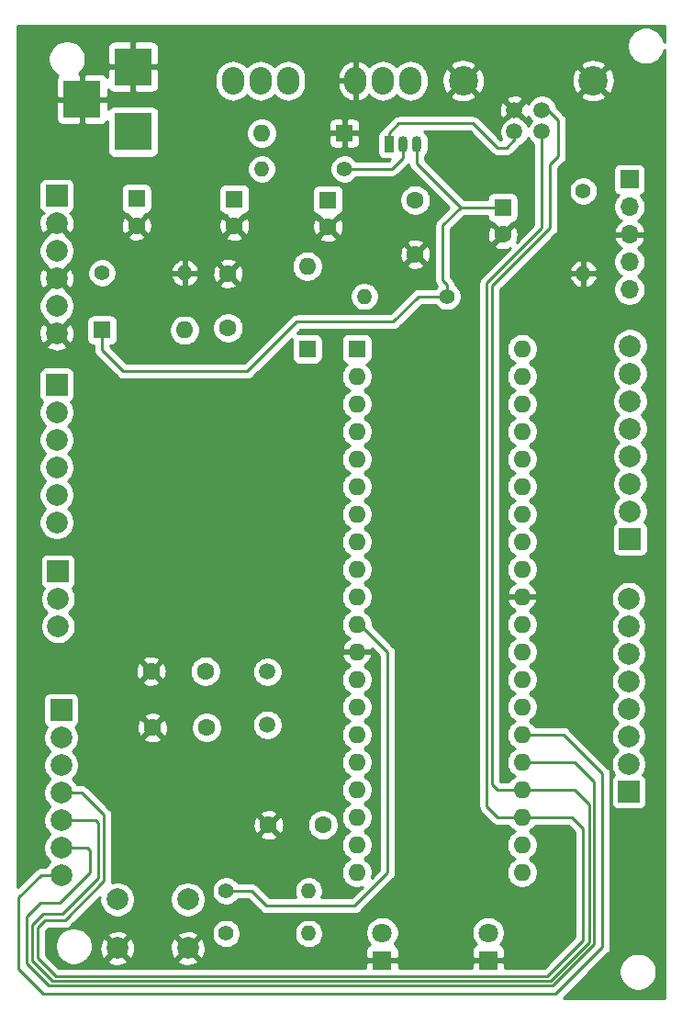
<source format=gbr>
%TF.GenerationSoftware,KiCad,Pcbnew,(5.1.9)-1*%
%TF.CreationDate,2021-04-20T21:27:49-05:00*%
%TF.ProjectId,entrenador pic18f4550,656e7472-656e-4616-946f-722070696331,rev?*%
%TF.SameCoordinates,Original*%
%TF.FileFunction,Copper,L1,Top*%
%TF.FilePolarity,Positive*%
%FSLAX46Y46*%
G04 Gerber Fmt 4.6, Leading zero omitted, Abs format (unit mm)*
G04 Created by KiCad (PCBNEW (5.1.9)-1) date 2021-04-20 21:27:49*
%MOMM*%
%LPD*%
G01*
G04 APERTURE LIST*
%TA.AperFunction,ComponentPad*%
%ADD10C,1.600000*%
%TD*%
%TA.AperFunction,ComponentPad*%
%ADD11R,1.600000X1.600000*%
%TD*%
%TA.AperFunction,ComponentPad*%
%ADD12O,1.600000X1.600000*%
%TD*%
%TA.AperFunction,ComponentPad*%
%ADD13R,1.800000X1.800000*%
%TD*%
%TA.AperFunction,ComponentPad*%
%ADD14C,1.800000*%
%TD*%
%TA.AperFunction,ComponentPad*%
%ADD15R,3.500000X3.500000*%
%TD*%
%TA.AperFunction,ComponentPad*%
%ADD16C,2.700000*%
%TD*%
%TA.AperFunction,ComponentPad*%
%ADD17C,1.520000*%
%TD*%
%TA.AperFunction,ComponentPad*%
%ADD18C,2.000000*%
%TD*%
%TA.AperFunction,ComponentPad*%
%ADD19R,2.000000X2.000000*%
%TD*%
%TA.AperFunction,ComponentPad*%
%ADD20O,1.700000X1.700000*%
%TD*%
%TA.AperFunction,ComponentPad*%
%ADD21R,1.700000X1.700000*%
%TD*%
%TA.AperFunction,ComponentPad*%
%ADD22R,0.900000X1.500000*%
%TD*%
%TA.AperFunction,ComponentPad*%
%ADD23O,0.900000X1.500000*%
%TD*%
%TA.AperFunction,ComponentPad*%
%ADD24O,1.400000X1.400000*%
%TD*%
%TA.AperFunction,ComponentPad*%
%ADD25C,1.400000*%
%TD*%
%TA.AperFunction,ComponentPad*%
%ADD26O,2.032000X2.540000*%
%TD*%
%TA.AperFunction,ComponentPad*%
%ADD27C,1.500000*%
%TD*%
%TA.AperFunction,Conductor*%
%ADD28C,0.250000*%
%TD*%
%TA.AperFunction,Conductor*%
%ADD29C,0.254000*%
%TD*%
%TA.AperFunction,Conductor*%
%ADD30C,0.100000*%
%TD*%
G04 APERTURE END LIST*
D10*
%TO.P,C1,2*%
%TO.N,GND*%
X54800500Y-57173500D03*
D11*
%TO.P,C1,1*%
%TO.N,VD*%
X54800500Y-54673500D03*
%TD*%
D10*
%TO.P,C2,2*%
%TO.N,GND*%
X72453500Y-57300500D03*
D11*
%TO.P,C2,1*%
%TO.N,/3V3*%
X72453500Y-54800500D03*
%TD*%
%TO.P,C3,1*%
%TO.N,Net-(C3-Pad1)*%
X63817500Y-54713500D03*
D10*
%TO.P,C3,2*%
%TO.N,GND*%
X63817500Y-57213500D03*
%TD*%
%TO.P,C4,2*%
%TO.N,GND*%
X80518000Y-59800500D03*
%TO.P,C4,1*%
%TO.N,/3V3*%
X80518000Y-54800500D03*
%TD*%
%TO.P,C5,2*%
%TO.N,GND*%
X63246000Y-61595000D03*
%TO.P,C5,1*%
%TO.N,Net-(C3-Pad1)*%
X63246000Y-66595000D03*
%TD*%
%TO.P,C6,1*%
%TO.N,Net-(C6-Pad1)*%
X71979800Y-112420400D03*
%TO.P,C6,2*%
%TO.N,GND*%
X66979800Y-112420400D03*
%TD*%
D11*
%TO.P,C7,1*%
%TO.N,VDD*%
X88582500Y-55499000D03*
D10*
%TO.P,C7,2*%
%TO.N,GND*%
X88582500Y-57999000D03*
%TD*%
%TO.P,C8,2*%
%TO.N,GND*%
X56150500Y-98234500D03*
%TO.P,C8,1*%
%TO.N,/OSC1*%
X61150500Y-98234500D03*
%TD*%
%TO.P,C9,1*%
%TO.N,/OSC2*%
X61261000Y-103441500D03*
%TO.P,C9,2*%
%TO.N,GND*%
X56261000Y-103441500D03*
%TD*%
D11*
%TO.P,D1,1*%
%TO.N,GND*%
X73977500Y-48641000D03*
D12*
%TO.P,D1,2*%
%TO.N,Net-(D1-Pad2)*%
X66357500Y-48641000D03*
%TD*%
%TO.P,D2,2*%
%TO.N,Net-(C3-Pad1)*%
X59245500Y-66802000D03*
D11*
%TO.P,D2,1*%
%TO.N,VDD*%
X51625500Y-66802000D03*
%TD*%
D12*
%TO.P,D3,2*%
%TO.N,Net-(D3-Pad2)*%
X70548500Y-60896500D03*
D11*
%TO.P,D3,1*%
%TO.N,/MCLR*%
X70548500Y-68516500D03*
%TD*%
D13*
%TO.P,LED RA4,1*%
%TO.N,GND*%
X77470000Y-124904500D03*
D14*
%TO.P,LED RA4,2*%
%TO.N,Net-(D4-Pad2)*%
X77470000Y-122364500D03*
%TD*%
%TO.P,LED ON,2*%
%TO.N,Net-(D5-Pad2)*%
X87249000Y-122364500D03*
D13*
%TO.P,LED ON,1*%
%TO.N,GND*%
X87249000Y-124904500D03*
%TD*%
D15*
%TO.P,J1,3*%
%TO.N,GND*%
X49783000Y-45514000D03*
%TO.P,J1,2*%
X54483000Y-42514000D03*
%TO.P,J1,1*%
%TO.N,VD*%
X54483000Y-48514000D03*
%TD*%
D16*
%TO.P,J2,5*%
%TO.N,GND*%
X84932000Y-43814000D03*
X96932000Y-43814000D03*
D17*
%TO.P,J2,3*%
%TO.N,/RC5*%
X92202000Y-46514000D03*
%TO.P,J2,4*%
%TO.N,GND*%
X89662000Y-46514000D03*
%TO.P,J2,1*%
%TO.N,/VBUS*%
X89662000Y-48514000D03*
%TO.P,J2,2*%
%TO.N,/RC4*%
X92202000Y-48514000D03*
%TD*%
D18*
%TO.P,PUERTO E,3*%
%TO.N,/RE2*%
X47561500Y-94107000D03*
%TO.P,PUERTO E,2*%
%TO.N,/RE1*%
X47561500Y-91567000D03*
D19*
%TO.P,PUERTO E,1*%
%TO.N,/RE0*%
X47561500Y-89027000D03*
%TD*%
%TO.P,PUERTO B,1*%
%TO.N,/RB0*%
X100330000Y-86042500D03*
D18*
%TO.P,PUERTO B,2*%
%TO.N,/RB1*%
X100330000Y-83502500D03*
%TO.P,PUERTO B,3*%
%TO.N,/RB2*%
X100330000Y-80962500D03*
%TO.P,PUERTO B,4*%
%TO.N,/RB3*%
X100330000Y-78422500D03*
%TO.P,PUERTO B,5*%
%TO.N,/RB4*%
X100330000Y-75882500D03*
%TO.P,PUERTO B,6*%
%TO.N,/RB5*%
X100330000Y-73342500D03*
%TO.P,PUERTO B,7*%
%TO.N,/RB6*%
X100330000Y-70802500D03*
%TO.P,PUERTO B,8*%
%TO.N,/RB7*%
X100330000Y-68262500D03*
%TD*%
D19*
%TO.P,PUERTO C,1*%
%TO.N,/RC0*%
X47853600Y-101828600D03*
D18*
%TO.P,PUERTO C,2*%
%TO.N,/RC1*%
X47853600Y-104368600D03*
%TO.P,PUERTO C,3*%
%TO.N,/RC2*%
X47853600Y-106908600D03*
%TO.P,PUERTO C,4*%
%TO.N,/RC4*%
X47853600Y-109448600D03*
%TO.P,PUERTO C,5*%
%TO.N,/RC5*%
X47853600Y-111988600D03*
%TO.P,PUERTO C,6*%
%TO.N,/RC6*%
X47853600Y-114528600D03*
%TO.P,PUERTO C,7*%
%TO.N,/RC7*%
X47853600Y-117068600D03*
%TD*%
%TO.P,PUERTO D,8*%
%TO.N,/RD7*%
X100203000Y-91567000D03*
%TO.P,PUERTO D,7*%
%TO.N,/RD6*%
X100203000Y-94107000D03*
%TO.P,PUERTO D,6*%
%TO.N,/RD5*%
X100203000Y-96647000D03*
%TO.P,PUERTO D,5*%
%TO.N,/RD4*%
X100203000Y-99187000D03*
%TO.P,PUERTO D,4*%
%TO.N,/RD3*%
X100203000Y-101727000D03*
%TO.P,PUERTO D,3*%
%TO.N,/RD2*%
X100203000Y-104267000D03*
%TO.P,PUERTO D,2*%
%TO.N,/RD1*%
X100203000Y-106807000D03*
D19*
%TO.P,PUERTO D,1*%
%TO.N,/RD0*%
X100203000Y-109347000D03*
%TD*%
D18*
%TO.P,POWER,6*%
%TO.N,GND*%
X47434500Y-67119500D03*
%TO.P,POWER,5*%
%TO.N,VDD*%
X47434500Y-64579500D03*
%TO.P,POWER,4*%
%TO.N,GND*%
X47434500Y-62039500D03*
%TO.P,POWER,3*%
%TO.N,/3V3*%
X47434500Y-59499500D03*
%TO.P,POWER,2*%
%TO.N,GND*%
X47434500Y-56959500D03*
D19*
%TO.P,POWER,1*%
%TO.N,VD*%
X47434500Y-54419500D03*
%TD*%
D20*
%TO.P,,5*%
%TO.N,/RB6*%
X100266500Y-63055500D03*
%TO.P,,4*%
%TO.N,/RB7*%
X100266500Y-60515500D03*
%TO.P,,3*%
%TO.N,GND*%
X100266500Y-57975500D03*
%TO.P,,2*%
%TO.N,VDD*%
X100266500Y-55435500D03*
D21*
%TO.P,,1*%
%TO.N,/MCLR*%
X100266500Y-52895500D03*
%TD*%
D22*
%TO.P,Q1,1*%
%TO.N,/VBUS*%
X78105000Y-49657000D03*
D23*
%TO.P,Q1,3*%
%TO.N,VDD*%
X80645000Y-49657000D03*
%TO.P,Q1,2*%
%TO.N,Net-(Q1-Pad2)*%
X79375000Y-49657000D03*
%TD*%
D24*
%TO.P,R1,2*%
%TO.N,GND*%
X59245500Y-61531500D03*
D25*
%TO.P,R1,1*%
%TO.N,Net-(C3-Pad1)*%
X51625500Y-61531500D03*
%TD*%
%TO.P,R2,1*%
%TO.N,Net-(Q1-Pad2)*%
X73977500Y-51943000D03*
D24*
%TO.P,R2,2*%
%TO.N,Net-(C3-Pad1)*%
X66357500Y-51943000D03*
%TD*%
%TO.P,R3,2*%
%TO.N,GND*%
X96012000Y-61595000D03*
D25*
%TO.P,R3,1*%
%TO.N,/VBUS*%
X96012000Y-53975000D03*
%TD*%
%TO.P,R4,1*%
%TO.N,VDD*%
X83439000Y-63690500D03*
D24*
%TO.P,R4,2*%
%TO.N,Net-(D3-Pad2)*%
X75819000Y-63690500D03*
%TD*%
%TO.P,R5,2*%
%TO.N,Net-(D4-Pad2)*%
X70688200Y-122428000D03*
D25*
%TO.P,R5,1*%
%TO.N,/RA4*%
X63068200Y-122428000D03*
%TD*%
%TO.P,R6,1*%
%TO.N,VDD*%
X63068200Y-118516400D03*
D24*
%TO.P,R6,2*%
%TO.N,Net-(D5-Pad2)*%
X70688200Y-118516400D03*
%TD*%
D18*
%TO.P,RESET,1*%
%TO.N,/MCLR*%
X59535200Y-119278400D03*
%TO.P,RESET,2*%
%TO.N,GND*%
X59535200Y-123778400D03*
%TO.P,RESET,1*%
%TO.N,/MCLR*%
X53035200Y-119278400D03*
%TO.P,RESET,2*%
%TO.N,GND*%
X53035200Y-123778400D03*
%TD*%
D11*
%TO.P,U1,1*%
%TO.N,/MCLR*%
X75120500Y-68516500D03*
D12*
%TO.P,U1,21*%
%TO.N,/RD2*%
X90360500Y-116776500D03*
%TO.P,U1,2*%
%TO.N,/RA0*%
X75120500Y-71056500D03*
%TO.P,U1,22*%
%TO.N,/RD3*%
X90360500Y-114236500D03*
%TO.P,U1,3*%
%TO.N,/RA1*%
X75120500Y-73596500D03*
%TO.P,U1,23*%
%TO.N,/RC4*%
X90360500Y-111696500D03*
%TO.P,U1,4*%
%TO.N,/RA2*%
X75120500Y-76136500D03*
%TO.P,U1,24*%
%TO.N,/RC5*%
X90360500Y-109156500D03*
%TO.P,U1,5*%
%TO.N,/RA3*%
X75120500Y-78676500D03*
%TO.P,U1,25*%
%TO.N,/RC6*%
X90360500Y-106616500D03*
%TO.P,U1,6*%
%TO.N,/RA4*%
X75120500Y-81216500D03*
%TO.P,U1,26*%
%TO.N,/RC7*%
X90360500Y-104076500D03*
%TO.P,U1,7*%
%TO.N,/RA5*%
X75120500Y-83756500D03*
%TO.P,U1,27*%
%TO.N,/RD4*%
X90360500Y-101536500D03*
%TO.P,U1,8*%
%TO.N,/RE0*%
X75120500Y-86296500D03*
%TO.P,U1,28*%
%TO.N,/RD5*%
X90360500Y-98996500D03*
%TO.P,U1,9*%
%TO.N,/RE1*%
X75120500Y-88836500D03*
%TO.P,U1,29*%
%TO.N,/RD6*%
X90360500Y-96456500D03*
%TO.P,U1,10*%
%TO.N,/RE2*%
X75120500Y-91376500D03*
%TO.P,U1,30*%
%TO.N,/RD7*%
X90360500Y-93916500D03*
%TO.P,U1,11*%
%TO.N,VDD*%
X75120500Y-93916500D03*
%TO.P,U1,31*%
%TO.N,GND*%
X90360500Y-91376500D03*
%TO.P,U1,12*%
X75120500Y-96456500D03*
%TO.P,U1,32*%
%TO.N,VDD*%
X90360500Y-88836500D03*
%TO.P,U1,13*%
%TO.N,/OSC1*%
X75120500Y-98996500D03*
%TO.P,U1,33*%
%TO.N,/RB0*%
X90360500Y-86296500D03*
%TO.P,U1,14*%
%TO.N,/OSC2*%
X75120500Y-101536500D03*
%TO.P,U1,34*%
%TO.N,/RB1*%
X90360500Y-83756500D03*
%TO.P,U1,15*%
%TO.N,/RC0*%
X75120500Y-104076500D03*
%TO.P,U1,35*%
%TO.N,/RB2*%
X90360500Y-81216500D03*
%TO.P,U1,16*%
%TO.N,/RC1*%
X75120500Y-106616500D03*
%TO.P,U1,36*%
%TO.N,/RB3*%
X90360500Y-78676500D03*
%TO.P,U1,17*%
%TO.N,/RC2*%
X75120500Y-109156500D03*
%TO.P,U1,37*%
%TO.N,/RB4*%
X90360500Y-76136500D03*
%TO.P,U1,18*%
%TO.N,Net-(C6-Pad1)*%
X75120500Y-111696500D03*
%TO.P,U1,38*%
%TO.N,/RB5*%
X90360500Y-73596500D03*
%TO.P,U1,19*%
%TO.N,/RD0*%
X75120500Y-114236500D03*
%TO.P,U1,39*%
%TO.N,/RB6*%
X90360500Y-71056500D03*
%TO.P,U1,20*%
%TO.N,/RD1*%
X75120500Y-116776500D03*
%TO.P,U1,40*%
%TO.N,/RB7*%
X90360500Y-68516500D03*
%TD*%
D26*
%TO.P,U2,1*%
%TO.N,VD*%
X63690500Y-43815000D03*
%TO.P,U2,3*%
%TO.N,Net-(C3-Pad1)*%
X68770500Y-43815000D03*
%TO.P,U2,2*%
%TO.N,Net-(D1-Pad2)*%
X66230500Y-43815000D03*
%TD*%
%TO.P,U3,2*%
%TO.N,/3V3*%
X77533500Y-43815000D03*
%TO.P,U3,3*%
%TO.N,VDD*%
X80073500Y-43815000D03*
%TO.P,U3,1*%
%TO.N,GND*%
X74993500Y-43815000D03*
%TD*%
D27*
%TO.P,20MHz,2*%
%TO.N,/OSC2*%
X66865500Y-103187500D03*
%TO.P,20MHz,1*%
%TO.N,/OSC1*%
X66865500Y-98287500D03*
%TD*%
D18*
%TO.P,PUERTO A,6*%
%TO.N,/RA5*%
X47434500Y-84518500D03*
%TO.P,PUERTO A,5*%
%TO.N,/RA4*%
X47434500Y-81978500D03*
%TO.P,PUERTO A,4*%
%TO.N,/RA3*%
X47434500Y-79438500D03*
%TO.P,PUERTO A,3*%
%TO.N,/RA2*%
X47434500Y-76898500D03*
%TO.P,PUERTO A,2*%
%TO.N,/RA1*%
X47434500Y-74358500D03*
D19*
%TO.P,PUERTO A,1*%
%TO.N,/RA0*%
X47434500Y-71818500D03*
%TD*%
D28*
%TO.N,VDD*%
X80645000Y-49657000D02*
X80645000Y-51435000D01*
X85090000Y-55499000D02*
X88582500Y-55499000D01*
X80645000Y-51435000D02*
X84709000Y-55499000D01*
X85090000Y-55499000D02*
X84709000Y-55499000D01*
X84709000Y-55499000D02*
X83058000Y-57150000D01*
X83439000Y-62611000D02*
X83439000Y-63690500D01*
X83058000Y-62230000D02*
X83439000Y-62611000D01*
X83058000Y-57150000D02*
X83058000Y-62230000D01*
X51625500Y-66802000D02*
X51625500Y-68643500D01*
X80835500Y-63690500D02*
X83439000Y-63690500D01*
X78486000Y-66040000D02*
X80835500Y-63690500D01*
X69596000Y-66040000D02*
X78486000Y-66040000D01*
X65024000Y-70612000D02*
X69596000Y-66040000D01*
X53594000Y-70612000D02*
X65024000Y-70612000D01*
X51625500Y-68643500D02*
X53594000Y-70612000D01*
X75120500Y-93916500D02*
X75374500Y-93916500D01*
X65430400Y-118516400D02*
X63068200Y-118516400D01*
X66802000Y-119888000D02*
X65430400Y-118516400D01*
X74930000Y-119888000D02*
X66802000Y-119888000D01*
X77978000Y-116840000D02*
X74930000Y-119888000D01*
X77978000Y-96520000D02*
X77978000Y-116840000D01*
X75374500Y-93916500D02*
X77978000Y-96520000D01*
%TO.N,/RC5*%
X47853600Y-111988600D02*
X51028600Y-111988600D01*
X95186500Y-109156500D02*
X90360500Y-109156500D01*
X96577998Y-110547998D02*
X95186500Y-109156500D01*
X96577998Y-123257604D02*
X96577998Y-110547998D01*
X93031604Y-126803998D02*
X96577998Y-123257604D01*
X47047998Y-126803998D02*
X93031604Y-126803998D01*
X45212000Y-124968000D02*
X47047998Y-126803998D01*
X45212000Y-121666000D02*
X45212000Y-124968000D01*
X46228000Y-120650000D02*
X45212000Y-121666000D01*
X48006000Y-120650000D02*
X46228000Y-120650000D01*
X51308000Y-117348000D02*
X48006000Y-120650000D01*
X51308000Y-112268000D02*
X51308000Y-117348000D01*
X51028600Y-111988600D02*
X51308000Y-112268000D01*
X88074500Y-109156500D02*
X90360500Y-109156500D01*
X87630000Y-108712000D02*
X88074500Y-109156500D01*
X87630000Y-62738000D02*
X87630000Y-108712000D01*
X92964000Y-57404000D02*
X87630000Y-62738000D01*
X92964000Y-51562000D02*
X92964000Y-57404000D01*
X93726000Y-50800000D02*
X92964000Y-51562000D01*
X93726000Y-49022000D02*
X93726000Y-49276000D01*
X93726000Y-49276000D02*
X93726000Y-50800000D01*
X93726000Y-49276000D02*
X93726000Y-47498000D01*
X92742000Y-46514000D02*
X92202000Y-46514000D01*
X93726000Y-47498000D02*
X92742000Y-46514000D01*
%TO.N,/VBUS*%
X78105000Y-49657000D02*
X78105000Y-48641000D01*
X88074500Y-49974500D02*
X88900000Y-49974500D01*
X85852000Y-47752000D02*
X88074500Y-49974500D01*
X78994000Y-47752000D02*
X85852000Y-47752000D01*
X78105000Y-48641000D02*
X78994000Y-47752000D01*
X88900000Y-49974500D02*
X88963500Y-49974500D01*
X89662000Y-49276000D02*
X89662000Y-48514000D01*
X88963500Y-49974500D02*
X89662000Y-49276000D01*
%TO.N,/RC4*%
X47853600Y-109448600D02*
X49758600Y-109448600D01*
X94932500Y-111696500D02*
X90360500Y-111696500D01*
X96012000Y-112776000D02*
X94932500Y-111696500D01*
X96012000Y-123051996D02*
X96012000Y-112776000D01*
X92710000Y-126353996D02*
X96012000Y-123051996D01*
X47359996Y-126353996D02*
X92710000Y-126353996D01*
X45720000Y-124714000D02*
X47359996Y-126353996D01*
X45720000Y-121862002D02*
X45720000Y-124714000D01*
X46359803Y-121222199D02*
X45720000Y-121862002D01*
X48195801Y-121222199D02*
X46359803Y-121222199D01*
X51816000Y-117602000D02*
X48195801Y-121222199D01*
X51816000Y-111506000D02*
X51816000Y-117602000D01*
X49758600Y-109448600D02*
X51816000Y-111506000D01*
X92202000Y-49974500D02*
X92202000Y-50038000D01*
X92202000Y-50038000D02*
X92202000Y-57404000D01*
X88074500Y-111696500D02*
X90360500Y-111696500D01*
X87122000Y-110744000D02*
X88074500Y-111696500D01*
X87122000Y-62484000D02*
X87122000Y-110744000D01*
X92202000Y-57404000D02*
X87122000Y-62484000D01*
X92202000Y-50038000D02*
X92202000Y-48514000D01*
%TO.N,/RC6*%
X47853600Y-114528600D02*
X50266600Y-114528600D01*
X95186500Y-106616500D02*
X90360500Y-106616500D01*
X97028000Y-108458000D02*
X95186500Y-106616500D01*
X97028000Y-123444000D02*
X97028000Y-108458000D01*
X93218000Y-127254000D02*
X97028000Y-123444000D01*
X46736000Y-127254000D02*
X93218000Y-127254000D01*
X44704000Y-125222000D02*
X46736000Y-127254000D01*
X44704000Y-120904000D02*
X44704000Y-125222000D01*
X45974000Y-119634000D02*
X44704000Y-120904000D01*
X47752000Y-119634000D02*
X45974000Y-119634000D01*
X50546000Y-116840000D02*
X47752000Y-119634000D01*
X50546000Y-114808000D02*
X50546000Y-116840000D01*
X50266600Y-114528600D02*
X50546000Y-114808000D01*
%TO.N,/RC7*%
X47853600Y-117068600D02*
X45999400Y-117068600D01*
X94170500Y-104076500D02*
X90360500Y-104076500D01*
X97790000Y-107696000D02*
X94170500Y-104076500D01*
X97790000Y-123698000D02*
X97790000Y-107696000D01*
X93472000Y-128016000D02*
X97790000Y-123698000D01*
X46228000Y-128016000D02*
X93472000Y-128016000D01*
X43942000Y-125730000D02*
X46228000Y-128016000D01*
X43942000Y-119126000D02*
X43942000Y-125730000D01*
X45999400Y-117068600D02*
X43942000Y-119126000D01*
%TO.N,Net-(Q1-Pad2)*%
X73977500Y-51943000D02*
X78359000Y-51943000D01*
X79375000Y-50927000D02*
X79375000Y-49657000D01*
X78359000Y-51943000D02*
X79375000Y-50927000D01*
%TD*%
D29*
%TO.N,GND*%
X103480000Y-40253420D02*
X103446125Y-40083119D01*
X103315337Y-39767369D01*
X103125463Y-39483202D01*
X102883798Y-39241537D01*
X102599631Y-39051663D01*
X102283881Y-38920875D01*
X101948683Y-38854200D01*
X101606917Y-38854200D01*
X101271719Y-38920875D01*
X100955969Y-39051663D01*
X100671802Y-39241537D01*
X100430137Y-39483202D01*
X100240263Y-39767369D01*
X100109475Y-40083119D01*
X100042800Y-40418317D01*
X100042800Y-40760083D01*
X100109475Y-41095281D01*
X100240263Y-41411031D01*
X100430137Y-41695198D01*
X100671802Y-41936863D01*
X100955969Y-42126737D01*
X101271719Y-42257525D01*
X101606917Y-42324200D01*
X101948683Y-42324200D01*
X102283881Y-42257525D01*
X102599631Y-42126737D01*
X102883798Y-41936863D01*
X103125463Y-41695198D01*
X103315337Y-41411031D01*
X103446125Y-41095281D01*
X103480000Y-40924980D01*
X103480001Y-128397000D01*
X94165801Y-128397000D01*
X96775084Y-125787717D01*
X99306200Y-125787717D01*
X99306200Y-126129483D01*
X99372875Y-126464681D01*
X99503663Y-126780431D01*
X99693537Y-127064598D01*
X99935202Y-127306263D01*
X100219369Y-127496137D01*
X100535119Y-127626925D01*
X100870317Y-127693600D01*
X101212083Y-127693600D01*
X101547281Y-127626925D01*
X101863031Y-127496137D01*
X102147198Y-127306263D01*
X102388863Y-127064598D01*
X102578737Y-126780431D01*
X102709525Y-126464681D01*
X102776200Y-126129483D01*
X102776200Y-125787717D01*
X102709525Y-125452519D01*
X102578737Y-125136769D01*
X102388863Y-124852602D01*
X102147198Y-124610937D01*
X101863031Y-124421063D01*
X101547281Y-124290275D01*
X101212083Y-124223600D01*
X100870317Y-124223600D01*
X100535119Y-124290275D01*
X100219369Y-124421063D01*
X99935202Y-124610937D01*
X99693537Y-124852602D01*
X99503663Y-125136769D01*
X99372875Y-125452519D01*
X99306200Y-125787717D01*
X96775084Y-125787717D01*
X98301004Y-124261798D01*
X98330001Y-124238001D01*
X98424974Y-124122276D01*
X98495546Y-123990247D01*
X98539003Y-123846986D01*
X98550000Y-123735333D01*
X98550000Y-123735324D01*
X98553676Y-123698001D01*
X98550000Y-123660678D01*
X98550000Y-108347000D01*
X98564928Y-108347000D01*
X98564928Y-110347000D01*
X98577188Y-110471482D01*
X98613498Y-110591180D01*
X98672463Y-110701494D01*
X98751815Y-110798185D01*
X98848506Y-110877537D01*
X98958820Y-110936502D01*
X99078518Y-110972812D01*
X99203000Y-110985072D01*
X101203000Y-110985072D01*
X101327482Y-110972812D01*
X101447180Y-110936502D01*
X101557494Y-110877537D01*
X101654185Y-110798185D01*
X101733537Y-110701494D01*
X101792502Y-110591180D01*
X101828812Y-110471482D01*
X101841072Y-110347000D01*
X101841072Y-108347000D01*
X101828812Y-108222518D01*
X101792502Y-108102820D01*
X101733537Y-107992506D01*
X101654185Y-107895815D01*
X101557494Y-107816463D01*
X101511370Y-107791809D01*
X101651918Y-107581463D01*
X101775168Y-107283912D01*
X101838000Y-106968033D01*
X101838000Y-106645967D01*
X101775168Y-106330088D01*
X101651918Y-106032537D01*
X101472987Y-105764748D01*
X101245252Y-105537013D01*
X101245233Y-105537000D01*
X101245252Y-105536987D01*
X101472987Y-105309252D01*
X101651918Y-105041463D01*
X101775168Y-104743912D01*
X101838000Y-104428033D01*
X101838000Y-104105967D01*
X101775168Y-103790088D01*
X101651918Y-103492537D01*
X101472987Y-103224748D01*
X101245252Y-102997013D01*
X101245233Y-102997000D01*
X101245252Y-102996987D01*
X101472987Y-102769252D01*
X101651918Y-102501463D01*
X101775168Y-102203912D01*
X101838000Y-101888033D01*
X101838000Y-101565967D01*
X101775168Y-101250088D01*
X101651918Y-100952537D01*
X101472987Y-100684748D01*
X101245252Y-100457013D01*
X101245233Y-100457000D01*
X101245252Y-100456987D01*
X101472987Y-100229252D01*
X101651918Y-99961463D01*
X101775168Y-99663912D01*
X101838000Y-99348033D01*
X101838000Y-99025967D01*
X101775168Y-98710088D01*
X101651918Y-98412537D01*
X101472987Y-98144748D01*
X101245252Y-97917013D01*
X101245233Y-97917000D01*
X101245252Y-97916987D01*
X101472987Y-97689252D01*
X101651918Y-97421463D01*
X101775168Y-97123912D01*
X101838000Y-96808033D01*
X101838000Y-96485967D01*
X101775168Y-96170088D01*
X101651918Y-95872537D01*
X101472987Y-95604748D01*
X101245252Y-95377013D01*
X101245233Y-95377000D01*
X101245252Y-95376987D01*
X101472987Y-95149252D01*
X101651918Y-94881463D01*
X101775168Y-94583912D01*
X101838000Y-94268033D01*
X101838000Y-93945967D01*
X101775168Y-93630088D01*
X101651918Y-93332537D01*
X101472987Y-93064748D01*
X101245252Y-92837013D01*
X101245233Y-92837000D01*
X101245252Y-92836987D01*
X101472987Y-92609252D01*
X101651918Y-92341463D01*
X101775168Y-92043912D01*
X101838000Y-91728033D01*
X101838000Y-91405967D01*
X101775168Y-91090088D01*
X101651918Y-90792537D01*
X101472987Y-90524748D01*
X101245252Y-90297013D01*
X100977463Y-90118082D01*
X100679912Y-89994832D01*
X100364033Y-89932000D01*
X100041967Y-89932000D01*
X99726088Y-89994832D01*
X99428537Y-90118082D01*
X99160748Y-90297013D01*
X98933013Y-90524748D01*
X98754082Y-90792537D01*
X98630832Y-91090088D01*
X98568000Y-91405967D01*
X98568000Y-91728033D01*
X98630832Y-92043912D01*
X98754082Y-92341463D01*
X98933013Y-92609252D01*
X99160748Y-92836987D01*
X99160767Y-92837000D01*
X99160748Y-92837013D01*
X98933013Y-93064748D01*
X98754082Y-93332537D01*
X98630832Y-93630088D01*
X98568000Y-93945967D01*
X98568000Y-94268033D01*
X98630832Y-94583912D01*
X98754082Y-94881463D01*
X98933013Y-95149252D01*
X99160748Y-95376987D01*
X99160767Y-95377000D01*
X99160748Y-95377013D01*
X98933013Y-95604748D01*
X98754082Y-95872537D01*
X98630832Y-96170088D01*
X98568000Y-96485967D01*
X98568000Y-96808033D01*
X98630832Y-97123912D01*
X98754082Y-97421463D01*
X98933013Y-97689252D01*
X99160748Y-97916987D01*
X99160767Y-97917000D01*
X99160748Y-97917013D01*
X98933013Y-98144748D01*
X98754082Y-98412537D01*
X98630832Y-98710088D01*
X98568000Y-99025967D01*
X98568000Y-99348033D01*
X98630832Y-99663912D01*
X98754082Y-99961463D01*
X98933013Y-100229252D01*
X99160748Y-100456987D01*
X99160767Y-100457000D01*
X99160748Y-100457013D01*
X98933013Y-100684748D01*
X98754082Y-100952537D01*
X98630832Y-101250088D01*
X98568000Y-101565967D01*
X98568000Y-101888033D01*
X98630832Y-102203912D01*
X98754082Y-102501463D01*
X98933013Y-102769252D01*
X99160748Y-102996987D01*
X99160767Y-102997000D01*
X99160748Y-102997013D01*
X98933013Y-103224748D01*
X98754082Y-103492537D01*
X98630832Y-103790088D01*
X98568000Y-104105967D01*
X98568000Y-104428033D01*
X98630832Y-104743912D01*
X98754082Y-105041463D01*
X98933013Y-105309252D01*
X99160748Y-105536987D01*
X99160767Y-105537000D01*
X99160748Y-105537013D01*
X98933013Y-105764748D01*
X98754082Y-106032537D01*
X98630832Y-106330088D01*
X98568000Y-106645967D01*
X98568000Y-106968033D01*
X98630832Y-107283912D01*
X98754082Y-107581463D01*
X98894630Y-107791809D01*
X98848506Y-107816463D01*
X98751815Y-107895815D01*
X98672463Y-107992506D01*
X98613498Y-108102820D01*
X98577188Y-108222518D01*
X98564928Y-108347000D01*
X98550000Y-108347000D01*
X98550000Y-107733322D01*
X98553676Y-107696000D01*
X98550000Y-107658677D01*
X98550000Y-107658667D01*
X98539003Y-107547014D01*
X98495546Y-107403753D01*
X98451872Y-107322046D01*
X98424974Y-107271723D01*
X98353799Y-107184997D01*
X98330001Y-107155999D01*
X98301003Y-107132201D01*
X94734304Y-103565503D01*
X94710501Y-103536499D01*
X94594776Y-103441526D01*
X94462747Y-103370954D01*
X94319486Y-103327497D01*
X94207833Y-103316500D01*
X94207822Y-103316500D01*
X94170500Y-103312824D01*
X94133178Y-103316500D01*
X91578543Y-103316500D01*
X91475137Y-103161741D01*
X91275259Y-102961863D01*
X91042741Y-102806500D01*
X91275259Y-102651137D01*
X91475137Y-102451259D01*
X91632180Y-102216227D01*
X91740353Y-101955074D01*
X91795500Y-101677835D01*
X91795500Y-101395165D01*
X91740353Y-101117926D01*
X91632180Y-100856773D01*
X91475137Y-100621741D01*
X91275259Y-100421863D01*
X91042741Y-100266500D01*
X91275259Y-100111137D01*
X91475137Y-99911259D01*
X91632180Y-99676227D01*
X91740353Y-99415074D01*
X91795500Y-99137835D01*
X91795500Y-98855165D01*
X91740353Y-98577926D01*
X91632180Y-98316773D01*
X91475137Y-98081741D01*
X91275259Y-97881863D01*
X91042741Y-97726500D01*
X91275259Y-97571137D01*
X91475137Y-97371259D01*
X91632180Y-97136227D01*
X91740353Y-96875074D01*
X91795500Y-96597835D01*
X91795500Y-96315165D01*
X91740353Y-96037926D01*
X91632180Y-95776773D01*
X91475137Y-95541741D01*
X91275259Y-95341863D01*
X91042741Y-95186500D01*
X91275259Y-95031137D01*
X91475137Y-94831259D01*
X91632180Y-94596227D01*
X91740353Y-94335074D01*
X91795500Y-94057835D01*
X91795500Y-93775165D01*
X91740353Y-93497926D01*
X91632180Y-93236773D01*
X91475137Y-93001741D01*
X91275259Y-92801863D01*
X91040227Y-92644820D01*
X91029635Y-92640433D01*
X91215631Y-92528885D01*
X91424019Y-92339914D01*
X91591537Y-92113920D01*
X91711746Y-91859587D01*
X91752404Y-91725539D01*
X91630415Y-91503500D01*
X90487500Y-91503500D01*
X90487500Y-91523500D01*
X90233500Y-91523500D01*
X90233500Y-91503500D01*
X89090585Y-91503500D01*
X88968596Y-91725539D01*
X89009254Y-91859587D01*
X89129463Y-92113920D01*
X89296981Y-92339914D01*
X89505369Y-92528885D01*
X89691365Y-92640433D01*
X89680773Y-92644820D01*
X89445741Y-92801863D01*
X89245863Y-93001741D01*
X89088820Y-93236773D01*
X88980647Y-93497926D01*
X88925500Y-93775165D01*
X88925500Y-94057835D01*
X88980647Y-94335074D01*
X89088820Y-94596227D01*
X89245863Y-94831259D01*
X89445741Y-95031137D01*
X89678259Y-95186500D01*
X89445741Y-95341863D01*
X89245863Y-95541741D01*
X89088820Y-95776773D01*
X88980647Y-96037926D01*
X88925500Y-96315165D01*
X88925500Y-96597835D01*
X88980647Y-96875074D01*
X89088820Y-97136227D01*
X89245863Y-97371259D01*
X89445741Y-97571137D01*
X89678259Y-97726500D01*
X89445741Y-97881863D01*
X89245863Y-98081741D01*
X89088820Y-98316773D01*
X88980647Y-98577926D01*
X88925500Y-98855165D01*
X88925500Y-99137835D01*
X88980647Y-99415074D01*
X89088820Y-99676227D01*
X89245863Y-99911259D01*
X89445741Y-100111137D01*
X89678259Y-100266500D01*
X89445741Y-100421863D01*
X89245863Y-100621741D01*
X89088820Y-100856773D01*
X88980647Y-101117926D01*
X88925500Y-101395165D01*
X88925500Y-101677835D01*
X88980647Y-101955074D01*
X89088820Y-102216227D01*
X89245863Y-102451259D01*
X89445741Y-102651137D01*
X89678259Y-102806500D01*
X89445741Y-102961863D01*
X89245863Y-103161741D01*
X89088820Y-103396773D01*
X88980647Y-103657926D01*
X88925500Y-103935165D01*
X88925500Y-104217835D01*
X88980647Y-104495074D01*
X89088820Y-104756227D01*
X89245863Y-104991259D01*
X89445741Y-105191137D01*
X89678259Y-105346500D01*
X89445741Y-105501863D01*
X89245863Y-105701741D01*
X89088820Y-105936773D01*
X88980647Y-106197926D01*
X88925500Y-106475165D01*
X88925500Y-106757835D01*
X88980647Y-107035074D01*
X89088820Y-107296227D01*
X89245863Y-107531259D01*
X89445741Y-107731137D01*
X89678259Y-107886500D01*
X89445741Y-108041863D01*
X89245863Y-108241741D01*
X89142457Y-108396500D01*
X88390000Y-108396500D01*
X88390000Y-68375165D01*
X88925500Y-68375165D01*
X88925500Y-68657835D01*
X88980647Y-68935074D01*
X89088820Y-69196227D01*
X89245863Y-69431259D01*
X89445741Y-69631137D01*
X89678259Y-69786500D01*
X89445741Y-69941863D01*
X89245863Y-70141741D01*
X89088820Y-70376773D01*
X88980647Y-70637926D01*
X88925500Y-70915165D01*
X88925500Y-71197835D01*
X88980647Y-71475074D01*
X89088820Y-71736227D01*
X89245863Y-71971259D01*
X89445741Y-72171137D01*
X89678259Y-72326500D01*
X89445741Y-72481863D01*
X89245863Y-72681741D01*
X89088820Y-72916773D01*
X88980647Y-73177926D01*
X88925500Y-73455165D01*
X88925500Y-73737835D01*
X88980647Y-74015074D01*
X89088820Y-74276227D01*
X89245863Y-74511259D01*
X89445741Y-74711137D01*
X89678259Y-74866500D01*
X89445741Y-75021863D01*
X89245863Y-75221741D01*
X89088820Y-75456773D01*
X88980647Y-75717926D01*
X88925500Y-75995165D01*
X88925500Y-76277835D01*
X88980647Y-76555074D01*
X89088820Y-76816227D01*
X89245863Y-77051259D01*
X89445741Y-77251137D01*
X89678259Y-77406500D01*
X89445741Y-77561863D01*
X89245863Y-77761741D01*
X89088820Y-77996773D01*
X88980647Y-78257926D01*
X88925500Y-78535165D01*
X88925500Y-78817835D01*
X88980647Y-79095074D01*
X89088820Y-79356227D01*
X89245863Y-79591259D01*
X89445741Y-79791137D01*
X89678259Y-79946500D01*
X89445741Y-80101863D01*
X89245863Y-80301741D01*
X89088820Y-80536773D01*
X88980647Y-80797926D01*
X88925500Y-81075165D01*
X88925500Y-81357835D01*
X88980647Y-81635074D01*
X89088820Y-81896227D01*
X89245863Y-82131259D01*
X89445741Y-82331137D01*
X89678259Y-82486500D01*
X89445741Y-82641863D01*
X89245863Y-82841741D01*
X89088820Y-83076773D01*
X88980647Y-83337926D01*
X88925500Y-83615165D01*
X88925500Y-83897835D01*
X88980647Y-84175074D01*
X89088820Y-84436227D01*
X89245863Y-84671259D01*
X89445741Y-84871137D01*
X89678259Y-85026500D01*
X89445741Y-85181863D01*
X89245863Y-85381741D01*
X89088820Y-85616773D01*
X88980647Y-85877926D01*
X88925500Y-86155165D01*
X88925500Y-86437835D01*
X88980647Y-86715074D01*
X89088820Y-86976227D01*
X89245863Y-87211259D01*
X89445741Y-87411137D01*
X89678259Y-87566500D01*
X89445741Y-87721863D01*
X89245863Y-87921741D01*
X89088820Y-88156773D01*
X88980647Y-88417926D01*
X88925500Y-88695165D01*
X88925500Y-88977835D01*
X88980647Y-89255074D01*
X89088820Y-89516227D01*
X89245863Y-89751259D01*
X89445741Y-89951137D01*
X89680773Y-90108180D01*
X89691365Y-90112567D01*
X89505369Y-90224115D01*
X89296981Y-90413086D01*
X89129463Y-90639080D01*
X89009254Y-90893413D01*
X88968596Y-91027461D01*
X89090585Y-91249500D01*
X90233500Y-91249500D01*
X90233500Y-91229500D01*
X90487500Y-91229500D01*
X90487500Y-91249500D01*
X91630415Y-91249500D01*
X91752404Y-91027461D01*
X91711746Y-90893413D01*
X91591537Y-90639080D01*
X91424019Y-90413086D01*
X91215631Y-90224115D01*
X91029635Y-90112567D01*
X91040227Y-90108180D01*
X91275259Y-89951137D01*
X91475137Y-89751259D01*
X91632180Y-89516227D01*
X91740353Y-89255074D01*
X91795500Y-88977835D01*
X91795500Y-88695165D01*
X91740353Y-88417926D01*
X91632180Y-88156773D01*
X91475137Y-87921741D01*
X91275259Y-87721863D01*
X91042741Y-87566500D01*
X91275259Y-87411137D01*
X91475137Y-87211259D01*
X91632180Y-86976227D01*
X91740353Y-86715074D01*
X91795500Y-86437835D01*
X91795500Y-86155165D01*
X91740353Y-85877926D01*
X91632180Y-85616773D01*
X91475137Y-85381741D01*
X91275259Y-85181863D01*
X91066687Y-85042500D01*
X98691928Y-85042500D01*
X98691928Y-87042500D01*
X98704188Y-87166982D01*
X98740498Y-87286680D01*
X98799463Y-87396994D01*
X98878815Y-87493685D01*
X98975506Y-87573037D01*
X99085820Y-87632002D01*
X99205518Y-87668312D01*
X99330000Y-87680572D01*
X101330000Y-87680572D01*
X101454482Y-87668312D01*
X101574180Y-87632002D01*
X101684494Y-87573037D01*
X101781185Y-87493685D01*
X101860537Y-87396994D01*
X101919502Y-87286680D01*
X101955812Y-87166982D01*
X101968072Y-87042500D01*
X101968072Y-85042500D01*
X101955812Y-84918018D01*
X101919502Y-84798320D01*
X101860537Y-84688006D01*
X101781185Y-84591315D01*
X101684494Y-84511963D01*
X101638370Y-84487309D01*
X101778918Y-84276963D01*
X101902168Y-83979412D01*
X101965000Y-83663533D01*
X101965000Y-83341467D01*
X101902168Y-83025588D01*
X101778918Y-82728037D01*
X101599987Y-82460248D01*
X101372252Y-82232513D01*
X101372233Y-82232500D01*
X101372252Y-82232487D01*
X101599987Y-82004752D01*
X101778918Y-81736963D01*
X101902168Y-81439412D01*
X101965000Y-81123533D01*
X101965000Y-80801467D01*
X101902168Y-80485588D01*
X101778918Y-80188037D01*
X101599987Y-79920248D01*
X101372252Y-79692513D01*
X101372233Y-79692500D01*
X101372252Y-79692487D01*
X101599987Y-79464752D01*
X101778918Y-79196963D01*
X101902168Y-78899412D01*
X101965000Y-78583533D01*
X101965000Y-78261467D01*
X101902168Y-77945588D01*
X101778918Y-77648037D01*
X101599987Y-77380248D01*
X101372252Y-77152513D01*
X101372233Y-77152500D01*
X101372252Y-77152487D01*
X101599987Y-76924752D01*
X101778918Y-76656963D01*
X101902168Y-76359412D01*
X101965000Y-76043533D01*
X101965000Y-75721467D01*
X101902168Y-75405588D01*
X101778918Y-75108037D01*
X101599987Y-74840248D01*
X101372252Y-74612513D01*
X101372233Y-74612500D01*
X101372252Y-74612487D01*
X101599987Y-74384752D01*
X101778918Y-74116963D01*
X101902168Y-73819412D01*
X101965000Y-73503533D01*
X101965000Y-73181467D01*
X101902168Y-72865588D01*
X101778918Y-72568037D01*
X101599987Y-72300248D01*
X101372252Y-72072513D01*
X101372233Y-72072500D01*
X101372252Y-72072487D01*
X101599987Y-71844752D01*
X101778918Y-71576963D01*
X101902168Y-71279412D01*
X101965000Y-70963533D01*
X101965000Y-70641467D01*
X101902168Y-70325588D01*
X101778918Y-70028037D01*
X101599987Y-69760248D01*
X101372252Y-69532513D01*
X101372233Y-69532500D01*
X101372252Y-69532487D01*
X101599987Y-69304752D01*
X101778918Y-69036963D01*
X101902168Y-68739412D01*
X101965000Y-68423533D01*
X101965000Y-68101467D01*
X101902168Y-67785588D01*
X101778918Y-67488037D01*
X101599987Y-67220248D01*
X101372252Y-66992513D01*
X101104463Y-66813582D01*
X100806912Y-66690332D01*
X100491033Y-66627500D01*
X100168967Y-66627500D01*
X99853088Y-66690332D01*
X99555537Y-66813582D01*
X99287748Y-66992513D01*
X99060013Y-67220248D01*
X98881082Y-67488037D01*
X98757832Y-67785588D01*
X98695000Y-68101467D01*
X98695000Y-68423533D01*
X98757832Y-68739412D01*
X98881082Y-69036963D01*
X99060013Y-69304752D01*
X99287748Y-69532487D01*
X99287767Y-69532500D01*
X99287748Y-69532513D01*
X99060013Y-69760248D01*
X98881082Y-70028037D01*
X98757832Y-70325588D01*
X98695000Y-70641467D01*
X98695000Y-70963533D01*
X98757832Y-71279412D01*
X98881082Y-71576963D01*
X99060013Y-71844752D01*
X99287748Y-72072487D01*
X99287767Y-72072500D01*
X99287748Y-72072513D01*
X99060013Y-72300248D01*
X98881082Y-72568037D01*
X98757832Y-72865588D01*
X98695000Y-73181467D01*
X98695000Y-73503533D01*
X98757832Y-73819412D01*
X98881082Y-74116963D01*
X99060013Y-74384752D01*
X99287748Y-74612487D01*
X99287767Y-74612500D01*
X99287748Y-74612513D01*
X99060013Y-74840248D01*
X98881082Y-75108037D01*
X98757832Y-75405588D01*
X98695000Y-75721467D01*
X98695000Y-76043533D01*
X98757832Y-76359412D01*
X98881082Y-76656963D01*
X99060013Y-76924752D01*
X99287748Y-77152487D01*
X99287767Y-77152500D01*
X99287748Y-77152513D01*
X99060013Y-77380248D01*
X98881082Y-77648037D01*
X98757832Y-77945588D01*
X98695000Y-78261467D01*
X98695000Y-78583533D01*
X98757832Y-78899412D01*
X98881082Y-79196963D01*
X99060013Y-79464752D01*
X99287748Y-79692487D01*
X99287767Y-79692500D01*
X99287748Y-79692513D01*
X99060013Y-79920248D01*
X98881082Y-80188037D01*
X98757832Y-80485588D01*
X98695000Y-80801467D01*
X98695000Y-81123533D01*
X98757832Y-81439412D01*
X98881082Y-81736963D01*
X99060013Y-82004752D01*
X99287748Y-82232487D01*
X99287767Y-82232500D01*
X99287748Y-82232513D01*
X99060013Y-82460248D01*
X98881082Y-82728037D01*
X98757832Y-83025588D01*
X98695000Y-83341467D01*
X98695000Y-83663533D01*
X98757832Y-83979412D01*
X98881082Y-84276963D01*
X99021630Y-84487309D01*
X98975506Y-84511963D01*
X98878815Y-84591315D01*
X98799463Y-84688006D01*
X98740498Y-84798320D01*
X98704188Y-84918018D01*
X98691928Y-85042500D01*
X91066687Y-85042500D01*
X91042741Y-85026500D01*
X91275259Y-84871137D01*
X91475137Y-84671259D01*
X91632180Y-84436227D01*
X91740353Y-84175074D01*
X91795500Y-83897835D01*
X91795500Y-83615165D01*
X91740353Y-83337926D01*
X91632180Y-83076773D01*
X91475137Y-82841741D01*
X91275259Y-82641863D01*
X91042741Y-82486500D01*
X91275259Y-82331137D01*
X91475137Y-82131259D01*
X91632180Y-81896227D01*
X91740353Y-81635074D01*
X91795500Y-81357835D01*
X91795500Y-81075165D01*
X91740353Y-80797926D01*
X91632180Y-80536773D01*
X91475137Y-80301741D01*
X91275259Y-80101863D01*
X91042741Y-79946500D01*
X91275259Y-79791137D01*
X91475137Y-79591259D01*
X91632180Y-79356227D01*
X91740353Y-79095074D01*
X91795500Y-78817835D01*
X91795500Y-78535165D01*
X91740353Y-78257926D01*
X91632180Y-77996773D01*
X91475137Y-77761741D01*
X91275259Y-77561863D01*
X91042741Y-77406500D01*
X91275259Y-77251137D01*
X91475137Y-77051259D01*
X91632180Y-76816227D01*
X91740353Y-76555074D01*
X91795500Y-76277835D01*
X91795500Y-75995165D01*
X91740353Y-75717926D01*
X91632180Y-75456773D01*
X91475137Y-75221741D01*
X91275259Y-75021863D01*
X91042741Y-74866500D01*
X91275259Y-74711137D01*
X91475137Y-74511259D01*
X91632180Y-74276227D01*
X91740353Y-74015074D01*
X91795500Y-73737835D01*
X91795500Y-73455165D01*
X91740353Y-73177926D01*
X91632180Y-72916773D01*
X91475137Y-72681741D01*
X91275259Y-72481863D01*
X91042741Y-72326500D01*
X91275259Y-72171137D01*
X91475137Y-71971259D01*
X91632180Y-71736227D01*
X91740353Y-71475074D01*
X91795500Y-71197835D01*
X91795500Y-70915165D01*
X91740353Y-70637926D01*
X91632180Y-70376773D01*
X91475137Y-70141741D01*
X91275259Y-69941863D01*
X91042741Y-69786500D01*
X91275259Y-69631137D01*
X91475137Y-69431259D01*
X91632180Y-69196227D01*
X91740353Y-68935074D01*
X91795500Y-68657835D01*
X91795500Y-68375165D01*
X91740353Y-68097926D01*
X91632180Y-67836773D01*
X91475137Y-67601741D01*
X91275259Y-67401863D01*
X91040227Y-67244820D01*
X90779074Y-67136647D01*
X90501835Y-67081500D01*
X90219165Y-67081500D01*
X89941926Y-67136647D01*
X89680773Y-67244820D01*
X89445741Y-67401863D01*
X89245863Y-67601741D01*
X89088820Y-67836773D01*
X88980647Y-68097926D01*
X88925500Y-68375165D01*
X88390000Y-68375165D01*
X88390000Y-63052801D01*
X89514471Y-61928330D01*
X94719278Y-61928330D01*
X94809147Y-62174123D01*
X94945241Y-62397660D01*
X95122330Y-62590351D01*
X95333608Y-62744792D01*
X95570956Y-62855047D01*
X95678671Y-62887716D01*
X95885000Y-62764374D01*
X95885000Y-61722000D01*
X96139000Y-61722000D01*
X96139000Y-62764374D01*
X96345329Y-62887716D01*
X96453044Y-62855047D01*
X96690392Y-62744792D01*
X96901670Y-62590351D01*
X97078759Y-62397660D01*
X97214853Y-62174123D01*
X97304722Y-61928330D01*
X97182201Y-61722000D01*
X96139000Y-61722000D01*
X95885000Y-61722000D01*
X94841799Y-61722000D01*
X94719278Y-61928330D01*
X89514471Y-61928330D01*
X90181131Y-61261670D01*
X94719278Y-61261670D01*
X94841799Y-61468000D01*
X95885000Y-61468000D01*
X95885000Y-60425626D01*
X96139000Y-60425626D01*
X96139000Y-61468000D01*
X97182201Y-61468000D01*
X97304722Y-61261670D01*
X97214853Y-61015877D01*
X97078759Y-60792340D01*
X96901670Y-60599649D01*
X96690392Y-60445208D01*
X96526855Y-60369240D01*
X98781500Y-60369240D01*
X98781500Y-60661760D01*
X98838568Y-60948658D01*
X98950510Y-61218911D01*
X99113025Y-61462132D01*
X99319868Y-61668975D01*
X99494260Y-61785500D01*
X99319868Y-61902025D01*
X99113025Y-62108868D01*
X98950510Y-62352089D01*
X98838568Y-62622342D01*
X98781500Y-62909240D01*
X98781500Y-63201760D01*
X98838568Y-63488658D01*
X98950510Y-63758911D01*
X99113025Y-64002132D01*
X99319868Y-64208975D01*
X99563089Y-64371490D01*
X99833342Y-64483432D01*
X100120240Y-64540500D01*
X100412760Y-64540500D01*
X100699658Y-64483432D01*
X100969911Y-64371490D01*
X101213132Y-64208975D01*
X101419975Y-64002132D01*
X101582490Y-63758911D01*
X101694432Y-63488658D01*
X101751500Y-63201760D01*
X101751500Y-62909240D01*
X101694432Y-62622342D01*
X101582490Y-62352089D01*
X101419975Y-62108868D01*
X101213132Y-61902025D01*
X101038740Y-61785500D01*
X101213132Y-61668975D01*
X101419975Y-61462132D01*
X101582490Y-61218911D01*
X101694432Y-60948658D01*
X101751500Y-60661760D01*
X101751500Y-60369240D01*
X101694432Y-60082342D01*
X101582490Y-59812089D01*
X101419975Y-59568868D01*
X101213132Y-59362025D01*
X101030966Y-59240305D01*
X101147855Y-59170678D01*
X101364088Y-58975769D01*
X101538141Y-58742420D01*
X101663325Y-58479599D01*
X101707976Y-58332390D01*
X101586655Y-58102500D01*
X100393500Y-58102500D01*
X100393500Y-58122500D01*
X100139500Y-58122500D01*
X100139500Y-58102500D01*
X98946345Y-58102500D01*
X98825024Y-58332390D01*
X98869675Y-58479599D01*
X98994859Y-58742420D01*
X99168912Y-58975769D01*
X99385145Y-59170678D01*
X99502034Y-59240305D01*
X99319868Y-59362025D01*
X99113025Y-59568868D01*
X98950510Y-59812089D01*
X98838568Y-60082342D01*
X98781500Y-60369240D01*
X96526855Y-60369240D01*
X96453044Y-60334953D01*
X96345329Y-60302284D01*
X96139000Y-60425626D01*
X95885000Y-60425626D01*
X95678671Y-60302284D01*
X95570956Y-60334953D01*
X95333608Y-60445208D01*
X95122330Y-60599649D01*
X94945241Y-60792340D01*
X94809147Y-61015877D01*
X94719278Y-61261670D01*
X90181131Y-61261670D01*
X93475003Y-57967799D01*
X93504001Y-57944001D01*
X93569246Y-57864500D01*
X93598974Y-57828277D01*
X93669546Y-57696247D01*
X93671441Y-57690001D01*
X93713003Y-57552986D01*
X93724000Y-57441333D01*
X93724000Y-57441324D01*
X93727676Y-57404001D01*
X93724000Y-57366678D01*
X93724000Y-53843514D01*
X94677000Y-53843514D01*
X94677000Y-54106486D01*
X94728304Y-54364405D01*
X94828939Y-54607359D01*
X94975038Y-54826013D01*
X95160987Y-55011962D01*
X95379641Y-55158061D01*
X95622595Y-55258696D01*
X95880514Y-55310000D01*
X96143486Y-55310000D01*
X96401405Y-55258696D01*
X96644359Y-55158061D01*
X96863013Y-55011962D01*
X97048962Y-54826013D01*
X97195061Y-54607359D01*
X97295696Y-54364405D01*
X97347000Y-54106486D01*
X97347000Y-53843514D01*
X97295696Y-53585595D01*
X97195061Y-53342641D01*
X97048962Y-53123987D01*
X96863013Y-52938038D01*
X96644359Y-52791939D01*
X96401405Y-52691304D01*
X96143486Y-52640000D01*
X95880514Y-52640000D01*
X95622595Y-52691304D01*
X95379641Y-52791939D01*
X95160987Y-52938038D01*
X94975038Y-53123987D01*
X94828939Y-53342641D01*
X94728304Y-53585595D01*
X94677000Y-53843514D01*
X93724000Y-53843514D01*
X93724000Y-52045500D01*
X98778428Y-52045500D01*
X98778428Y-53745500D01*
X98790688Y-53869982D01*
X98826998Y-53989680D01*
X98885963Y-54099994D01*
X98965315Y-54196685D01*
X99062006Y-54276037D01*
X99172320Y-54335002D01*
X99244880Y-54357013D01*
X99113025Y-54488868D01*
X98950510Y-54732089D01*
X98838568Y-55002342D01*
X98781500Y-55289240D01*
X98781500Y-55581760D01*
X98838568Y-55868658D01*
X98950510Y-56138911D01*
X99113025Y-56382132D01*
X99319868Y-56588975D01*
X99502034Y-56710695D01*
X99385145Y-56780322D01*
X99168912Y-56975231D01*
X98994859Y-57208580D01*
X98869675Y-57471401D01*
X98825024Y-57618610D01*
X98946345Y-57848500D01*
X100139500Y-57848500D01*
X100139500Y-57828500D01*
X100393500Y-57828500D01*
X100393500Y-57848500D01*
X101586655Y-57848500D01*
X101707976Y-57618610D01*
X101663325Y-57471401D01*
X101538141Y-57208580D01*
X101364088Y-56975231D01*
X101147855Y-56780322D01*
X101030966Y-56710695D01*
X101213132Y-56588975D01*
X101419975Y-56382132D01*
X101582490Y-56138911D01*
X101694432Y-55868658D01*
X101751500Y-55581760D01*
X101751500Y-55289240D01*
X101694432Y-55002342D01*
X101582490Y-54732089D01*
X101419975Y-54488868D01*
X101288120Y-54357013D01*
X101360680Y-54335002D01*
X101470994Y-54276037D01*
X101567685Y-54196685D01*
X101647037Y-54099994D01*
X101706002Y-53989680D01*
X101742312Y-53869982D01*
X101754572Y-53745500D01*
X101754572Y-52045500D01*
X101742312Y-51921018D01*
X101706002Y-51801320D01*
X101647037Y-51691006D01*
X101567685Y-51594315D01*
X101470994Y-51514963D01*
X101360680Y-51455998D01*
X101240982Y-51419688D01*
X101116500Y-51407428D01*
X99416500Y-51407428D01*
X99292018Y-51419688D01*
X99172320Y-51455998D01*
X99062006Y-51514963D01*
X98965315Y-51594315D01*
X98885963Y-51691006D01*
X98826998Y-51801320D01*
X98790688Y-51921018D01*
X98778428Y-52045500D01*
X93724000Y-52045500D01*
X93724000Y-51876801D01*
X94237002Y-51363799D01*
X94266001Y-51340001D01*
X94360974Y-51224276D01*
X94431546Y-51092247D01*
X94475003Y-50948986D01*
X94486000Y-50837333D01*
X94486000Y-50837325D01*
X94489676Y-50800000D01*
X94486000Y-50762675D01*
X94486000Y-47535322D01*
X94489676Y-47497999D01*
X94486000Y-47460676D01*
X94486000Y-47460667D01*
X94475003Y-47349014D01*
X94431546Y-47205753D01*
X94383746Y-47116326D01*
X94360974Y-47073723D01*
X94289799Y-46986997D01*
X94266001Y-46957999D01*
X94237003Y-46934201D01*
X93576539Y-46273737D01*
X93543391Y-46107093D01*
X93438233Y-45853220D01*
X93285567Y-45624739D01*
X93091261Y-45430433D01*
X92862780Y-45277767D01*
X92672230Y-45198838D01*
X95726767Y-45198838D01*
X95864724Y-45499044D01*
X96213967Y-45674882D01*
X96590804Y-45779207D01*
X96980753Y-45808009D01*
X97368828Y-45760184D01*
X97740116Y-45637568D01*
X97999276Y-45499044D01*
X98137233Y-45198838D01*
X96932000Y-43993605D01*
X95726767Y-45198838D01*
X92672230Y-45198838D01*
X92608907Y-45172609D01*
X92339396Y-45119000D01*
X92064604Y-45119000D01*
X91795093Y-45172609D01*
X91541220Y-45277767D01*
X91312739Y-45430433D01*
X91118433Y-45624739D01*
X90965767Y-45853220D01*
X90934170Y-45929501D01*
X90927744Y-45911674D01*
X90866025Y-45796206D01*
X90626137Y-45729469D01*
X89841605Y-46514000D01*
X90626137Y-47298531D01*
X90866025Y-47231794D01*
X90931600Y-47092293D01*
X90965767Y-47174780D01*
X91118433Y-47403261D01*
X91229172Y-47514000D01*
X91118433Y-47624739D01*
X90965767Y-47853220D01*
X90932000Y-47934740D01*
X90898233Y-47853220D01*
X90745567Y-47624739D01*
X90551261Y-47430433D01*
X90322780Y-47277767D01*
X90191983Y-47223589D01*
X89662000Y-46693605D01*
X89132017Y-47223589D01*
X89001220Y-47277767D01*
X88772739Y-47430433D01*
X88578433Y-47624739D01*
X88425767Y-47853220D01*
X88320609Y-48107093D01*
X88267000Y-48376604D01*
X88267000Y-48651396D01*
X88320609Y-48920907D01*
X88425767Y-49174780D01*
X88452307Y-49214500D01*
X88389302Y-49214500D01*
X86415804Y-47241003D01*
X86392001Y-47211999D01*
X86276276Y-47117026D01*
X86144247Y-47046454D01*
X86000986Y-47002997D01*
X85889333Y-46992000D01*
X85889322Y-46992000D01*
X85852000Y-46988324D01*
X85814678Y-46992000D01*
X79031323Y-46992000D01*
X78994000Y-46988324D01*
X78956677Y-46992000D01*
X78956667Y-46992000D01*
X78845014Y-47002997D01*
X78701753Y-47046454D01*
X78569724Y-47117026D01*
X78453999Y-47211999D01*
X78430201Y-47240997D01*
X77593998Y-48077201D01*
X77565000Y-48100999D01*
X77541202Y-48129997D01*
X77541201Y-48129998D01*
X77470026Y-48216724D01*
X77417194Y-48315564D01*
X77410820Y-48317498D01*
X77300506Y-48376463D01*
X77203815Y-48455815D01*
X77124463Y-48552506D01*
X77065498Y-48662820D01*
X77029188Y-48782518D01*
X77016928Y-48907000D01*
X77016928Y-50407000D01*
X77029188Y-50531482D01*
X77065498Y-50651180D01*
X77124463Y-50761494D01*
X77203815Y-50858185D01*
X77300506Y-50937537D01*
X77410820Y-50996502D01*
X77530518Y-51032812D01*
X77655000Y-51045072D01*
X78182127Y-51045072D01*
X78044199Y-51183000D01*
X75075275Y-51183000D01*
X75014462Y-51091987D01*
X74828513Y-50906038D01*
X74609859Y-50759939D01*
X74366905Y-50659304D01*
X74108986Y-50608000D01*
X73846014Y-50608000D01*
X73588095Y-50659304D01*
X73345141Y-50759939D01*
X73126487Y-50906038D01*
X72940538Y-51091987D01*
X72794439Y-51310641D01*
X72693804Y-51553595D01*
X72642500Y-51811514D01*
X72642500Y-52074486D01*
X72693804Y-52332405D01*
X72794439Y-52575359D01*
X72940538Y-52794013D01*
X73126487Y-52979962D01*
X73345141Y-53126061D01*
X73588095Y-53226696D01*
X73846014Y-53278000D01*
X74108986Y-53278000D01*
X74366905Y-53226696D01*
X74609859Y-53126061D01*
X74828513Y-52979962D01*
X75014462Y-52794013D01*
X75075275Y-52703000D01*
X78321678Y-52703000D01*
X78359000Y-52706676D01*
X78396322Y-52703000D01*
X78396333Y-52703000D01*
X78507986Y-52692003D01*
X78651247Y-52648546D01*
X78783276Y-52577974D01*
X78899001Y-52483001D01*
X78922804Y-52453998D01*
X79886004Y-51490798D01*
X79886759Y-51490179D01*
X79892553Y-51549003D01*
X79895998Y-51583985D01*
X79939454Y-51727246D01*
X80010026Y-51859276D01*
X80060697Y-51921018D01*
X80105000Y-51975001D01*
X80133998Y-51998799D01*
X83634198Y-55499000D01*
X82547003Y-56586196D01*
X82517999Y-56609999D01*
X82482304Y-56653494D01*
X82423026Y-56725724D01*
X82361836Y-56840201D01*
X82352454Y-56857754D01*
X82308997Y-57001015D01*
X82298000Y-57112668D01*
X82298000Y-57112678D01*
X82294324Y-57150000D01*
X82298000Y-57187323D01*
X82298001Y-62192668D01*
X82294324Y-62230000D01*
X82298001Y-62267333D01*
X82303066Y-62318753D01*
X82308998Y-62378985D01*
X82352454Y-62522246D01*
X82423026Y-62654276D01*
X82481551Y-62725588D01*
X82497051Y-62744474D01*
X82402038Y-62839487D01*
X82341225Y-62930500D01*
X80872825Y-62930500D01*
X80835500Y-62926824D01*
X80798175Y-62930500D01*
X80798167Y-62930500D01*
X80686514Y-62941497D01*
X80543253Y-62984954D01*
X80411224Y-63055526D01*
X80295499Y-63150499D01*
X80271701Y-63179497D01*
X78171199Y-65280000D01*
X69633322Y-65280000D01*
X69595999Y-65276324D01*
X69558676Y-65280000D01*
X69558667Y-65280000D01*
X69447014Y-65290997D01*
X69303753Y-65334454D01*
X69171724Y-65405026D01*
X69171722Y-65405027D01*
X69171723Y-65405027D01*
X69084996Y-65476201D01*
X69084992Y-65476205D01*
X69055999Y-65499999D01*
X69032205Y-65528992D01*
X64709199Y-69852000D01*
X53908803Y-69852000D01*
X52385500Y-68328699D01*
X52385500Y-68240072D01*
X52425500Y-68240072D01*
X52549982Y-68227812D01*
X52669680Y-68191502D01*
X52779994Y-68132537D01*
X52876685Y-68053185D01*
X52956037Y-67956494D01*
X53015002Y-67846180D01*
X53051312Y-67726482D01*
X53063572Y-67602000D01*
X53063572Y-66660665D01*
X57810500Y-66660665D01*
X57810500Y-66943335D01*
X57865647Y-67220574D01*
X57973820Y-67481727D01*
X58130863Y-67716759D01*
X58330741Y-67916637D01*
X58565773Y-68073680D01*
X58826926Y-68181853D01*
X59104165Y-68237000D01*
X59386835Y-68237000D01*
X59664074Y-68181853D01*
X59925227Y-68073680D01*
X60160259Y-67916637D01*
X60360137Y-67716759D01*
X60517180Y-67481727D01*
X60625353Y-67220574D01*
X60680500Y-66943335D01*
X60680500Y-66660665D01*
X60639325Y-66453665D01*
X61811000Y-66453665D01*
X61811000Y-66736335D01*
X61866147Y-67013574D01*
X61974320Y-67274727D01*
X62131363Y-67509759D01*
X62331241Y-67709637D01*
X62566273Y-67866680D01*
X62827426Y-67974853D01*
X63104665Y-68030000D01*
X63387335Y-68030000D01*
X63664574Y-67974853D01*
X63925727Y-67866680D01*
X64160759Y-67709637D01*
X64360637Y-67509759D01*
X64517680Y-67274727D01*
X64625853Y-67013574D01*
X64681000Y-66736335D01*
X64681000Y-66453665D01*
X64625853Y-66176426D01*
X64517680Y-65915273D01*
X64360637Y-65680241D01*
X64160759Y-65480363D01*
X63925727Y-65323320D01*
X63664574Y-65215147D01*
X63387335Y-65160000D01*
X63104665Y-65160000D01*
X62827426Y-65215147D01*
X62566273Y-65323320D01*
X62331241Y-65480363D01*
X62131363Y-65680241D01*
X61974320Y-65915273D01*
X61866147Y-66176426D01*
X61811000Y-66453665D01*
X60639325Y-66453665D01*
X60625353Y-66383426D01*
X60517180Y-66122273D01*
X60360137Y-65887241D01*
X60160259Y-65687363D01*
X59925227Y-65530320D01*
X59664074Y-65422147D01*
X59386835Y-65367000D01*
X59104165Y-65367000D01*
X58826926Y-65422147D01*
X58565773Y-65530320D01*
X58330741Y-65687363D01*
X58130863Y-65887241D01*
X57973820Y-66122273D01*
X57865647Y-66383426D01*
X57810500Y-66660665D01*
X53063572Y-66660665D01*
X53063572Y-66002000D01*
X53051312Y-65877518D01*
X53015002Y-65757820D01*
X52956037Y-65647506D01*
X52876685Y-65550815D01*
X52779994Y-65471463D01*
X52669680Y-65412498D01*
X52549982Y-65376188D01*
X52425500Y-65363928D01*
X50825500Y-65363928D01*
X50701018Y-65376188D01*
X50581320Y-65412498D01*
X50471006Y-65471463D01*
X50374315Y-65550815D01*
X50294963Y-65647506D01*
X50235998Y-65757820D01*
X50199688Y-65877518D01*
X50187428Y-66002000D01*
X50187428Y-67602000D01*
X50199688Y-67726482D01*
X50235998Y-67846180D01*
X50294963Y-67956494D01*
X50374315Y-68053185D01*
X50471006Y-68132537D01*
X50581320Y-68191502D01*
X50701018Y-68227812D01*
X50825500Y-68240072D01*
X50865501Y-68240072D01*
X50865501Y-68606168D01*
X50861824Y-68643500D01*
X50876498Y-68792485D01*
X50919954Y-68935746D01*
X50990526Y-69067776D01*
X51061701Y-69154502D01*
X51085500Y-69183501D01*
X51114498Y-69207299D01*
X53030205Y-71123008D01*
X53053999Y-71152001D01*
X53082992Y-71175795D01*
X53082996Y-71175799D01*
X53153685Y-71233811D01*
X53169724Y-71246974D01*
X53301753Y-71317546D01*
X53445014Y-71361003D01*
X53556667Y-71372000D01*
X53556676Y-71372000D01*
X53593999Y-71375676D01*
X53631322Y-71372000D01*
X64986678Y-71372000D01*
X65024000Y-71375676D01*
X65061322Y-71372000D01*
X65061333Y-71372000D01*
X65172986Y-71361003D01*
X65316247Y-71317546D01*
X65448276Y-71246974D01*
X65564001Y-71152001D01*
X65587804Y-71122997D01*
X69124388Y-67586415D01*
X69122688Y-67592018D01*
X69110428Y-67716500D01*
X69110428Y-69316500D01*
X69122688Y-69440982D01*
X69158998Y-69560680D01*
X69217963Y-69670994D01*
X69297315Y-69767685D01*
X69394006Y-69847037D01*
X69504320Y-69906002D01*
X69624018Y-69942312D01*
X69748500Y-69954572D01*
X71348500Y-69954572D01*
X71472982Y-69942312D01*
X71592680Y-69906002D01*
X71702994Y-69847037D01*
X71799685Y-69767685D01*
X71879037Y-69670994D01*
X71938002Y-69560680D01*
X71974312Y-69440982D01*
X71986572Y-69316500D01*
X71986572Y-67716500D01*
X71974312Y-67592018D01*
X71938002Y-67472320D01*
X71879037Y-67362006D01*
X71799685Y-67265315D01*
X71702994Y-67185963D01*
X71592680Y-67126998D01*
X71472982Y-67090688D01*
X71348500Y-67078428D01*
X69748500Y-67078428D01*
X69624018Y-67090688D01*
X69618415Y-67092388D01*
X69910803Y-66800000D01*
X78448678Y-66800000D01*
X78486000Y-66803676D01*
X78523322Y-66800000D01*
X78523333Y-66800000D01*
X78634986Y-66789003D01*
X78778247Y-66745546D01*
X78910276Y-66674974D01*
X79026001Y-66580001D01*
X79049804Y-66550997D01*
X81150302Y-64450500D01*
X82341225Y-64450500D01*
X82402038Y-64541513D01*
X82587987Y-64727462D01*
X82806641Y-64873561D01*
X83049595Y-64974196D01*
X83307514Y-65025500D01*
X83570486Y-65025500D01*
X83828405Y-64974196D01*
X84071359Y-64873561D01*
X84290013Y-64727462D01*
X84475962Y-64541513D01*
X84622061Y-64322859D01*
X84722696Y-64079905D01*
X84774000Y-63821986D01*
X84774000Y-63559014D01*
X84722696Y-63301095D01*
X84622061Y-63058141D01*
X84475962Y-62839487D01*
X84290013Y-62653538D01*
X84201008Y-62594067D01*
X84199000Y-62573676D01*
X84199000Y-62573667D01*
X84188003Y-62462014D01*
X84144546Y-62318753D01*
X84073974Y-62186724D01*
X83979001Y-62070999D01*
X83949998Y-62047197D01*
X83818000Y-61915199D01*
X83818000Y-58069512D01*
X87142283Y-58069512D01*
X87183713Y-58349130D01*
X87278897Y-58615292D01*
X87345829Y-58740514D01*
X87589798Y-58812097D01*
X88402895Y-57999000D01*
X87589798Y-57185903D01*
X87345829Y-57257486D01*
X87224929Y-57512996D01*
X87156200Y-57787184D01*
X87142283Y-58069512D01*
X83818000Y-58069512D01*
X83818000Y-57464801D01*
X85023802Y-56259000D01*
X87144428Y-56259000D01*
X87144428Y-56299000D01*
X87156688Y-56423482D01*
X87192998Y-56543180D01*
X87251963Y-56653494D01*
X87331315Y-56750185D01*
X87428006Y-56829537D01*
X87538320Y-56888502D01*
X87658018Y-56924812D01*
X87782500Y-56937072D01*
X87789715Y-56937072D01*
X87769403Y-57006298D01*
X88582500Y-57819395D01*
X89395597Y-57006298D01*
X89375285Y-56937072D01*
X89382500Y-56937072D01*
X89506982Y-56924812D01*
X89626680Y-56888502D01*
X89736994Y-56829537D01*
X89833685Y-56750185D01*
X89913037Y-56653494D01*
X89972002Y-56543180D01*
X90008312Y-56423482D01*
X90020572Y-56299000D01*
X90020572Y-54699000D01*
X90008312Y-54574518D01*
X89972002Y-54454820D01*
X89913037Y-54344506D01*
X89833685Y-54247815D01*
X89736994Y-54168463D01*
X89626680Y-54109498D01*
X89506982Y-54073188D01*
X89382500Y-54060928D01*
X87782500Y-54060928D01*
X87658018Y-54073188D01*
X87538320Y-54109498D01*
X87428006Y-54168463D01*
X87331315Y-54247815D01*
X87251963Y-54344506D01*
X87192998Y-54454820D01*
X87156688Y-54574518D01*
X87144428Y-54699000D01*
X87144428Y-54739000D01*
X85023802Y-54739000D01*
X81405000Y-51120199D01*
X81405000Y-50736886D01*
X81415922Y-50727922D01*
X81551509Y-50562710D01*
X81652259Y-50374220D01*
X81714300Y-50169697D01*
X81730000Y-50010294D01*
X81730000Y-49303707D01*
X81714300Y-49144304D01*
X81652259Y-48939781D01*
X81551509Y-48751290D01*
X81415922Y-48586078D01*
X81325658Y-48512000D01*
X85537199Y-48512000D01*
X87510701Y-50485503D01*
X87534499Y-50514501D01*
X87650224Y-50609474D01*
X87782253Y-50680046D01*
X87925514Y-50723503D01*
X88037167Y-50734500D01*
X88037175Y-50734500D01*
X88074500Y-50738176D01*
X88111825Y-50734500D01*
X88926178Y-50734500D01*
X88963500Y-50738176D01*
X89000822Y-50734500D01*
X89000833Y-50734500D01*
X89112486Y-50723503D01*
X89255747Y-50680046D01*
X89387776Y-50609474D01*
X89503501Y-50514501D01*
X89527303Y-50485498D01*
X90173004Y-49839798D01*
X90202001Y-49816001D01*
X90221570Y-49792155D01*
X90322780Y-49750233D01*
X90551261Y-49597567D01*
X90745567Y-49403261D01*
X90898233Y-49174780D01*
X90932000Y-49093260D01*
X90965767Y-49174780D01*
X91118433Y-49403261D01*
X91312739Y-49597567D01*
X91442000Y-49683937D01*
X91442000Y-50000668D01*
X91442001Y-57089197D01*
X89844756Y-58686442D01*
X89940071Y-58485004D01*
X90008800Y-58210816D01*
X90022717Y-57928488D01*
X89981287Y-57648870D01*
X89886103Y-57382708D01*
X89819171Y-57257486D01*
X89575202Y-57185903D01*
X88762105Y-57999000D01*
X88776248Y-58013143D01*
X88596643Y-58192748D01*
X88582500Y-58178605D01*
X87769403Y-58991702D01*
X87840986Y-59235671D01*
X88096496Y-59356571D01*
X88370684Y-59425300D01*
X88653012Y-59439217D01*
X88932630Y-59397787D01*
X89198792Y-59302603D01*
X89262818Y-59268381D01*
X86611003Y-61920196D01*
X86581999Y-61943999D01*
X86535630Y-62000500D01*
X86487026Y-62059724D01*
X86460758Y-62108868D01*
X86416454Y-62191754D01*
X86372997Y-62335015D01*
X86362000Y-62446668D01*
X86362000Y-62446678D01*
X86358324Y-62484000D01*
X86362000Y-62521322D01*
X86362001Y-110706667D01*
X86358324Y-110744000D01*
X86372998Y-110892985D01*
X86416454Y-111036246D01*
X86487026Y-111168276D01*
X86545559Y-111239598D01*
X86582000Y-111284001D01*
X86610998Y-111307799D01*
X87510705Y-112207508D01*
X87534499Y-112236501D01*
X87563492Y-112260295D01*
X87563496Y-112260299D01*
X87634185Y-112318311D01*
X87650224Y-112331474D01*
X87782253Y-112402046D01*
X87925514Y-112445503D01*
X88037167Y-112456500D01*
X88037176Y-112456500D01*
X88074499Y-112460176D01*
X88111822Y-112456500D01*
X89142457Y-112456500D01*
X89245863Y-112611259D01*
X89445741Y-112811137D01*
X89678259Y-112966500D01*
X89445741Y-113121863D01*
X89245863Y-113321741D01*
X89088820Y-113556773D01*
X88980647Y-113817926D01*
X88925500Y-114095165D01*
X88925500Y-114377835D01*
X88980647Y-114655074D01*
X89088820Y-114916227D01*
X89245863Y-115151259D01*
X89445741Y-115351137D01*
X89678259Y-115506500D01*
X89445741Y-115661863D01*
X89245863Y-115861741D01*
X89088820Y-116096773D01*
X88980647Y-116357926D01*
X88925500Y-116635165D01*
X88925500Y-116917835D01*
X88980647Y-117195074D01*
X89088820Y-117456227D01*
X89245863Y-117691259D01*
X89445741Y-117891137D01*
X89680773Y-118048180D01*
X89941926Y-118156353D01*
X90219165Y-118211500D01*
X90501835Y-118211500D01*
X90779074Y-118156353D01*
X91040227Y-118048180D01*
X91275259Y-117891137D01*
X91475137Y-117691259D01*
X91632180Y-117456227D01*
X91740353Y-117195074D01*
X91795500Y-116917835D01*
X91795500Y-116635165D01*
X91740353Y-116357926D01*
X91632180Y-116096773D01*
X91475137Y-115861741D01*
X91275259Y-115661863D01*
X91042741Y-115506500D01*
X91275259Y-115351137D01*
X91475137Y-115151259D01*
X91632180Y-114916227D01*
X91740353Y-114655074D01*
X91795500Y-114377835D01*
X91795500Y-114095165D01*
X91740353Y-113817926D01*
X91632180Y-113556773D01*
X91475137Y-113321741D01*
X91275259Y-113121863D01*
X91042741Y-112966500D01*
X91275259Y-112811137D01*
X91475137Y-112611259D01*
X91578543Y-112456500D01*
X94617699Y-112456500D01*
X95252001Y-113090803D01*
X95252000Y-122737194D01*
X92395199Y-125593996D01*
X88786019Y-125593996D01*
X88784000Y-125190250D01*
X88625250Y-125031500D01*
X87376000Y-125031500D01*
X87376000Y-125051500D01*
X87122000Y-125051500D01*
X87122000Y-125031500D01*
X85872750Y-125031500D01*
X85714000Y-125190250D01*
X85711981Y-125593996D01*
X79007019Y-125593996D01*
X79005000Y-125190250D01*
X78846250Y-125031500D01*
X77597000Y-125031500D01*
X77597000Y-125051500D01*
X77343000Y-125051500D01*
X77343000Y-125031500D01*
X76093750Y-125031500D01*
X75935000Y-125190250D01*
X75932981Y-125593996D01*
X47674798Y-125593996D01*
X46480000Y-124399199D01*
X46480000Y-123425517D01*
X47287000Y-123425517D01*
X47287000Y-123767283D01*
X47353675Y-124102481D01*
X47484463Y-124418231D01*
X47674337Y-124702398D01*
X47916002Y-124944063D01*
X48200169Y-125133937D01*
X48515919Y-125264725D01*
X48851117Y-125331400D01*
X49192883Y-125331400D01*
X49528081Y-125264725D01*
X49843831Y-125133937D01*
X50127998Y-124944063D01*
X50158248Y-124913813D01*
X52079392Y-124913813D01*
X52175156Y-125178214D01*
X52464771Y-125319104D01*
X52776308Y-125400784D01*
X53097795Y-125420118D01*
X53416875Y-125376361D01*
X53721288Y-125271195D01*
X53895244Y-125178214D01*
X53991008Y-124913813D01*
X58579392Y-124913813D01*
X58675156Y-125178214D01*
X58964771Y-125319104D01*
X59276308Y-125400784D01*
X59597795Y-125420118D01*
X59916875Y-125376361D01*
X60221288Y-125271195D01*
X60395244Y-125178214D01*
X60491008Y-124913813D01*
X59535200Y-123958005D01*
X58579392Y-124913813D01*
X53991008Y-124913813D01*
X53035200Y-123958005D01*
X52079392Y-124913813D01*
X50158248Y-124913813D01*
X50369663Y-124702398D01*
X50559537Y-124418231D01*
X50690325Y-124102481D01*
X50742337Y-123840995D01*
X51393482Y-123840995D01*
X51437239Y-124160075D01*
X51542405Y-124464488D01*
X51635386Y-124638444D01*
X51899787Y-124734208D01*
X52855595Y-123778400D01*
X53214805Y-123778400D01*
X54170613Y-124734208D01*
X54435014Y-124638444D01*
X54575904Y-124348829D01*
X54657584Y-124037292D01*
X54669389Y-123840995D01*
X57893482Y-123840995D01*
X57937239Y-124160075D01*
X58042405Y-124464488D01*
X58135386Y-124638444D01*
X58399787Y-124734208D01*
X59355595Y-123778400D01*
X59714805Y-123778400D01*
X60670613Y-124734208D01*
X60935014Y-124638444D01*
X61075904Y-124348829D01*
X61157584Y-124037292D01*
X61159556Y-124004500D01*
X75931928Y-124004500D01*
X75935000Y-124618750D01*
X76093750Y-124777500D01*
X77343000Y-124777500D01*
X77343000Y-124757500D01*
X77597000Y-124757500D01*
X77597000Y-124777500D01*
X78846250Y-124777500D01*
X79005000Y-124618750D01*
X79008072Y-124004500D01*
X85710928Y-124004500D01*
X85714000Y-124618750D01*
X85872750Y-124777500D01*
X87122000Y-124777500D01*
X87122000Y-124757500D01*
X87376000Y-124757500D01*
X87376000Y-124777500D01*
X88625250Y-124777500D01*
X88784000Y-124618750D01*
X88787072Y-124004500D01*
X88774812Y-123880018D01*
X88738502Y-123760320D01*
X88679537Y-123650006D01*
X88600185Y-123553315D01*
X88503494Y-123473963D01*
X88393180Y-123414998D01*
X88374873Y-123409444D01*
X88441312Y-123343005D01*
X88609299Y-123091595D01*
X88725011Y-122812243D01*
X88784000Y-122515684D01*
X88784000Y-122213316D01*
X88725011Y-121916757D01*
X88609299Y-121637405D01*
X88441312Y-121385995D01*
X88227505Y-121172188D01*
X87976095Y-121004201D01*
X87696743Y-120888489D01*
X87400184Y-120829500D01*
X87097816Y-120829500D01*
X86801257Y-120888489D01*
X86521905Y-121004201D01*
X86270495Y-121172188D01*
X86056688Y-121385995D01*
X85888701Y-121637405D01*
X85772989Y-121916757D01*
X85714000Y-122213316D01*
X85714000Y-122515684D01*
X85772989Y-122812243D01*
X85888701Y-123091595D01*
X86056688Y-123343005D01*
X86123127Y-123409444D01*
X86104820Y-123414998D01*
X85994506Y-123473963D01*
X85897815Y-123553315D01*
X85818463Y-123650006D01*
X85759498Y-123760320D01*
X85723188Y-123880018D01*
X85710928Y-124004500D01*
X79008072Y-124004500D01*
X78995812Y-123880018D01*
X78959502Y-123760320D01*
X78900537Y-123650006D01*
X78821185Y-123553315D01*
X78724494Y-123473963D01*
X78614180Y-123414998D01*
X78595873Y-123409444D01*
X78662312Y-123343005D01*
X78830299Y-123091595D01*
X78946011Y-122812243D01*
X79005000Y-122515684D01*
X79005000Y-122213316D01*
X78946011Y-121916757D01*
X78830299Y-121637405D01*
X78662312Y-121385995D01*
X78448505Y-121172188D01*
X78197095Y-121004201D01*
X77917743Y-120888489D01*
X77621184Y-120829500D01*
X77318816Y-120829500D01*
X77022257Y-120888489D01*
X76742905Y-121004201D01*
X76491495Y-121172188D01*
X76277688Y-121385995D01*
X76109701Y-121637405D01*
X75993989Y-121916757D01*
X75935000Y-122213316D01*
X75935000Y-122515684D01*
X75993989Y-122812243D01*
X76109701Y-123091595D01*
X76277688Y-123343005D01*
X76344127Y-123409444D01*
X76325820Y-123414998D01*
X76215506Y-123473963D01*
X76118815Y-123553315D01*
X76039463Y-123650006D01*
X75980498Y-123760320D01*
X75944188Y-123880018D01*
X75931928Y-124004500D01*
X61159556Y-124004500D01*
X61176918Y-123715805D01*
X61133161Y-123396725D01*
X61027995Y-123092312D01*
X60935014Y-122918356D01*
X60670613Y-122822592D01*
X59714805Y-123778400D01*
X59355595Y-123778400D01*
X58399787Y-122822592D01*
X58135386Y-122918356D01*
X57994496Y-123207971D01*
X57912816Y-123519508D01*
X57893482Y-123840995D01*
X54669389Y-123840995D01*
X54676918Y-123715805D01*
X54633161Y-123396725D01*
X54527995Y-123092312D01*
X54435014Y-122918356D01*
X54170613Y-122822592D01*
X53214805Y-123778400D01*
X52855595Y-123778400D01*
X51899787Y-122822592D01*
X51635386Y-122918356D01*
X51494496Y-123207971D01*
X51412816Y-123519508D01*
X51393482Y-123840995D01*
X50742337Y-123840995D01*
X50757000Y-123767283D01*
X50757000Y-123425517D01*
X50690325Y-123090319D01*
X50559537Y-122774569D01*
X50471617Y-122642987D01*
X52079392Y-122642987D01*
X53035200Y-123598795D01*
X53991008Y-122642987D01*
X58579392Y-122642987D01*
X59535200Y-123598795D01*
X60491008Y-122642987D01*
X60395244Y-122378586D01*
X60226536Y-122296514D01*
X61733200Y-122296514D01*
X61733200Y-122559486D01*
X61784504Y-122817405D01*
X61885139Y-123060359D01*
X62031238Y-123279013D01*
X62217187Y-123464962D01*
X62435841Y-123611061D01*
X62678795Y-123711696D01*
X62936714Y-123763000D01*
X63199686Y-123763000D01*
X63457605Y-123711696D01*
X63700559Y-123611061D01*
X63919213Y-123464962D01*
X64105162Y-123279013D01*
X64251261Y-123060359D01*
X64351896Y-122817405D01*
X64403200Y-122559486D01*
X64403200Y-122296514D01*
X69353200Y-122296514D01*
X69353200Y-122559486D01*
X69404504Y-122817405D01*
X69505139Y-123060359D01*
X69651238Y-123279013D01*
X69837187Y-123464962D01*
X70055841Y-123611061D01*
X70298795Y-123711696D01*
X70556714Y-123763000D01*
X70819686Y-123763000D01*
X71077605Y-123711696D01*
X71320559Y-123611061D01*
X71539213Y-123464962D01*
X71725162Y-123279013D01*
X71871261Y-123060359D01*
X71971896Y-122817405D01*
X72023200Y-122559486D01*
X72023200Y-122296514D01*
X71971896Y-122038595D01*
X71871261Y-121795641D01*
X71725162Y-121576987D01*
X71539213Y-121391038D01*
X71320559Y-121244939D01*
X71077605Y-121144304D01*
X70819686Y-121093000D01*
X70556714Y-121093000D01*
X70298795Y-121144304D01*
X70055841Y-121244939D01*
X69837187Y-121391038D01*
X69651238Y-121576987D01*
X69505139Y-121795641D01*
X69404504Y-122038595D01*
X69353200Y-122296514D01*
X64403200Y-122296514D01*
X64351896Y-122038595D01*
X64251261Y-121795641D01*
X64105162Y-121576987D01*
X63919213Y-121391038D01*
X63700559Y-121244939D01*
X63457605Y-121144304D01*
X63199686Y-121093000D01*
X62936714Y-121093000D01*
X62678795Y-121144304D01*
X62435841Y-121244939D01*
X62217187Y-121391038D01*
X62031238Y-121576987D01*
X61885139Y-121795641D01*
X61784504Y-122038595D01*
X61733200Y-122296514D01*
X60226536Y-122296514D01*
X60105629Y-122237696D01*
X59794092Y-122156016D01*
X59472605Y-122136682D01*
X59153525Y-122180439D01*
X58849112Y-122285605D01*
X58675156Y-122378586D01*
X58579392Y-122642987D01*
X53991008Y-122642987D01*
X53895244Y-122378586D01*
X53605629Y-122237696D01*
X53294092Y-122156016D01*
X52972605Y-122136682D01*
X52653525Y-122180439D01*
X52349112Y-122285605D01*
X52175156Y-122378586D01*
X52079392Y-122642987D01*
X50471617Y-122642987D01*
X50369663Y-122490402D01*
X50127998Y-122248737D01*
X49843831Y-122058863D01*
X49528081Y-121928075D01*
X49192883Y-121861400D01*
X48851117Y-121861400D01*
X48515919Y-121928075D01*
X48200169Y-122058863D01*
X47916002Y-122248737D01*
X47674337Y-122490402D01*
X47484463Y-122774569D01*
X47353675Y-123090319D01*
X47287000Y-123425517D01*
X46480000Y-123425517D01*
X46480000Y-122176803D01*
X46674605Y-121982199D01*
X48158479Y-121982199D01*
X48195801Y-121985875D01*
X48233123Y-121982199D01*
X48233134Y-121982199D01*
X48344787Y-121971202D01*
X48488048Y-121927745D01*
X48620077Y-121857173D01*
X48735802Y-121762200D01*
X48759605Y-121733196D01*
X51406349Y-119086452D01*
X51400200Y-119117367D01*
X51400200Y-119439433D01*
X51463032Y-119755312D01*
X51586282Y-120052863D01*
X51765213Y-120320652D01*
X51992948Y-120548387D01*
X52260737Y-120727318D01*
X52558288Y-120850568D01*
X52874167Y-120913400D01*
X53196233Y-120913400D01*
X53512112Y-120850568D01*
X53809663Y-120727318D01*
X54077452Y-120548387D01*
X54305187Y-120320652D01*
X54484118Y-120052863D01*
X54607368Y-119755312D01*
X54670200Y-119439433D01*
X54670200Y-119117367D01*
X57900200Y-119117367D01*
X57900200Y-119439433D01*
X57963032Y-119755312D01*
X58086282Y-120052863D01*
X58265213Y-120320652D01*
X58492948Y-120548387D01*
X58760737Y-120727318D01*
X59058288Y-120850568D01*
X59374167Y-120913400D01*
X59696233Y-120913400D01*
X60012112Y-120850568D01*
X60309663Y-120727318D01*
X60577452Y-120548387D01*
X60805187Y-120320652D01*
X60984118Y-120052863D01*
X61107368Y-119755312D01*
X61170200Y-119439433D01*
X61170200Y-119117367D01*
X61107368Y-118801488D01*
X60984118Y-118503937D01*
X60904590Y-118384914D01*
X61733200Y-118384914D01*
X61733200Y-118647886D01*
X61784504Y-118905805D01*
X61885139Y-119148759D01*
X62031238Y-119367413D01*
X62217187Y-119553362D01*
X62435841Y-119699461D01*
X62678795Y-119800096D01*
X62936714Y-119851400D01*
X63199686Y-119851400D01*
X63457605Y-119800096D01*
X63700559Y-119699461D01*
X63919213Y-119553362D01*
X64105162Y-119367413D01*
X64165975Y-119276400D01*
X65115599Y-119276400D01*
X66238201Y-120399003D01*
X66261999Y-120428001D01*
X66377724Y-120522974D01*
X66509753Y-120593546D01*
X66653014Y-120637003D01*
X66764667Y-120648000D01*
X66764676Y-120648000D01*
X66801999Y-120651676D01*
X66839322Y-120648000D01*
X74892678Y-120648000D01*
X74930000Y-120651676D01*
X74967322Y-120648000D01*
X74967333Y-120648000D01*
X75078986Y-120637003D01*
X75222247Y-120593546D01*
X75354276Y-120522974D01*
X75470001Y-120428001D01*
X75493804Y-120398997D01*
X78489003Y-117403799D01*
X78518001Y-117380001D01*
X78544332Y-117347917D01*
X78612974Y-117264277D01*
X78683546Y-117132247D01*
X78727003Y-116988986D01*
X78738000Y-116877333D01*
X78738000Y-116877323D01*
X78741676Y-116840000D01*
X78738000Y-116802677D01*
X78738000Y-96557322D01*
X78741676Y-96519999D01*
X78738000Y-96482677D01*
X78738000Y-96482667D01*
X78727003Y-96371014D01*
X78683546Y-96227753D01*
X78612975Y-96095725D01*
X78612974Y-96095723D01*
X78541799Y-96008997D01*
X78518001Y-95979999D01*
X78489004Y-95956202D01*
X76555500Y-94022699D01*
X76555500Y-93775165D01*
X76500353Y-93497926D01*
X76392180Y-93236773D01*
X76235137Y-93001741D01*
X76035259Y-92801863D01*
X75802741Y-92646500D01*
X76035259Y-92491137D01*
X76235137Y-92291259D01*
X76392180Y-92056227D01*
X76500353Y-91795074D01*
X76555500Y-91517835D01*
X76555500Y-91235165D01*
X76500353Y-90957926D01*
X76392180Y-90696773D01*
X76235137Y-90461741D01*
X76035259Y-90261863D01*
X75802741Y-90106500D01*
X76035259Y-89951137D01*
X76235137Y-89751259D01*
X76392180Y-89516227D01*
X76500353Y-89255074D01*
X76555500Y-88977835D01*
X76555500Y-88695165D01*
X76500353Y-88417926D01*
X76392180Y-88156773D01*
X76235137Y-87921741D01*
X76035259Y-87721863D01*
X75802741Y-87566500D01*
X76035259Y-87411137D01*
X76235137Y-87211259D01*
X76392180Y-86976227D01*
X76500353Y-86715074D01*
X76555500Y-86437835D01*
X76555500Y-86155165D01*
X76500353Y-85877926D01*
X76392180Y-85616773D01*
X76235137Y-85381741D01*
X76035259Y-85181863D01*
X75802741Y-85026500D01*
X76035259Y-84871137D01*
X76235137Y-84671259D01*
X76392180Y-84436227D01*
X76500353Y-84175074D01*
X76555500Y-83897835D01*
X76555500Y-83615165D01*
X76500353Y-83337926D01*
X76392180Y-83076773D01*
X76235137Y-82841741D01*
X76035259Y-82641863D01*
X75802741Y-82486500D01*
X76035259Y-82331137D01*
X76235137Y-82131259D01*
X76392180Y-81896227D01*
X76500353Y-81635074D01*
X76555500Y-81357835D01*
X76555500Y-81075165D01*
X76500353Y-80797926D01*
X76392180Y-80536773D01*
X76235137Y-80301741D01*
X76035259Y-80101863D01*
X75802741Y-79946500D01*
X76035259Y-79791137D01*
X76235137Y-79591259D01*
X76392180Y-79356227D01*
X76500353Y-79095074D01*
X76555500Y-78817835D01*
X76555500Y-78535165D01*
X76500353Y-78257926D01*
X76392180Y-77996773D01*
X76235137Y-77761741D01*
X76035259Y-77561863D01*
X75802741Y-77406500D01*
X76035259Y-77251137D01*
X76235137Y-77051259D01*
X76392180Y-76816227D01*
X76500353Y-76555074D01*
X76555500Y-76277835D01*
X76555500Y-75995165D01*
X76500353Y-75717926D01*
X76392180Y-75456773D01*
X76235137Y-75221741D01*
X76035259Y-75021863D01*
X75802741Y-74866500D01*
X76035259Y-74711137D01*
X76235137Y-74511259D01*
X76392180Y-74276227D01*
X76500353Y-74015074D01*
X76555500Y-73737835D01*
X76555500Y-73455165D01*
X76500353Y-73177926D01*
X76392180Y-72916773D01*
X76235137Y-72681741D01*
X76035259Y-72481863D01*
X75802741Y-72326500D01*
X76035259Y-72171137D01*
X76235137Y-71971259D01*
X76392180Y-71736227D01*
X76500353Y-71475074D01*
X76555500Y-71197835D01*
X76555500Y-70915165D01*
X76500353Y-70637926D01*
X76392180Y-70376773D01*
X76235137Y-70141741D01*
X76036539Y-69943143D01*
X76044982Y-69942312D01*
X76164680Y-69906002D01*
X76274994Y-69847037D01*
X76371685Y-69767685D01*
X76451037Y-69670994D01*
X76510002Y-69560680D01*
X76546312Y-69440982D01*
X76558572Y-69316500D01*
X76558572Y-67716500D01*
X76546312Y-67592018D01*
X76510002Y-67472320D01*
X76451037Y-67362006D01*
X76371685Y-67265315D01*
X76274994Y-67185963D01*
X76164680Y-67126998D01*
X76044982Y-67090688D01*
X75920500Y-67078428D01*
X74320500Y-67078428D01*
X74196018Y-67090688D01*
X74076320Y-67126998D01*
X73966006Y-67185963D01*
X73869315Y-67265315D01*
X73789963Y-67362006D01*
X73730998Y-67472320D01*
X73694688Y-67592018D01*
X73682428Y-67716500D01*
X73682428Y-69316500D01*
X73694688Y-69440982D01*
X73730998Y-69560680D01*
X73789963Y-69670994D01*
X73869315Y-69767685D01*
X73966006Y-69847037D01*
X74076320Y-69906002D01*
X74196018Y-69942312D01*
X74204461Y-69943143D01*
X74005863Y-70141741D01*
X73848820Y-70376773D01*
X73740647Y-70637926D01*
X73685500Y-70915165D01*
X73685500Y-71197835D01*
X73740647Y-71475074D01*
X73848820Y-71736227D01*
X74005863Y-71971259D01*
X74205741Y-72171137D01*
X74438259Y-72326500D01*
X74205741Y-72481863D01*
X74005863Y-72681741D01*
X73848820Y-72916773D01*
X73740647Y-73177926D01*
X73685500Y-73455165D01*
X73685500Y-73737835D01*
X73740647Y-74015074D01*
X73848820Y-74276227D01*
X74005863Y-74511259D01*
X74205741Y-74711137D01*
X74438259Y-74866500D01*
X74205741Y-75021863D01*
X74005863Y-75221741D01*
X73848820Y-75456773D01*
X73740647Y-75717926D01*
X73685500Y-75995165D01*
X73685500Y-76277835D01*
X73740647Y-76555074D01*
X73848820Y-76816227D01*
X74005863Y-77051259D01*
X74205741Y-77251137D01*
X74438259Y-77406500D01*
X74205741Y-77561863D01*
X74005863Y-77761741D01*
X73848820Y-77996773D01*
X73740647Y-78257926D01*
X73685500Y-78535165D01*
X73685500Y-78817835D01*
X73740647Y-79095074D01*
X73848820Y-79356227D01*
X74005863Y-79591259D01*
X74205741Y-79791137D01*
X74438259Y-79946500D01*
X74205741Y-80101863D01*
X74005863Y-80301741D01*
X73848820Y-80536773D01*
X73740647Y-80797926D01*
X73685500Y-81075165D01*
X73685500Y-81357835D01*
X73740647Y-81635074D01*
X73848820Y-81896227D01*
X74005863Y-82131259D01*
X74205741Y-82331137D01*
X74438259Y-82486500D01*
X74205741Y-82641863D01*
X74005863Y-82841741D01*
X73848820Y-83076773D01*
X73740647Y-83337926D01*
X73685500Y-83615165D01*
X73685500Y-83897835D01*
X73740647Y-84175074D01*
X73848820Y-84436227D01*
X74005863Y-84671259D01*
X74205741Y-84871137D01*
X74438259Y-85026500D01*
X74205741Y-85181863D01*
X74005863Y-85381741D01*
X73848820Y-85616773D01*
X73740647Y-85877926D01*
X73685500Y-86155165D01*
X73685500Y-86437835D01*
X73740647Y-86715074D01*
X73848820Y-86976227D01*
X74005863Y-87211259D01*
X74205741Y-87411137D01*
X74438259Y-87566500D01*
X74205741Y-87721863D01*
X74005863Y-87921741D01*
X73848820Y-88156773D01*
X73740647Y-88417926D01*
X73685500Y-88695165D01*
X73685500Y-88977835D01*
X73740647Y-89255074D01*
X73848820Y-89516227D01*
X74005863Y-89751259D01*
X74205741Y-89951137D01*
X74438259Y-90106500D01*
X74205741Y-90261863D01*
X74005863Y-90461741D01*
X73848820Y-90696773D01*
X73740647Y-90957926D01*
X73685500Y-91235165D01*
X73685500Y-91517835D01*
X73740647Y-91795074D01*
X73848820Y-92056227D01*
X74005863Y-92291259D01*
X74205741Y-92491137D01*
X74438259Y-92646500D01*
X74205741Y-92801863D01*
X74005863Y-93001741D01*
X73848820Y-93236773D01*
X73740647Y-93497926D01*
X73685500Y-93775165D01*
X73685500Y-94057835D01*
X73740647Y-94335074D01*
X73848820Y-94596227D01*
X74005863Y-94831259D01*
X74205741Y-95031137D01*
X74440773Y-95188180D01*
X74451365Y-95192567D01*
X74265369Y-95304115D01*
X74056981Y-95493086D01*
X73889463Y-95719080D01*
X73769254Y-95973413D01*
X73728596Y-96107461D01*
X73850585Y-96329500D01*
X74993500Y-96329500D01*
X74993500Y-96309500D01*
X75247500Y-96309500D01*
X75247500Y-96329500D01*
X76390415Y-96329500D01*
X76504694Y-96121495D01*
X77218000Y-96834802D01*
X77218001Y-116525197D01*
X76466574Y-117276625D01*
X76500353Y-117195074D01*
X76555500Y-116917835D01*
X76555500Y-116635165D01*
X76500353Y-116357926D01*
X76392180Y-116096773D01*
X76235137Y-115861741D01*
X76035259Y-115661863D01*
X75802741Y-115506500D01*
X76035259Y-115351137D01*
X76235137Y-115151259D01*
X76392180Y-114916227D01*
X76500353Y-114655074D01*
X76555500Y-114377835D01*
X76555500Y-114095165D01*
X76500353Y-113817926D01*
X76392180Y-113556773D01*
X76235137Y-113321741D01*
X76035259Y-113121863D01*
X75802741Y-112966500D01*
X76035259Y-112811137D01*
X76235137Y-112611259D01*
X76392180Y-112376227D01*
X76500353Y-112115074D01*
X76555500Y-111837835D01*
X76555500Y-111555165D01*
X76500353Y-111277926D01*
X76392180Y-111016773D01*
X76235137Y-110781741D01*
X76035259Y-110581863D01*
X75802741Y-110426500D01*
X76035259Y-110271137D01*
X76235137Y-110071259D01*
X76392180Y-109836227D01*
X76500353Y-109575074D01*
X76555500Y-109297835D01*
X76555500Y-109015165D01*
X76500353Y-108737926D01*
X76392180Y-108476773D01*
X76235137Y-108241741D01*
X76035259Y-108041863D01*
X75802741Y-107886500D01*
X76035259Y-107731137D01*
X76235137Y-107531259D01*
X76392180Y-107296227D01*
X76500353Y-107035074D01*
X76555500Y-106757835D01*
X76555500Y-106475165D01*
X76500353Y-106197926D01*
X76392180Y-105936773D01*
X76235137Y-105701741D01*
X76035259Y-105501863D01*
X75802741Y-105346500D01*
X76035259Y-105191137D01*
X76235137Y-104991259D01*
X76392180Y-104756227D01*
X76500353Y-104495074D01*
X76555500Y-104217835D01*
X76555500Y-103935165D01*
X76500353Y-103657926D01*
X76392180Y-103396773D01*
X76235137Y-103161741D01*
X76035259Y-102961863D01*
X75802741Y-102806500D01*
X76035259Y-102651137D01*
X76235137Y-102451259D01*
X76392180Y-102216227D01*
X76500353Y-101955074D01*
X76555500Y-101677835D01*
X76555500Y-101395165D01*
X76500353Y-101117926D01*
X76392180Y-100856773D01*
X76235137Y-100621741D01*
X76035259Y-100421863D01*
X75802741Y-100266500D01*
X76035259Y-100111137D01*
X76235137Y-99911259D01*
X76392180Y-99676227D01*
X76500353Y-99415074D01*
X76555500Y-99137835D01*
X76555500Y-98855165D01*
X76500353Y-98577926D01*
X76392180Y-98316773D01*
X76235137Y-98081741D01*
X76035259Y-97881863D01*
X75800227Y-97724820D01*
X75789635Y-97720433D01*
X75975631Y-97608885D01*
X76184019Y-97419914D01*
X76351537Y-97193920D01*
X76471746Y-96939587D01*
X76512404Y-96805539D01*
X76390415Y-96583500D01*
X75247500Y-96583500D01*
X75247500Y-96603500D01*
X74993500Y-96603500D01*
X74993500Y-96583500D01*
X73850585Y-96583500D01*
X73728596Y-96805539D01*
X73769254Y-96939587D01*
X73889463Y-97193920D01*
X74056981Y-97419914D01*
X74265369Y-97608885D01*
X74451365Y-97720433D01*
X74440773Y-97724820D01*
X74205741Y-97881863D01*
X74005863Y-98081741D01*
X73848820Y-98316773D01*
X73740647Y-98577926D01*
X73685500Y-98855165D01*
X73685500Y-99137835D01*
X73740647Y-99415074D01*
X73848820Y-99676227D01*
X74005863Y-99911259D01*
X74205741Y-100111137D01*
X74438259Y-100266500D01*
X74205741Y-100421863D01*
X74005863Y-100621741D01*
X73848820Y-100856773D01*
X73740647Y-101117926D01*
X73685500Y-101395165D01*
X73685500Y-101677835D01*
X73740647Y-101955074D01*
X73848820Y-102216227D01*
X74005863Y-102451259D01*
X74205741Y-102651137D01*
X74438259Y-102806500D01*
X74205741Y-102961863D01*
X74005863Y-103161741D01*
X73848820Y-103396773D01*
X73740647Y-103657926D01*
X73685500Y-103935165D01*
X73685500Y-104217835D01*
X73740647Y-104495074D01*
X73848820Y-104756227D01*
X74005863Y-104991259D01*
X74205741Y-105191137D01*
X74438259Y-105346500D01*
X74205741Y-105501863D01*
X74005863Y-105701741D01*
X73848820Y-105936773D01*
X73740647Y-106197926D01*
X73685500Y-106475165D01*
X73685500Y-106757835D01*
X73740647Y-107035074D01*
X73848820Y-107296227D01*
X74005863Y-107531259D01*
X74205741Y-107731137D01*
X74438259Y-107886500D01*
X74205741Y-108041863D01*
X74005863Y-108241741D01*
X73848820Y-108476773D01*
X73740647Y-108737926D01*
X73685500Y-109015165D01*
X73685500Y-109297835D01*
X73740647Y-109575074D01*
X73848820Y-109836227D01*
X74005863Y-110071259D01*
X74205741Y-110271137D01*
X74438259Y-110426500D01*
X74205741Y-110581863D01*
X74005863Y-110781741D01*
X73848820Y-111016773D01*
X73740647Y-111277926D01*
X73685500Y-111555165D01*
X73685500Y-111837835D01*
X73740647Y-112115074D01*
X73848820Y-112376227D01*
X74005863Y-112611259D01*
X74205741Y-112811137D01*
X74438259Y-112966500D01*
X74205741Y-113121863D01*
X74005863Y-113321741D01*
X73848820Y-113556773D01*
X73740647Y-113817926D01*
X73685500Y-114095165D01*
X73685500Y-114377835D01*
X73740647Y-114655074D01*
X73848820Y-114916227D01*
X74005863Y-115151259D01*
X74205741Y-115351137D01*
X74438259Y-115506500D01*
X74205741Y-115661863D01*
X74005863Y-115861741D01*
X73848820Y-116096773D01*
X73740647Y-116357926D01*
X73685500Y-116635165D01*
X73685500Y-116917835D01*
X73740647Y-117195074D01*
X73848820Y-117456227D01*
X74005863Y-117691259D01*
X74205741Y-117891137D01*
X74440773Y-118048180D01*
X74701926Y-118156353D01*
X74979165Y-118211500D01*
X75261835Y-118211500D01*
X75539074Y-118156353D01*
X75620625Y-118122573D01*
X74615199Y-119128000D01*
X71879860Y-119128000D01*
X71971896Y-118905805D01*
X72023200Y-118647886D01*
X72023200Y-118384914D01*
X71971896Y-118126995D01*
X71871261Y-117884041D01*
X71725162Y-117665387D01*
X71539213Y-117479438D01*
X71320559Y-117333339D01*
X71077605Y-117232704D01*
X70819686Y-117181400D01*
X70556714Y-117181400D01*
X70298795Y-117232704D01*
X70055841Y-117333339D01*
X69837187Y-117479438D01*
X69651238Y-117665387D01*
X69505139Y-117884041D01*
X69404504Y-118126995D01*
X69353200Y-118384914D01*
X69353200Y-118647886D01*
X69404504Y-118905805D01*
X69496540Y-119128000D01*
X67116802Y-119128000D01*
X65994204Y-118005403D01*
X65970401Y-117976399D01*
X65854676Y-117881426D01*
X65722647Y-117810854D01*
X65579386Y-117767397D01*
X65467733Y-117756400D01*
X65467722Y-117756400D01*
X65430400Y-117752724D01*
X65393078Y-117756400D01*
X64165975Y-117756400D01*
X64105162Y-117665387D01*
X63919213Y-117479438D01*
X63700559Y-117333339D01*
X63457605Y-117232704D01*
X63199686Y-117181400D01*
X62936714Y-117181400D01*
X62678795Y-117232704D01*
X62435841Y-117333339D01*
X62217187Y-117479438D01*
X62031238Y-117665387D01*
X61885139Y-117884041D01*
X61784504Y-118126995D01*
X61733200Y-118384914D01*
X60904590Y-118384914D01*
X60805187Y-118236148D01*
X60577452Y-118008413D01*
X60309663Y-117829482D01*
X60012112Y-117706232D01*
X59696233Y-117643400D01*
X59374167Y-117643400D01*
X59058288Y-117706232D01*
X58760737Y-117829482D01*
X58492948Y-118008413D01*
X58265213Y-118236148D01*
X58086282Y-118503937D01*
X57963032Y-118801488D01*
X57900200Y-119117367D01*
X54670200Y-119117367D01*
X54607368Y-118801488D01*
X54484118Y-118503937D01*
X54305187Y-118236148D01*
X54077452Y-118008413D01*
X53809663Y-117829482D01*
X53512112Y-117706232D01*
X53196233Y-117643400D01*
X52874167Y-117643400D01*
X52569633Y-117703975D01*
X52576000Y-117639333D01*
X52579677Y-117602000D01*
X52576000Y-117564667D01*
X52576000Y-113413102D01*
X66166703Y-113413102D01*
X66238286Y-113657071D01*
X66493796Y-113777971D01*
X66767984Y-113846700D01*
X67050312Y-113860617D01*
X67329930Y-113819187D01*
X67596092Y-113724003D01*
X67721314Y-113657071D01*
X67792897Y-113413102D01*
X66979800Y-112600005D01*
X66166703Y-113413102D01*
X52576000Y-113413102D01*
X52576000Y-112490912D01*
X65539583Y-112490912D01*
X65581013Y-112770530D01*
X65676197Y-113036692D01*
X65743129Y-113161914D01*
X65987098Y-113233497D01*
X66800195Y-112420400D01*
X67159405Y-112420400D01*
X67972502Y-113233497D01*
X68216471Y-113161914D01*
X68337371Y-112906404D01*
X68406100Y-112632216D01*
X68420017Y-112349888D01*
X68409524Y-112279065D01*
X70544800Y-112279065D01*
X70544800Y-112561735D01*
X70599947Y-112838974D01*
X70708120Y-113100127D01*
X70865163Y-113335159D01*
X71065041Y-113535037D01*
X71300073Y-113692080D01*
X71561226Y-113800253D01*
X71838465Y-113855400D01*
X72121135Y-113855400D01*
X72398374Y-113800253D01*
X72659527Y-113692080D01*
X72894559Y-113535037D01*
X73094437Y-113335159D01*
X73251480Y-113100127D01*
X73359653Y-112838974D01*
X73414800Y-112561735D01*
X73414800Y-112279065D01*
X73359653Y-112001826D01*
X73251480Y-111740673D01*
X73094437Y-111505641D01*
X72894559Y-111305763D01*
X72659527Y-111148720D01*
X72398374Y-111040547D01*
X72121135Y-110985400D01*
X71838465Y-110985400D01*
X71561226Y-111040547D01*
X71300073Y-111148720D01*
X71065041Y-111305763D01*
X70865163Y-111505641D01*
X70708120Y-111740673D01*
X70599947Y-112001826D01*
X70544800Y-112279065D01*
X68409524Y-112279065D01*
X68378587Y-112070270D01*
X68283403Y-111804108D01*
X68216471Y-111678886D01*
X67972502Y-111607303D01*
X67159405Y-112420400D01*
X66800195Y-112420400D01*
X65987098Y-111607303D01*
X65743129Y-111678886D01*
X65622229Y-111934396D01*
X65553500Y-112208584D01*
X65539583Y-112490912D01*
X52576000Y-112490912D01*
X52576000Y-111543322D01*
X52579676Y-111506000D01*
X52576000Y-111468677D01*
X52576000Y-111468667D01*
X52571965Y-111427698D01*
X66166703Y-111427698D01*
X66979800Y-112240795D01*
X67792897Y-111427698D01*
X67721314Y-111183729D01*
X67465804Y-111062829D01*
X67191616Y-110994100D01*
X66909288Y-110980183D01*
X66629670Y-111021613D01*
X66363508Y-111116797D01*
X66238286Y-111183729D01*
X66166703Y-111427698D01*
X52571965Y-111427698D01*
X52565003Y-111357014D01*
X52521546Y-111213753D01*
X52505498Y-111183729D01*
X52450974Y-111081723D01*
X52379799Y-110994997D01*
X52356001Y-110965999D01*
X52327004Y-110942202D01*
X50322404Y-108937603D01*
X50298601Y-108908599D01*
X50182876Y-108813626D01*
X50050847Y-108743054D01*
X49907586Y-108699597D01*
X49795933Y-108688600D01*
X49795922Y-108688600D01*
X49758600Y-108684924D01*
X49721278Y-108688600D01*
X49308509Y-108688600D01*
X49302518Y-108674137D01*
X49123587Y-108406348D01*
X48895852Y-108178613D01*
X48895833Y-108178600D01*
X48895852Y-108178587D01*
X49123587Y-107950852D01*
X49302518Y-107683063D01*
X49425768Y-107385512D01*
X49488600Y-107069633D01*
X49488600Y-106747567D01*
X49425768Y-106431688D01*
X49302518Y-106134137D01*
X49123587Y-105866348D01*
X48895852Y-105638613D01*
X48895833Y-105638600D01*
X48895852Y-105638587D01*
X49123587Y-105410852D01*
X49302518Y-105143063D01*
X49425768Y-104845512D01*
X49488600Y-104529633D01*
X49488600Y-104434202D01*
X55447903Y-104434202D01*
X55519486Y-104678171D01*
X55774996Y-104799071D01*
X56049184Y-104867800D01*
X56331512Y-104881717D01*
X56611130Y-104840287D01*
X56877292Y-104745103D01*
X57002514Y-104678171D01*
X57074097Y-104434202D01*
X56261000Y-103621105D01*
X55447903Y-104434202D01*
X49488600Y-104434202D01*
X49488600Y-104207567D01*
X49425768Y-103891688D01*
X49302518Y-103594137D01*
X49247645Y-103512012D01*
X54820783Y-103512012D01*
X54862213Y-103791630D01*
X54957397Y-104057792D01*
X55024329Y-104183014D01*
X55268298Y-104254597D01*
X56081395Y-103441500D01*
X56440605Y-103441500D01*
X57253702Y-104254597D01*
X57497671Y-104183014D01*
X57618571Y-103927504D01*
X57687300Y-103653316D01*
X57701217Y-103370988D01*
X57690724Y-103300165D01*
X59826000Y-103300165D01*
X59826000Y-103582835D01*
X59881147Y-103860074D01*
X59989320Y-104121227D01*
X60146363Y-104356259D01*
X60346241Y-104556137D01*
X60581273Y-104713180D01*
X60842426Y-104821353D01*
X61119665Y-104876500D01*
X61402335Y-104876500D01*
X61679574Y-104821353D01*
X61940727Y-104713180D01*
X62175759Y-104556137D01*
X62375637Y-104356259D01*
X62532680Y-104121227D01*
X62640853Y-103860074D01*
X62696000Y-103582835D01*
X62696000Y-103300165D01*
X62646456Y-103051089D01*
X65480500Y-103051089D01*
X65480500Y-103323911D01*
X65533725Y-103591489D01*
X65638129Y-103843543D01*
X65789701Y-104070386D01*
X65982614Y-104263299D01*
X66209457Y-104414871D01*
X66461511Y-104519275D01*
X66729089Y-104572500D01*
X67001911Y-104572500D01*
X67269489Y-104519275D01*
X67521543Y-104414871D01*
X67748386Y-104263299D01*
X67941299Y-104070386D01*
X68092871Y-103843543D01*
X68197275Y-103591489D01*
X68250500Y-103323911D01*
X68250500Y-103051089D01*
X68197275Y-102783511D01*
X68092871Y-102531457D01*
X67941299Y-102304614D01*
X67748386Y-102111701D01*
X67521543Y-101960129D01*
X67269489Y-101855725D01*
X67001911Y-101802500D01*
X66729089Y-101802500D01*
X66461511Y-101855725D01*
X66209457Y-101960129D01*
X65982614Y-102111701D01*
X65789701Y-102304614D01*
X65638129Y-102531457D01*
X65533725Y-102783511D01*
X65480500Y-103051089D01*
X62646456Y-103051089D01*
X62640853Y-103022926D01*
X62532680Y-102761773D01*
X62375637Y-102526741D01*
X62175759Y-102326863D01*
X61940727Y-102169820D01*
X61679574Y-102061647D01*
X61402335Y-102006500D01*
X61119665Y-102006500D01*
X60842426Y-102061647D01*
X60581273Y-102169820D01*
X60346241Y-102326863D01*
X60146363Y-102526741D01*
X59989320Y-102761773D01*
X59881147Y-103022926D01*
X59826000Y-103300165D01*
X57690724Y-103300165D01*
X57659787Y-103091370D01*
X57564603Y-102825208D01*
X57497671Y-102699986D01*
X57253702Y-102628403D01*
X56440605Y-103441500D01*
X56081395Y-103441500D01*
X55268298Y-102628403D01*
X55024329Y-102699986D01*
X54903429Y-102955496D01*
X54834700Y-103229684D01*
X54820783Y-103512012D01*
X49247645Y-103512012D01*
X49161970Y-103383791D01*
X49208094Y-103359137D01*
X49304785Y-103279785D01*
X49384137Y-103183094D01*
X49443102Y-103072780D01*
X49479412Y-102953082D01*
X49491672Y-102828600D01*
X49491672Y-102448798D01*
X55447903Y-102448798D01*
X56261000Y-103261895D01*
X57074097Y-102448798D01*
X57002514Y-102204829D01*
X56747004Y-102083929D01*
X56472816Y-102015200D01*
X56190488Y-102001283D01*
X55910870Y-102042713D01*
X55644708Y-102137897D01*
X55519486Y-102204829D01*
X55447903Y-102448798D01*
X49491672Y-102448798D01*
X49491672Y-100828600D01*
X49479412Y-100704118D01*
X49443102Y-100584420D01*
X49384137Y-100474106D01*
X49304785Y-100377415D01*
X49208094Y-100298063D01*
X49097780Y-100239098D01*
X48978082Y-100202788D01*
X48853600Y-100190528D01*
X46853600Y-100190528D01*
X46729118Y-100202788D01*
X46609420Y-100239098D01*
X46499106Y-100298063D01*
X46402415Y-100377415D01*
X46323063Y-100474106D01*
X46264098Y-100584420D01*
X46227788Y-100704118D01*
X46215528Y-100828600D01*
X46215528Y-102828600D01*
X46227788Y-102953082D01*
X46264098Y-103072780D01*
X46323063Y-103183094D01*
X46402415Y-103279785D01*
X46499106Y-103359137D01*
X46545230Y-103383791D01*
X46404682Y-103594137D01*
X46281432Y-103891688D01*
X46218600Y-104207567D01*
X46218600Y-104529633D01*
X46281432Y-104845512D01*
X46404682Y-105143063D01*
X46583613Y-105410852D01*
X46811348Y-105638587D01*
X46811367Y-105638600D01*
X46811348Y-105638613D01*
X46583613Y-105866348D01*
X46404682Y-106134137D01*
X46281432Y-106431688D01*
X46218600Y-106747567D01*
X46218600Y-107069633D01*
X46281432Y-107385512D01*
X46404682Y-107683063D01*
X46583613Y-107950852D01*
X46811348Y-108178587D01*
X46811367Y-108178600D01*
X46811348Y-108178613D01*
X46583613Y-108406348D01*
X46404682Y-108674137D01*
X46281432Y-108971688D01*
X46218600Y-109287567D01*
X46218600Y-109609633D01*
X46281432Y-109925512D01*
X46404682Y-110223063D01*
X46583613Y-110490852D01*
X46811348Y-110718587D01*
X46811367Y-110718600D01*
X46811348Y-110718613D01*
X46583613Y-110946348D01*
X46404682Y-111214137D01*
X46281432Y-111511688D01*
X46218600Y-111827567D01*
X46218600Y-112149633D01*
X46281432Y-112465512D01*
X46404682Y-112763063D01*
X46583613Y-113030852D01*
X46811348Y-113258587D01*
X46811367Y-113258600D01*
X46811348Y-113258613D01*
X46583613Y-113486348D01*
X46404682Y-113754137D01*
X46281432Y-114051688D01*
X46218600Y-114367567D01*
X46218600Y-114689633D01*
X46281432Y-115005512D01*
X46404682Y-115303063D01*
X46583613Y-115570852D01*
X46811348Y-115798587D01*
X46811367Y-115798600D01*
X46811348Y-115798613D01*
X46583613Y-116026348D01*
X46404682Y-116294137D01*
X46398691Y-116308600D01*
X46036722Y-116308600D01*
X45999400Y-116304924D01*
X45962077Y-116308600D01*
X45962067Y-116308600D01*
X45850414Y-116319597D01*
X45724058Y-116357926D01*
X45707153Y-116363054D01*
X45575123Y-116433626D01*
X45491483Y-116502268D01*
X45459399Y-116528599D01*
X45435601Y-116557597D01*
X43840000Y-118153199D01*
X43840000Y-99227202D01*
X55337403Y-99227202D01*
X55408986Y-99471171D01*
X55664496Y-99592071D01*
X55938684Y-99660800D01*
X56221012Y-99674717D01*
X56500630Y-99633287D01*
X56766792Y-99538103D01*
X56892014Y-99471171D01*
X56963597Y-99227202D01*
X56150500Y-98414105D01*
X55337403Y-99227202D01*
X43840000Y-99227202D01*
X43840000Y-98305012D01*
X54710283Y-98305012D01*
X54751713Y-98584630D01*
X54846897Y-98850792D01*
X54913829Y-98976014D01*
X55157798Y-99047597D01*
X55970895Y-98234500D01*
X56330105Y-98234500D01*
X57143202Y-99047597D01*
X57387171Y-98976014D01*
X57508071Y-98720504D01*
X57576800Y-98446316D01*
X57590717Y-98163988D01*
X57580224Y-98093165D01*
X59715500Y-98093165D01*
X59715500Y-98375835D01*
X59770647Y-98653074D01*
X59878820Y-98914227D01*
X60035863Y-99149259D01*
X60235741Y-99349137D01*
X60470773Y-99506180D01*
X60731926Y-99614353D01*
X61009165Y-99669500D01*
X61291835Y-99669500D01*
X61569074Y-99614353D01*
X61830227Y-99506180D01*
X62065259Y-99349137D01*
X62265137Y-99149259D01*
X62422180Y-98914227D01*
X62530353Y-98653074D01*
X62585500Y-98375835D01*
X62585500Y-98151089D01*
X65480500Y-98151089D01*
X65480500Y-98423911D01*
X65533725Y-98691489D01*
X65638129Y-98943543D01*
X65789701Y-99170386D01*
X65982614Y-99363299D01*
X66209457Y-99514871D01*
X66461511Y-99619275D01*
X66729089Y-99672500D01*
X67001911Y-99672500D01*
X67269489Y-99619275D01*
X67521543Y-99514871D01*
X67748386Y-99363299D01*
X67941299Y-99170386D01*
X68092871Y-98943543D01*
X68197275Y-98691489D01*
X68250500Y-98423911D01*
X68250500Y-98151089D01*
X68197275Y-97883511D01*
X68092871Y-97631457D01*
X67941299Y-97404614D01*
X67748386Y-97211701D01*
X67521543Y-97060129D01*
X67269489Y-96955725D01*
X67001911Y-96902500D01*
X66729089Y-96902500D01*
X66461511Y-96955725D01*
X66209457Y-97060129D01*
X65982614Y-97211701D01*
X65789701Y-97404614D01*
X65638129Y-97631457D01*
X65533725Y-97883511D01*
X65480500Y-98151089D01*
X62585500Y-98151089D01*
X62585500Y-98093165D01*
X62530353Y-97815926D01*
X62422180Y-97554773D01*
X62265137Y-97319741D01*
X62065259Y-97119863D01*
X61830227Y-96962820D01*
X61569074Y-96854647D01*
X61291835Y-96799500D01*
X61009165Y-96799500D01*
X60731926Y-96854647D01*
X60470773Y-96962820D01*
X60235741Y-97119863D01*
X60035863Y-97319741D01*
X59878820Y-97554773D01*
X59770647Y-97815926D01*
X59715500Y-98093165D01*
X57580224Y-98093165D01*
X57549287Y-97884370D01*
X57454103Y-97618208D01*
X57387171Y-97492986D01*
X57143202Y-97421403D01*
X56330105Y-98234500D01*
X55970895Y-98234500D01*
X55157798Y-97421403D01*
X54913829Y-97492986D01*
X54792929Y-97748496D01*
X54724200Y-98022684D01*
X54710283Y-98305012D01*
X43840000Y-98305012D01*
X43840000Y-97241798D01*
X55337403Y-97241798D01*
X56150500Y-98054895D01*
X56963597Y-97241798D01*
X56892014Y-96997829D01*
X56636504Y-96876929D01*
X56362316Y-96808200D01*
X56079988Y-96794283D01*
X55800370Y-96835713D01*
X55534208Y-96930897D01*
X55408986Y-96997829D01*
X55337403Y-97241798D01*
X43840000Y-97241798D01*
X43840000Y-88027000D01*
X45923428Y-88027000D01*
X45923428Y-90027000D01*
X45935688Y-90151482D01*
X45971998Y-90271180D01*
X46030963Y-90381494D01*
X46110315Y-90478185D01*
X46207006Y-90557537D01*
X46253130Y-90582191D01*
X46112582Y-90792537D01*
X45989332Y-91090088D01*
X45926500Y-91405967D01*
X45926500Y-91728033D01*
X45989332Y-92043912D01*
X46112582Y-92341463D01*
X46291513Y-92609252D01*
X46519248Y-92836987D01*
X46519267Y-92837000D01*
X46519248Y-92837013D01*
X46291513Y-93064748D01*
X46112582Y-93332537D01*
X45989332Y-93630088D01*
X45926500Y-93945967D01*
X45926500Y-94268033D01*
X45989332Y-94583912D01*
X46112582Y-94881463D01*
X46291513Y-95149252D01*
X46519248Y-95376987D01*
X46787037Y-95555918D01*
X47084588Y-95679168D01*
X47400467Y-95742000D01*
X47722533Y-95742000D01*
X48038412Y-95679168D01*
X48335963Y-95555918D01*
X48603752Y-95376987D01*
X48831487Y-95149252D01*
X49010418Y-94881463D01*
X49133668Y-94583912D01*
X49196500Y-94268033D01*
X49196500Y-93945967D01*
X49133668Y-93630088D01*
X49010418Y-93332537D01*
X48831487Y-93064748D01*
X48603752Y-92837013D01*
X48603733Y-92837000D01*
X48603752Y-92836987D01*
X48831487Y-92609252D01*
X49010418Y-92341463D01*
X49133668Y-92043912D01*
X49196500Y-91728033D01*
X49196500Y-91405967D01*
X49133668Y-91090088D01*
X49010418Y-90792537D01*
X48869870Y-90582191D01*
X48915994Y-90557537D01*
X49012685Y-90478185D01*
X49092037Y-90381494D01*
X49151002Y-90271180D01*
X49187312Y-90151482D01*
X49199572Y-90027000D01*
X49199572Y-88027000D01*
X49187312Y-87902518D01*
X49151002Y-87782820D01*
X49092037Y-87672506D01*
X49012685Y-87575815D01*
X48915994Y-87496463D01*
X48805680Y-87437498D01*
X48685982Y-87401188D01*
X48561500Y-87388928D01*
X46561500Y-87388928D01*
X46437018Y-87401188D01*
X46317320Y-87437498D01*
X46207006Y-87496463D01*
X46110315Y-87575815D01*
X46030963Y-87672506D01*
X45971998Y-87782820D01*
X45935688Y-87902518D01*
X45923428Y-88027000D01*
X43840000Y-88027000D01*
X43840000Y-70818500D01*
X45796428Y-70818500D01*
X45796428Y-72818500D01*
X45808688Y-72942982D01*
X45844998Y-73062680D01*
X45903963Y-73172994D01*
X45983315Y-73269685D01*
X46080006Y-73349037D01*
X46126130Y-73373691D01*
X45985582Y-73584037D01*
X45862332Y-73881588D01*
X45799500Y-74197467D01*
X45799500Y-74519533D01*
X45862332Y-74835412D01*
X45985582Y-75132963D01*
X46164513Y-75400752D01*
X46392248Y-75628487D01*
X46392267Y-75628500D01*
X46392248Y-75628513D01*
X46164513Y-75856248D01*
X45985582Y-76124037D01*
X45862332Y-76421588D01*
X45799500Y-76737467D01*
X45799500Y-77059533D01*
X45862332Y-77375412D01*
X45985582Y-77672963D01*
X46164513Y-77940752D01*
X46392248Y-78168487D01*
X46392267Y-78168500D01*
X46392248Y-78168513D01*
X46164513Y-78396248D01*
X45985582Y-78664037D01*
X45862332Y-78961588D01*
X45799500Y-79277467D01*
X45799500Y-79599533D01*
X45862332Y-79915412D01*
X45985582Y-80212963D01*
X46164513Y-80480752D01*
X46392248Y-80708487D01*
X46392267Y-80708500D01*
X46392248Y-80708513D01*
X46164513Y-80936248D01*
X45985582Y-81204037D01*
X45862332Y-81501588D01*
X45799500Y-81817467D01*
X45799500Y-82139533D01*
X45862332Y-82455412D01*
X45985582Y-82752963D01*
X46164513Y-83020752D01*
X46392248Y-83248487D01*
X46392267Y-83248500D01*
X46392248Y-83248513D01*
X46164513Y-83476248D01*
X45985582Y-83744037D01*
X45862332Y-84041588D01*
X45799500Y-84357467D01*
X45799500Y-84679533D01*
X45862332Y-84995412D01*
X45985582Y-85292963D01*
X46164513Y-85560752D01*
X46392248Y-85788487D01*
X46660037Y-85967418D01*
X46957588Y-86090668D01*
X47273467Y-86153500D01*
X47595533Y-86153500D01*
X47911412Y-86090668D01*
X48208963Y-85967418D01*
X48476752Y-85788487D01*
X48704487Y-85560752D01*
X48883418Y-85292963D01*
X49006668Y-84995412D01*
X49069500Y-84679533D01*
X49069500Y-84357467D01*
X49006668Y-84041588D01*
X48883418Y-83744037D01*
X48704487Y-83476248D01*
X48476752Y-83248513D01*
X48476733Y-83248500D01*
X48476752Y-83248487D01*
X48704487Y-83020752D01*
X48883418Y-82752963D01*
X49006668Y-82455412D01*
X49069500Y-82139533D01*
X49069500Y-81817467D01*
X49006668Y-81501588D01*
X48883418Y-81204037D01*
X48704487Y-80936248D01*
X48476752Y-80708513D01*
X48476733Y-80708500D01*
X48476752Y-80708487D01*
X48704487Y-80480752D01*
X48883418Y-80212963D01*
X49006668Y-79915412D01*
X49069500Y-79599533D01*
X49069500Y-79277467D01*
X49006668Y-78961588D01*
X48883418Y-78664037D01*
X48704487Y-78396248D01*
X48476752Y-78168513D01*
X48476733Y-78168500D01*
X48476752Y-78168487D01*
X48704487Y-77940752D01*
X48883418Y-77672963D01*
X49006668Y-77375412D01*
X49069500Y-77059533D01*
X49069500Y-76737467D01*
X49006668Y-76421588D01*
X48883418Y-76124037D01*
X48704487Y-75856248D01*
X48476752Y-75628513D01*
X48476733Y-75628500D01*
X48476752Y-75628487D01*
X48704487Y-75400752D01*
X48883418Y-75132963D01*
X49006668Y-74835412D01*
X49069500Y-74519533D01*
X49069500Y-74197467D01*
X49006668Y-73881588D01*
X48883418Y-73584037D01*
X48742870Y-73373691D01*
X48788994Y-73349037D01*
X48885685Y-73269685D01*
X48965037Y-73172994D01*
X49024002Y-73062680D01*
X49060312Y-72942982D01*
X49072572Y-72818500D01*
X49072572Y-70818500D01*
X49060312Y-70694018D01*
X49024002Y-70574320D01*
X48965037Y-70464006D01*
X48885685Y-70367315D01*
X48788994Y-70287963D01*
X48678680Y-70228998D01*
X48558982Y-70192688D01*
X48434500Y-70180428D01*
X46434500Y-70180428D01*
X46310018Y-70192688D01*
X46190320Y-70228998D01*
X46080006Y-70287963D01*
X45983315Y-70367315D01*
X45903963Y-70464006D01*
X45844998Y-70574320D01*
X45808688Y-70694018D01*
X45796428Y-70818500D01*
X43840000Y-70818500D01*
X43840000Y-68254913D01*
X46478692Y-68254913D01*
X46574456Y-68519314D01*
X46864071Y-68660204D01*
X47175608Y-68741884D01*
X47497095Y-68761218D01*
X47816175Y-68717461D01*
X48120588Y-68612295D01*
X48294544Y-68519314D01*
X48390308Y-68254913D01*
X47434500Y-67299105D01*
X46478692Y-68254913D01*
X43840000Y-68254913D01*
X43840000Y-67182095D01*
X45792782Y-67182095D01*
X45836539Y-67501175D01*
X45941705Y-67805588D01*
X46034686Y-67979544D01*
X46299087Y-68075308D01*
X47254895Y-67119500D01*
X47614105Y-67119500D01*
X48569913Y-68075308D01*
X48834314Y-67979544D01*
X48975204Y-67689929D01*
X49056884Y-67378392D01*
X49076218Y-67056905D01*
X49032461Y-66737825D01*
X48927295Y-66433412D01*
X48834314Y-66259456D01*
X48569913Y-66163692D01*
X47614105Y-67119500D01*
X47254895Y-67119500D01*
X46299087Y-66163692D01*
X46034686Y-66259456D01*
X45893796Y-66549071D01*
X45812116Y-66860608D01*
X45792782Y-67182095D01*
X43840000Y-67182095D01*
X43840000Y-64418467D01*
X45799500Y-64418467D01*
X45799500Y-64740533D01*
X45862332Y-65056412D01*
X45985582Y-65353963D01*
X46164513Y-65621752D01*
X46392248Y-65849487D01*
X46501100Y-65922220D01*
X46478692Y-65984087D01*
X47434500Y-66939895D01*
X48390308Y-65984087D01*
X48367900Y-65922220D01*
X48476752Y-65849487D01*
X48704487Y-65621752D01*
X48883418Y-65353963D01*
X49006668Y-65056412D01*
X49069500Y-64740533D01*
X49069500Y-64418467D01*
X49006668Y-64102588D01*
X48883418Y-63805037D01*
X48719031Y-63559014D01*
X74484000Y-63559014D01*
X74484000Y-63821986D01*
X74535304Y-64079905D01*
X74635939Y-64322859D01*
X74782038Y-64541513D01*
X74967987Y-64727462D01*
X75186641Y-64873561D01*
X75429595Y-64974196D01*
X75687514Y-65025500D01*
X75950486Y-65025500D01*
X76208405Y-64974196D01*
X76451359Y-64873561D01*
X76670013Y-64727462D01*
X76855962Y-64541513D01*
X77002061Y-64322859D01*
X77102696Y-64079905D01*
X77154000Y-63821986D01*
X77154000Y-63559014D01*
X77102696Y-63301095D01*
X77002061Y-63058141D01*
X76855962Y-62839487D01*
X76670013Y-62653538D01*
X76451359Y-62507439D01*
X76208405Y-62406804D01*
X75950486Y-62355500D01*
X75687514Y-62355500D01*
X75429595Y-62406804D01*
X75186641Y-62507439D01*
X74967987Y-62653538D01*
X74782038Y-62839487D01*
X74635939Y-63058141D01*
X74535304Y-63301095D01*
X74484000Y-63559014D01*
X48719031Y-63559014D01*
X48704487Y-63537248D01*
X48476752Y-63309513D01*
X48367900Y-63236780D01*
X48390308Y-63174913D01*
X47434500Y-62219105D01*
X46478692Y-63174913D01*
X46501100Y-63236780D01*
X46392248Y-63309513D01*
X46164513Y-63537248D01*
X45985582Y-63805037D01*
X45862332Y-64102588D01*
X45799500Y-64418467D01*
X43840000Y-64418467D01*
X43840000Y-62102095D01*
X45792782Y-62102095D01*
X45836539Y-62421175D01*
X45941705Y-62725588D01*
X46034686Y-62899544D01*
X46299087Y-62995308D01*
X47254895Y-62039500D01*
X47614105Y-62039500D01*
X48569913Y-62995308D01*
X48834314Y-62899544D01*
X48975204Y-62609929D01*
X49056884Y-62298392D01*
X49076218Y-61976905D01*
X49032461Y-61657825D01*
X48943395Y-61400014D01*
X50290500Y-61400014D01*
X50290500Y-61662986D01*
X50341804Y-61920905D01*
X50442439Y-62163859D01*
X50588538Y-62382513D01*
X50774487Y-62568462D01*
X50993141Y-62714561D01*
X51236095Y-62815196D01*
X51494014Y-62866500D01*
X51756986Y-62866500D01*
X52014905Y-62815196D01*
X52257859Y-62714561D01*
X52476513Y-62568462D01*
X52662462Y-62382513D01*
X52808561Y-62163859D01*
X52909196Y-61920905D01*
X52920350Y-61864829D01*
X57952784Y-61864829D01*
X57985453Y-61972544D01*
X58095708Y-62209892D01*
X58250149Y-62421170D01*
X58442840Y-62598259D01*
X58666377Y-62734353D01*
X58912170Y-62824222D01*
X59118500Y-62701701D01*
X59118500Y-61658500D01*
X59372500Y-61658500D01*
X59372500Y-62701701D01*
X59578830Y-62824222D01*
X59824623Y-62734353D01*
X60048160Y-62598259D01*
X60059647Y-62587702D01*
X62432903Y-62587702D01*
X62504486Y-62831671D01*
X62759996Y-62952571D01*
X63034184Y-63021300D01*
X63316512Y-63035217D01*
X63596130Y-62993787D01*
X63862292Y-62898603D01*
X63987514Y-62831671D01*
X64059097Y-62587702D01*
X63246000Y-61774605D01*
X62432903Y-62587702D01*
X60059647Y-62587702D01*
X60240851Y-62421170D01*
X60395292Y-62209892D01*
X60505547Y-61972544D01*
X60538216Y-61864829D01*
X60419066Y-61665512D01*
X61805783Y-61665512D01*
X61847213Y-61945130D01*
X61942397Y-62211292D01*
X62009329Y-62336514D01*
X62253298Y-62408097D01*
X63066395Y-61595000D01*
X63425605Y-61595000D01*
X64238702Y-62408097D01*
X64482671Y-62336514D01*
X64603571Y-62081004D01*
X64672300Y-61806816D01*
X64686217Y-61524488D01*
X64644787Y-61244870D01*
X64549603Y-60978708D01*
X64482671Y-60853486D01*
X64238702Y-60781903D01*
X63425605Y-61595000D01*
X63066395Y-61595000D01*
X62253298Y-60781903D01*
X62009329Y-60853486D01*
X61888429Y-61108996D01*
X61819700Y-61383184D01*
X61805783Y-61665512D01*
X60419066Y-61665512D01*
X60414874Y-61658500D01*
X59372500Y-61658500D01*
X59118500Y-61658500D01*
X58076126Y-61658500D01*
X57952784Y-61864829D01*
X52920350Y-61864829D01*
X52960500Y-61662986D01*
X52960500Y-61400014D01*
X52920351Y-61198171D01*
X57952784Y-61198171D01*
X58076126Y-61404500D01*
X59118500Y-61404500D01*
X59118500Y-60361299D01*
X59372500Y-60361299D01*
X59372500Y-61404500D01*
X60414874Y-61404500D01*
X60538216Y-61198171D01*
X60505547Y-61090456D01*
X60395292Y-60853108D01*
X60240851Y-60641830D01*
X60197837Y-60602298D01*
X62432903Y-60602298D01*
X63246000Y-61415395D01*
X63906230Y-60755165D01*
X69113500Y-60755165D01*
X69113500Y-61037835D01*
X69168647Y-61315074D01*
X69276820Y-61576227D01*
X69433863Y-61811259D01*
X69633741Y-62011137D01*
X69868773Y-62168180D01*
X70129926Y-62276353D01*
X70407165Y-62331500D01*
X70689835Y-62331500D01*
X70967074Y-62276353D01*
X71228227Y-62168180D01*
X71463259Y-62011137D01*
X71663137Y-61811259D01*
X71820180Y-61576227D01*
X71928353Y-61315074D01*
X71983500Y-61037835D01*
X71983500Y-60793202D01*
X79704903Y-60793202D01*
X79776486Y-61037171D01*
X80031996Y-61158071D01*
X80306184Y-61226800D01*
X80588512Y-61240717D01*
X80868130Y-61199287D01*
X81134292Y-61104103D01*
X81259514Y-61037171D01*
X81331097Y-60793202D01*
X80518000Y-59980105D01*
X79704903Y-60793202D01*
X71983500Y-60793202D01*
X71983500Y-60755165D01*
X71928353Y-60477926D01*
X71820180Y-60216773D01*
X71663137Y-59981741D01*
X71552408Y-59871012D01*
X79077783Y-59871012D01*
X79119213Y-60150630D01*
X79214397Y-60416792D01*
X79281329Y-60542014D01*
X79525298Y-60613597D01*
X80338395Y-59800500D01*
X80697605Y-59800500D01*
X81510702Y-60613597D01*
X81754671Y-60542014D01*
X81875571Y-60286504D01*
X81944300Y-60012316D01*
X81958217Y-59729988D01*
X81916787Y-59450370D01*
X81821603Y-59184208D01*
X81754671Y-59058986D01*
X81510702Y-58987403D01*
X80697605Y-59800500D01*
X80338395Y-59800500D01*
X79525298Y-58987403D01*
X79281329Y-59058986D01*
X79160429Y-59314496D01*
X79091700Y-59588684D01*
X79077783Y-59871012D01*
X71552408Y-59871012D01*
X71463259Y-59781863D01*
X71228227Y-59624820D01*
X70967074Y-59516647D01*
X70689835Y-59461500D01*
X70407165Y-59461500D01*
X70129926Y-59516647D01*
X69868773Y-59624820D01*
X69633741Y-59781863D01*
X69433863Y-59981741D01*
X69276820Y-60216773D01*
X69168647Y-60477926D01*
X69113500Y-60755165D01*
X63906230Y-60755165D01*
X64059097Y-60602298D01*
X63987514Y-60358329D01*
X63732004Y-60237429D01*
X63457816Y-60168700D01*
X63175488Y-60154783D01*
X62895870Y-60196213D01*
X62629708Y-60291397D01*
X62504486Y-60358329D01*
X62432903Y-60602298D01*
X60197837Y-60602298D01*
X60048160Y-60464741D01*
X59824623Y-60328647D01*
X59578830Y-60238778D01*
X59372500Y-60361299D01*
X59118500Y-60361299D01*
X58912170Y-60238778D01*
X58666377Y-60328647D01*
X58442840Y-60464741D01*
X58250149Y-60641830D01*
X58095708Y-60853108D01*
X57985453Y-61090456D01*
X57952784Y-61198171D01*
X52920351Y-61198171D01*
X52909196Y-61142095D01*
X52808561Y-60899141D01*
X52662462Y-60680487D01*
X52476513Y-60494538D01*
X52257859Y-60348439D01*
X52014905Y-60247804D01*
X51756986Y-60196500D01*
X51494014Y-60196500D01*
X51236095Y-60247804D01*
X50993141Y-60348439D01*
X50774487Y-60494538D01*
X50588538Y-60680487D01*
X50442439Y-60899141D01*
X50341804Y-61142095D01*
X50290500Y-61400014D01*
X48943395Y-61400014D01*
X48927295Y-61353412D01*
X48834314Y-61179456D01*
X48569913Y-61083692D01*
X47614105Y-62039500D01*
X47254895Y-62039500D01*
X46299087Y-61083692D01*
X46034686Y-61179456D01*
X45893796Y-61469071D01*
X45812116Y-61780608D01*
X45792782Y-62102095D01*
X43840000Y-62102095D01*
X43840000Y-59338467D01*
X45799500Y-59338467D01*
X45799500Y-59660533D01*
X45862332Y-59976412D01*
X45985582Y-60273963D01*
X46164513Y-60541752D01*
X46392248Y-60769487D01*
X46501100Y-60842220D01*
X46478692Y-60904087D01*
X47434500Y-61859895D01*
X48390308Y-60904087D01*
X48367900Y-60842220D01*
X48476752Y-60769487D01*
X48704487Y-60541752D01*
X48883418Y-60273963D01*
X49006668Y-59976412D01*
X49069500Y-59660533D01*
X49069500Y-59338467D01*
X49006668Y-59022588D01*
X48917699Y-58807798D01*
X79704903Y-58807798D01*
X80518000Y-59620895D01*
X81331097Y-58807798D01*
X81259514Y-58563829D01*
X81004004Y-58442929D01*
X80729816Y-58374200D01*
X80447488Y-58360283D01*
X80167870Y-58401713D01*
X79901708Y-58496897D01*
X79776486Y-58563829D01*
X79704903Y-58807798D01*
X48917699Y-58807798D01*
X48883418Y-58725037D01*
X48704487Y-58457248D01*
X48476752Y-58229513D01*
X48382001Y-58166202D01*
X53987403Y-58166202D01*
X54058986Y-58410171D01*
X54314496Y-58531071D01*
X54588684Y-58599800D01*
X54871012Y-58613717D01*
X55150630Y-58572287D01*
X55416792Y-58477103D01*
X55542014Y-58410171D01*
X55601860Y-58206202D01*
X63004403Y-58206202D01*
X63075986Y-58450171D01*
X63331496Y-58571071D01*
X63605684Y-58639800D01*
X63888012Y-58653717D01*
X64167630Y-58612287D01*
X64433792Y-58517103D01*
X64559014Y-58450171D01*
X64605070Y-58293202D01*
X71640403Y-58293202D01*
X71711986Y-58537171D01*
X71967496Y-58658071D01*
X72241684Y-58726800D01*
X72524012Y-58740717D01*
X72803630Y-58699287D01*
X73069792Y-58604103D01*
X73195014Y-58537171D01*
X73266597Y-58293202D01*
X72453500Y-57480105D01*
X71640403Y-58293202D01*
X64605070Y-58293202D01*
X64630597Y-58206202D01*
X63817500Y-57393105D01*
X63004403Y-58206202D01*
X55601860Y-58206202D01*
X55613597Y-58166202D01*
X54800500Y-57353105D01*
X53987403Y-58166202D01*
X48382001Y-58166202D01*
X48367900Y-58156780D01*
X48390308Y-58094913D01*
X47434500Y-57139105D01*
X46478692Y-58094913D01*
X46501100Y-58156780D01*
X46392248Y-58229513D01*
X46164513Y-58457248D01*
X45985582Y-58725037D01*
X45862332Y-59022588D01*
X45799500Y-59338467D01*
X43840000Y-59338467D01*
X43840000Y-57022095D01*
X45792782Y-57022095D01*
X45836539Y-57341175D01*
X45941705Y-57645588D01*
X46034686Y-57819544D01*
X46299087Y-57915308D01*
X47254895Y-56959500D01*
X47240753Y-56945358D01*
X47420358Y-56765753D01*
X47434500Y-56779895D01*
X47448643Y-56765753D01*
X47628248Y-56945358D01*
X47614105Y-56959500D01*
X48569913Y-57915308D01*
X48834314Y-57819544D01*
X48975204Y-57529929D01*
X49050166Y-57244012D01*
X53360283Y-57244012D01*
X53401713Y-57523630D01*
X53496897Y-57789792D01*
X53563829Y-57915014D01*
X53807798Y-57986597D01*
X54620895Y-57173500D01*
X54980105Y-57173500D01*
X55793202Y-57986597D01*
X56037171Y-57915014D01*
X56158071Y-57659504D01*
X56226800Y-57385316D01*
X56231793Y-57284012D01*
X62377283Y-57284012D01*
X62418713Y-57563630D01*
X62513897Y-57829792D01*
X62580829Y-57955014D01*
X62824798Y-58026597D01*
X63637895Y-57213500D01*
X63997105Y-57213500D01*
X64810202Y-58026597D01*
X65054171Y-57955014D01*
X65175071Y-57699504D01*
X65243800Y-57425316D01*
X65246476Y-57371012D01*
X71013283Y-57371012D01*
X71054713Y-57650630D01*
X71149897Y-57916792D01*
X71216829Y-58042014D01*
X71460798Y-58113597D01*
X72273895Y-57300500D01*
X72633105Y-57300500D01*
X73446202Y-58113597D01*
X73690171Y-58042014D01*
X73811071Y-57786504D01*
X73879800Y-57512316D01*
X73893717Y-57229988D01*
X73852287Y-56950370D01*
X73757103Y-56684208D01*
X73690171Y-56558986D01*
X73446202Y-56487403D01*
X72633105Y-57300500D01*
X72273895Y-57300500D01*
X71460798Y-56487403D01*
X71216829Y-56558986D01*
X71095929Y-56814496D01*
X71027200Y-57088684D01*
X71013283Y-57371012D01*
X65246476Y-57371012D01*
X65257717Y-57142988D01*
X65216287Y-56863370D01*
X65121103Y-56597208D01*
X65054171Y-56471986D01*
X64810202Y-56400403D01*
X63997105Y-57213500D01*
X63637895Y-57213500D01*
X62824798Y-56400403D01*
X62580829Y-56471986D01*
X62459929Y-56727496D01*
X62391200Y-57001684D01*
X62377283Y-57284012D01*
X56231793Y-57284012D01*
X56240717Y-57102988D01*
X56199287Y-56823370D01*
X56104103Y-56557208D01*
X56037171Y-56431986D01*
X55793202Y-56360403D01*
X54980105Y-57173500D01*
X54620895Y-57173500D01*
X53807798Y-56360403D01*
X53563829Y-56431986D01*
X53442929Y-56687496D01*
X53374200Y-56961684D01*
X53360283Y-57244012D01*
X49050166Y-57244012D01*
X49056884Y-57218392D01*
X49076218Y-56896905D01*
X49032461Y-56577825D01*
X48927295Y-56273412D01*
X48834314Y-56099456D01*
X48627467Y-56024537D01*
X48678680Y-56009002D01*
X48788994Y-55950037D01*
X48885685Y-55870685D01*
X48965037Y-55773994D01*
X49024002Y-55663680D01*
X49060312Y-55543982D01*
X49072572Y-55419500D01*
X49072572Y-53873500D01*
X53362428Y-53873500D01*
X53362428Y-55473500D01*
X53374688Y-55597982D01*
X53410998Y-55717680D01*
X53469963Y-55827994D01*
X53549315Y-55924685D01*
X53646006Y-56004037D01*
X53756320Y-56063002D01*
X53876018Y-56099312D01*
X54000500Y-56111572D01*
X54007715Y-56111572D01*
X53987403Y-56180798D01*
X54800500Y-56993895D01*
X55613597Y-56180798D01*
X55593285Y-56111572D01*
X55600500Y-56111572D01*
X55724982Y-56099312D01*
X55844680Y-56063002D01*
X55954994Y-56004037D01*
X56051685Y-55924685D01*
X56131037Y-55827994D01*
X56190002Y-55717680D01*
X56226312Y-55597982D01*
X56238572Y-55473500D01*
X56238572Y-53913500D01*
X62379428Y-53913500D01*
X62379428Y-55513500D01*
X62391688Y-55637982D01*
X62427998Y-55757680D01*
X62486963Y-55867994D01*
X62566315Y-55964685D01*
X62663006Y-56044037D01*
X62773320Y-56103002D01*
X62893018Y-56139312D01*
X63017500Y-56151572D01*
X63024715Y-56151572D01*
X63004403Y-56220798D01*
X63817500Y-57033895D01*
X64630597Y-56220798D01*
X64610285Y-56151572D01*
X64617500Y-56151572D01*
X64741982Y-56139312D01*
X64861680Y-56103002D01*
X64971994Y-56044037D01*
X65068685Y-55964685D01*
X65148037Y-55867994D01*
X65207002Y-55757680D01*
X65243312Y-55637982D01*
X65255572Y-55513500D01*
X65255572Y-54000500D01*
X71015428Y-54000500D01*
X71015428Y-55600500D01*
X71027688Y-55724982D01*
X71063998Y-55844680D01*
X71122963Y-55954994D01*
X71202315Y-56051685D01*
X71299006Y-56131037D01*
X71409320Y-56190002D01*
X71529018Y-56226312D01*
X71653500Y-56238572D01*
X71660715Y-56238572D01*
X71640403Y-56307798D01*
X72453500Y-57120895D01*
X73266597Y-56307798D01*
X73246285Y-56238572D01*
X73253500Y-56238572D01*
X73377982Y-56226312D01*
X73497680Y-56190002D01*
X73607994Y-56131037D01*
X73704685Y-56051685D01*
X73784037Y-55954994D01*
X73843002Y-55844680D01*
X73879312Y-55724982D01*
X73891572Y-55600500D01*
X73891572Y-54659165D01*
X79083000Y-54659165D01*
X79083000Y-54941835D01*
X79138147Y-55219074D01*
X79246320Y-55480227D01*
X79403363Y-55715259D01*
X79603241Y-55915137D01*
X79838273Y-56072180D01*
X80099426Y-56180353D01*
X80376665Y-56235500D01*
X80659335Y-56235500D01*
X80936574Y-56180353D01*
X81197727Y-56072180D01*
X81432759Y-55915137D01*
X81632637Y-55715259D01*
X81789680Y-55480227D01*
X81897853Y-55219074D01*
X81953000Y-54941835D01*
X81953000Y-54659165D01*
X81897853Y-54381926D01*
X81789680Y-54120773D01*
X81632637Y-53885741D01*
X81432759Y-53685863D01*
X81197727Y-53528820D01*
X80936574Y-53420647D01*
X80659335Y-53365500D01*
X80376665Y-53365500D01*
X80099426Y-53420647D01*
X79838273Y-53528820D01*
X79603241Y-53685863D01*
X79403363Y-53885741D01*
X79246320Y-54120773D01*
X79138147Y-54381926D01*
X79083000Y-54659165D01*
X73891572Y-54659165D01*
X73891572Y-54000500D01*
X73879312Y-53876018D01*
X73843002Y-53756320D01*
X73784037Y-53646006D01*
X73704685Y-53549315D01*
X73607994Y-53469963D01*
X73497680Y-53410998D01*
X73377982Y-53374688D01*
X73253500Y-53362428D01*
X71653500Y-53362428D01*
X71529018Y-53374688D01*
X71409320Y-53410998D01*
X71299006Y-53469963D01*
X71202315Y-53549315D01*
X71122963Y-53646006D01*
X71063998Y-53756320D01*
X71027688Y-53876018D01*
X71015428Y-54000500D01*
X65255572Y-54000500D01*
X65255572Y-53913500D01*
X65243312Y-53789018D01*
X65207002Y-53669320D01*
X65148037Y-53559006D01*
X65068685Y-53462315D01*
X64971994Y-53382963D01*
X64861680Y-53323998D01*
X64741982Y-53287688D01*
X64617500Y-53275428D01*
X63017500Y-53275428D01*
X62893018Y-53287688D01*
X62773320Y-53323998D01*
X62663006Y-53382963D01*
X62566315Y-53462315D01*
X62486963Y-53559006D01*
X62427998Y-53669320D01*
X62391688Y-53789018D01*
X62379428Y-53913500D01*
X56238572Y-53913500D01*
X56238572Y-53873500D01*
X56226312Y-53749018D01*
X56190002Y-53629320D01*
X56131037Y-53519006D01*
X56051685Y-53422315D01*
X55954994Y-53342963D01*
X55844680Y-53283998D01*
X55724982Y-53247688D01*
X55600500Y-53235428D01*
X54000500Y-53235428D01*
X53876018Y-53247688D01*
X53756320Y-53283998D01*
X53646006Y-53342963D01*
X53549315Y-53422315D01*
X53469963Y-53519006D01*
X53410998Y-53629320D01*
X53374688Y-53749018D01*
X53362428Y-53873500D01*
X49072572Y-53873500D01*
X49072572Y-53419500D01*
X49060312Y-53295018D01*
X49024002Y-53175320D01*
X48965037Y-53065006D01*
X48885685Y-52968315D01*
X48788994Y-52888963D01*
X48678680Y-52829998D01*
X48558982Y-52793688D01*
X48434500Y-52781428D01*
X46434500Y-52781428D01*
X46310018Y-52793688D01*
X46190320Y-52829998D01*
X46080006Y-52888963D01*
X45983315Y-52968315D01*
X45903963Y-53065006D01*
X45844998Y-53175320D01*
X45808688Y-53295018D01*
X45796428Y-53419500D01*
X45796428Y-55419500D01*
X45808688Y-55543982D01*
X45844998Y-55663680D01*
X45903963Y-55773994D01*
X45983315Y-55870685D01*
X46080006Y-55950037D01*
X46190320Y-56009002D01*
X46241533Y-56024537D01*
X46034686Y-56099456D01*
X45893796Y-56389071D01*
X45812116Y-56700608D01*
X45792782Y-57022095D01*
X43840000Y-57022095D01*
X43840000Y-51811514D01*
X65022500Y-51811514D01*
X65022500Y-52074486D01*
X65073804Y-52332405D01*
X65174439Y-52575359D01*
X65320538Y-52794013D01*
X65506487Y-52979962D01*
X65725141Y-53126061D01*
X65968095Y-53226696D01*
X66226014Y-53278000D01*
X66488986Y-53278000D01*
X66746905Y-53226696D01*
X66989859Y-53126061D01*
X67208513Y-52979962D01*
X67394462Y-52794013D01*
X67540561Y-52575359D01*
X67641196Y-52332405D01*
X67692500Y-52074486D01*
X67692500Y-51811514D01*
X67641196Y-51553595D01*
X67540561Y-51310641D01*
X67394462Y-51091987D01*
X67208513Y-50906038D01*
X66989859Y-50759939D01*
X66746905Y-50659304D01*
X66488986Y-50608000D01*
X66226014Y-50608000D01*
X65968095Y-50659304D01*
X65725141Y-50759939D01*
X65506487Y-50906038D01*
X65320538Y-51091987D01*
X65174439Y-51310641D01*
X65073804Y-51553595D01*
X65022500Y-51811514D01*
X43840000Y-51811514D01*
X43840000Y-47264000D01*
X47394928Y-47264000D01*
X47407188Y-47388482D01*
X47443498Y-47508180D01*
X47502463Y-47618494D01*
X47581815Y-47715185D01*
X47678506Y-47794537D01*
X47788820Y-47853502D01*
X47908518Y-47889812D01*
X48033000Y-47902072D01*
X49497250Y-47899000D01*
X49656000Y-47740250D01*
X49656000Y-45641000D01*
X49910000Y-45641000D01*
X49910000Y-47740250D01*
X50068750Y-47899000D01*
X51533000Y-47902072D01*
X51657482Y-47889812D01*
X51777180Y-47853502D01*
X51887494Y-47794537D01*
X51984185Y-47715185D01*
X52063537Y-47618494D01*
X52094928Y-47559767D01*
X52094928Y-50264000D01*
X52107188Y-50388482D01*
X52143498Y-50508180D01*
X52202463Y-50618494D01*
X52281815Y-50715185D01*
X52378506Y-50794537D01*
X52488820Y-50853502D01*
X52608518Y-50889812D01*
X52733000Y-50902072D01*
X56233000Y-50902072D01*
X56357482Y-50889812D01*
X56477180Y-50853502D01*
X56587494Y-50794537D01*
X56684185Y-50715185D01*
X56763537Y-50618494D01*
X56822502Y-50508180D01*
X56858812Y-50388482D01*
X56871072Y-50264000D01*
X56871072Y-48499665D01*
X64922500Y-48499665D01*
X64922500Y-48782335D01*
X64977647Y-49059574D01*
X65085820Y-49320727D01*
X65242863Y-49555759D01*
X65442741Y-49755637D01*
X65677773Y-49912680D01*
X65938926Y-50020853D01*
X66216165Y-50076000D01*
X66498835Y-50076000D01*
X66776074Y-50020853D01*
X67037227Y-49912680D01*
X67272259Y-49755637D01*
X67472137Y-49555759D01*
X67548816Y-49441000D01*
X72539428Y-49441000D01*
X72551688Y-49565482D01*
X72587998Y-49685180D01*
X72646963Y-49795494D01*
X72726315Y-49892185D01*
X72823006Y-49971537D01*
X72933320Y-50030502D01*
X73053018Y-50066812D01*
X73177500Y-50079072D01*
X73691750Y-50076000D01*
X73850500Y-49917250D01*
X73850500Y-48768000D01*
X74104500Y-48768000D01*
X74104500Y-49917250D01*
X74263250Y-50076000D01*
X74777500Y-50079072D01*
X74901982Y-50066812D01*
X75021680Y-50030502D01*
X75131994Y-49971537D01*
X75228685Y-49892185D01*
X75308037Y-49795494D01*
X75367002Y-49685180D01*
X75403312Y-49565482D01*
X75415572Y-49441000D01*
X75412500Y-48926750D01*
X75253750Y-48768000D01*
X74104500Y-48768000D01*
X73850500Y-48768000D01*
X72701250Y-48768000D01*
X72542500Y-48926750D01*
X72539428Y-49441000D01*
X67548816Y-49441000D01*
X67629180Y-49320727D01*
X67737353Y-49059574D01*
X67792500Y-48782335D01*
X67792500Y-48499665D01*
X67737353Y-48222426D01*
X67629180Y-47961273D01*
X67548817Y-47841000D01*
X72539428Y-47841000D01*
X72542500Y-48355250D01*
X72701250Y-48514000D01*
X73850500Y-48514000D01*
X73850500Y-47364750D01*
X74104500Y-47364750D01*
X74104500Y-48514000D01*
X75253750Y-48514000D01*
X75412500Y-48355250D01*
X75415572Y-47841000D01*
X75403312Y-47716518D01*
X75367002Y-47596820D01*
X75308037Y-47486506D01*
X75228685Y-47389815D01*
X75131994Y-47310463D01*
X75021680Y-47251498D01*
X74901982Y-47215188D01*
X74777500Y-47202928D01*
X74263250Y-47206000D01*
X74104500Y-47364750D01*
X73850500Y-47364750D01*
X73691750Y-47206000D01*
X73177500Y-47202928D01*
X73053018Y-47215188D01*
X72933320Y-47251498D01*
X72823006Y-47310463D01*
X72726315Y-47389815D01*
X72646963Y-47486506D01*
X72587998Y-47596820D01*
X72551688Y-47716518D01*
X72539428Y-47841000D01*
X67548817Y-47841000D01*
X67472137Y-47726241D01*
X67272259Y-47526363D01*
X67037227Y-47369320D01*
X66776074Y-47261147D01*
X66498835Y-47206000D01*
X66216165Y-47206000D01*
X65938926Y-47261147D01*
X65677773Y-47369320D01*
X65442741Y-47526363D01*
X65242863Y-47726241D01*
X65085820Y-47961273D01*
X64977647Y-48222426D01*
X64922500Y-48499665D01*
X56871072Y-48499665D01*
X56871072Y-46764000D01*
X56858812Y-46639518D01*
X56842607Y-46586097D01*
X88262105Y-46586097D01*
X88303069Y-46857817D01*
X88396256Y-47116326D01*
X88457975Y-47231794D01*
X88697863Y-47298531D01*
X89482395Y-46514000D01*
X88697863Y-45729469D01*
X88457975Y-45796206D01*
X88341076Y-46044892D01*
X88274939Y-46311606D01*
X88262105Y-46586097D01*
X56842607Y-46586097D01*
X56822502Y-46519820D01*
X56763537Y-46409506D01*
X56684185Y-46312815D01*
X56587494Y-46233463D01*
X56477180Y-46174498D01*
X56357482Y-46138188D01*
X56233000Y-46125928D01*
X52733000Y-46125928D01*
X52608518Y-46138188D01*
X52488820Y-46174498D01*
X52378506Y-46233463D01*
X52281815Y-46312815D01*
X52202463Y-46409506D01*
X52169409Y-46471345D01*
X52168000Y-45799750D01*
X52009250Y-45641000D01*
X49910000Y-45641000D01*
X49656000Y-45641000D01*
X47556750Y-45641000D01*
X47398000Y-45799750D01*
X47394928Y-47264000D01*
X43840000Y-47264000D01*
X43840000Y-41637517D01*
X46652000Y-41637517D01*
X46652000Y-41979283D01*
X46718675Y-42314481D01*
X46849463Y-42630231D01*
X47039337Y-42914398D01*
X47281002Y-43156063D01*
X47558364Y-43341390D01*
X47502463Y-43409506D01*
X47443498Y-43519820D01*
X47407188Y-43639518D01*
X47394928Y-43764000D01*
X47398000Y-45228250D01*
X47556750Y-45387000D01*
X49656000Y-45387000D01*
X49656000Y-43287750D01*
X49910000Y-43287750D01*
X49910000Y-45387000D01*
X52009250Y-45387000D01*
X52168000Y-45228250D01*
X52169409Y-44556655D01*
X52202463Y-44618494D01*
X52281815Y-44715185D01*
X52378506Y-44794537D01*
X52488820Y-44853502D01*
X52608518Y-44889812D01*
X52733000Y-44902072D01*
X54197250Y-44899000D01*
X54356000Y-44740250D01*
X54356000Y-42641000D01*
X54610000Y-42641000D01*
X54610000Y-44740250D01*
X54768750Y-44899000D01*
X56233000Y-44902072D01*
X56357482Y-44889812D01*
X56477180Y-44853502D01*
X56587494Y-44794537D01*
X56684185Y-44715185D01*
X56763537Y-44618494D01*
X56822502Y-44508180D01*
X56858812Y-44388482D01*
X56871072Y-44264000D01*
X56869427Y-43479897D01*
X62039500Y-43479897D01*
X62039500Y-44150104D01*
X62063389Y-44392653D01*
X62157795Y-44703867D01*
X62311102Y-44990684D01*
X62517418Y-45242082D01*
X62768817Y-45448398D01*
X63055634Y-45601705D01*
X63366848Y-45696111D01*
X63690500Y-45727988D01*
X64014153Y-45696111D01*
X64325367Y-45601705D01*
X64612184Y-45448398D01*
X64863582Y-45242082D01*
X64960500Y-45123986D01*
X65057418Y-45242082D01*
X65308817Y-45448398D01*
X65595634Y-45601705D01*
X65906848Y-45696111D01*
X66230500Y-45727988D01*
X66554153Y-45696111D01*
X66865367Y-45601705D01*
X67152184Y-45448398D01*
X67403582Y-45242082D01*
X67500500Y-45123986D01*
X67597418Y-45242082D01*
X67848817Y-45448398D01*
X68135634Y-45601705D01*
X68446848Y-45696111D01*
X68770500Y-45727988D01*
X69094153Y-45696111D01*
X69405367Y-45601705D01*
X69692184Y-45448398D01*
X69943582Y-45242082D01*
X70149898Y-44990684D01*
X70303205Y-44703867D01*
X70397611Y-44392652D01*
X70421500Y-44150103D01*
X70421500Y-43942000D01*
X73342500Y-43942000D01*
X73342500Y-44196000D01*
X73399000Y-44515654D01*
X73516776Y-44818143D01*
X73691301Y-45091843D01*
X73915869Y-45326236D01*
X74181850Y-45512314D01*
X74479022Y-45642926D01*
X74610556Y-45674975D01*
X74866500Y-45555836D01*
X74866500Y-43942000D01*
X73342500Y-43942000D01*
X70421500Y-43942000D01*
X70421500Y-43479896D01*
X70416980Y-43434000D01*
X73342500Y-43434000D01*
X73342500Y-43688000D01*
X74866500Y-43688000D01*
X74866500Y-42074164D01*
X75120500Y-42074164D01*
X75120500Y-43688000D01*
X75140500Y-43688000D01*
X75140500Y-43942000D01*
X75120500Y-43942000D01*
X75120500Y-45555836D01*
X75376444Y-45674975D01*
X75507978Y-45642926D01*
X75805150Y-45512314D01*
X76071131Y-45326236D01*
X76264147Y-45124775D01*
X76360418Y-45242082D01*
X76611817Y-45448398D01*
X76898634Y-45601705D01*
X77209848Y-45696111D01*
X77533500Y-45727988D01*
X77857153Y-45696111D01*
X78168367Y-45601705D01*
X78455184Y-45448398D01*
X78706582Y-45242082D01*
X78803500Y-45123986D01*
X78900418Y-45242082D01*
X79151817Y-45448398D01*
X79438634Y-45601705D01*
X79749848Y-45696111D01*
X80073500Y-45727988D01*
X80397153Y-45696111D01*
X80708367Y-45601705D01*
X80995184Y-45448398D01*
X81246582Y-45242082D01*
X81282071Y-45198838D01*
X83726767Y-45198838D01*
X83864724Y-45499044D01*
X84213967Y-45674882D01*
X84590804Y-45779207D01*
X84980753Y-45808009D01*
X85368828Y-45760184D01*
X85740116Y-45637568D01*
X85904200Y-45549863D01*
X88877469Y-45549863D01*
X89662000Y-46334395D01*
X90446531Y-45549863D01*
X90379794Y-45309975D01*
X90131108Y-45193076D01*
X89864394Y-45126939D01*
X89589903Y-45114105D01*
X89318183Y-45155069D01*
X89059674Y-45248256D01*
X88944206Y-45309975D01*
X88877469Y-45549863D01*
X85904200Y-45549863D01*
X85999276Y-45499044D01*
X86137233Y-45198838D01*
X84932000Y-43993605D01*
X83726767Y-45198838D01*
X81282071Y-45198838D01*
X81452898Y-44990684D01*
X81606205Y-44703867D01*
X81700611Y-44392652D01*
X81724500Y-44150103D01*
X81724500Y-43862753D01*
X82937991Y-43862753D01*
X82985816Y-44250828D01*
X83108432Y-44622116D01*
X83246956Y-44881276D01*
X83547162Y-45019233D01*
X84752395Y-43814000D01*
X85111605Y-43814000D01*
X86316838Y-45019233D01*
X86617044Y-44881276D01*
X86792882Y-44532033D01*
X86897207Y-44155196D01*
X86918807Y-43862753D01*
X94937991Y-43862753D01*
X94985816Y-44250828D01*
X95108432Y-44622116D01*
X95246956Y-44881276D01*
X95547162Y-45019233D01*
X96752395Y-43814000D01*
X97111605Y-43814000D01*
X98316838Y-45019233D01*
X98617044Y-44881276D01*
X98792882Y-44532033D01*
X98897207Y-44155196D01*
X98926009Y-43765247D01*
X98878184Y-43377172D01*
X98755568Y-43005884D01*
X98617044Y-42746724D01*
X98316838Y-42608767D01*
X97111605Y-43814000D01*
X96752395Y-43814000D01*
X95547162Y-42608767D01*
X95246956Y-42746724D01*
X95071118Y-43095967D01*
X94966793Y-43472804D01*
X94937991Y-43862753D01*
X86918807Y-43862753D01*
X86926009Y-43765247D01*
X86878184Y-43377172D01*
X86755568Y-43005884D01*
X86617044Y-42746724D01*
X86316838Y-42608767D01*
X85111605Y-43814000D01*
X84752395Y-43814000D01*
X83547162Y-42608767D01*
X83246956Y-42746724D01*
X83071118Y-43095967D01*
X82966793Y-43472804D01*
X82937991Y-43862753D01*
X81724500Y-43862753D01*
X81724500Y-43479896D01*
X81700611Y-43237347D01*
X81606205Y-42926133D01*
X81452898Y-42639316D01*
X81280430Y-42429162D01*
X83726767Y-42429162D01*
X84932000Y-43634395D01*
X86137233Y-42429162D01*
X95726767Y-42429162D01*
X96932000Y-43634395D01*
X98137233Y-42429162D01*
X97999276Y-42128956D01*
X97650033Y-41953118D01*
X97273196Y-41848793D01*
X96883247Y-41819991D01*
X96495172Y-41867816D01*
X96123884Y-41990432D01*
X95864724Y-42128956D01*
X95726767Y-42429162D01*
X86137233Y-42429162D01*
X85999276Y-42128956D01*
X85650033Y-41953118D01*
X85273196Y-41848793D01*
X84883247Y-41819991D01*
X84495172Y-41867816D01*
X84123884Y-41990432D01*
X83864724Y-42128956D01*
X83726767Y-42429162D01*
X81280430Y-42429162D01*
X81246582Y-42387918D01*
X80995183Y-42181602D01*
X80708366Y-42028295D01*
X80397152Y-41933889D01*
X80073500Y-41902012D01*
X79749847Y-41933889D01*
X79438633Y-42028295D01*
X79151816Y-42181602D01*
X78900418Y-42387918D01*
X78803500Y-42506014D01*
X78706582Y-42387918D01*
X78455183Y-42181602D01*
X78168366Y-42028295D01*
X77857152Y-41933889D01*
X77533500Y-41902012D01*
X77209847Y-41933889D01*
X76898633Y-42028295D01*
X76611816Y-42181602D01*
X76360418Y-42387918D01*
X76264147Y-42505225D01*
X76071131Y-42303764D01*
X75805150Y-42117686D01*
X75507978Y-41987074D01*
X75376444Y-41955025D01*
X75120500Y-42074164D01*
X74866500Y-42074164D01*
X74610556Y-41955025D01*
X74479022Y-41987074D01*
X74181850Y-42117686D01*
X73915869Y-42303764D01*
X73691301Y-42538157D01*
X73516776Y-42811857D01*
X73399000Y-43114346D01*
X73342500Y-43434000D01*
X70416980Y-43434000D01*
X70397611Y-43237347D01*
X70303205Y-42926133D01*
X70149898Y-42639316D01*
X69943582Y-42387918D01*
X69692183Y-42181602D01*
X69405366Y-42028295D01*
X69094152Y-41933889D01*
X68770500Y-41902012D01*
X68446847Y-41933889D01*
X68135633Y-42028295D01*
X67848816Y-42181602D01*
X67597418Y-42387918D01*
X67500500Y-42506014D01*
X67403582Y-42387918D01*
X67152183Y-42181602D01*
X66865366Y-42028295D01*
X66554152Y-41933889D01*
X66230500Y-41902012D01*
X65906847Y-41933889D01*
X65595633Y-42028295D01*
X65308816Y-42181602D01*
X65057418Y-42387918D01*
X64960500Y-42506014D01*
X64863582Y-42387918D01*
X64612183Y-42181602D01*
X64325366Y-42028295D01*
X64014152Y-41933889D01*
X63690500Y-41902012D01*
X63366847Y-41933889D01*
X63055633Y-42028295D01*
X62768816Y-42181602D01*
X62517418Y-42387918D01*
X62311102Y-42639317D01*
X62157795Y-42926134D01*
X62063389Y-43237348D01*
X62039500Y-43479897D01*
X56869427Y-43479897D01*
X56868000Y-42799750D01*
X56709250Y-42641000D01*
X54610000Y-42641000D01*
X54356000Y-42641000D01*
X52256750Y-42641000D01*
X52098000Y-42799750D01*
X52096591Y-43471345D01*
X52063537Y-43409506D01*
X51984185Y-43312815D01*
X51887494Y-43233463D01*
X51777180Y-43174498D01*
X51657482Y-43138188D01*
X51533000Y-43125928D01*
X50068750Y-43129000D01*
X49910000Y-43287750D01*
X49656000Y-43287750D01*
X49508656Y-43140406D01*
X49734663Y-42914398D01*
X49924537Y-42630231D01*
X50055325Y-42314481D01*
X50122000Y-41979283D01*
X50122000Y-41637517D01*
X50055325Y-41302319D01*
X49924537Y-40986569D01*
X49775822Y-40764000D01*
X52094928Y-40764000D01*
X52098000Y-42228250D01*
X52256750Y-42387000D01*
X54356000Y-42387000D01*
X54356000Y-40287750D01*
X54610000Y-40287750D01*
X54610000Y-42387000D01*
X56709250Y-42387000D01*
X56868000Y-42228250D01*
X56871072Y-40764000D01*
X56858812Y-40639518D01*
X56822502Y-40519820D01*
X56763537Y-40409506D01*
X56684185Y-40312815D01*
X56587494Y-40233463D01*
X56477180Y-40174498D01*
X56357482Y-40138188D01*
X56233000Y-40125928D01*
X54768750Y-40129000D01*
X54610000Y-40287750D01*
X54356000Y-40287750D01*
X54197250Y-40129000D01*
X52733000Y-40125928D01*
X52608518Y-40138188D01*
X52488820Y-40174498D01*
X52378506Y-40233463D01*
X52281815Y-40312815D01*
X52202463Y-40409506D01*
X52143498Y-40519820D01*
X52107188Y-40639518D01*
X52094928Y-40764000D01*
X49775822Y-40764000D01*
X49734663Y-40702402D01*
X49492998Y-40460737D01*
X49208831Y-40270863D01*
X48893081Y-40140075D01*
X48557883Y-40073400D01*
X48216117Y-40073400D01*
X47880919Y-40140075D01*
X47565169Y-40270863D01*
X47281002Y-40460737D01*
X47039337Y-40702402D01*
X46849463Y-40986569D01*
X46718675Y-41302319D01*
X46652000Y-41637517D01*
X43840000Y-41637517D01*
X43840000Y-38760000D01*
X103480000Y-38760000D01*
X103480000Y-40253420D01*
%TA.AperFunction,Conductor*%
D30*
G36*
X103480000Y-40253420D02*
G01*
X103446125Y-40083119D01*
X103315337Y-39767369D01*
X103125463Y-39483202D01*
X102883798Y-39241537D01*
X102599631Y-39051663D01*
X102283881Y-38920875D01*
X101948683Y-38854200D01*
X101606917Y-38854200D01*
X101271719Y-38920875D01*
X100955969Y-39051663D01*
X100671802Y-39241537D01*
X100430137Y-39483202D01*
X100240263Y-39767369D01*
X100109475Y-40083119D01*
X100042800Y-40418317D01*
X100042800Y-40760083D01*
X100109475Y-41095281D01*
X100240263Y-41411031D01*
X100430137Y-41695198D01*
X100671802Y-41936863D01*
X100955969Y-42126737D01*
X101271719Y-42257525D01*
X101606917Y-42324200D01*
X101948683Y-42324200D01*
X102283881Y-42257525D01*
X102599631Y-42126737D01*
X102883798Y-41936863D01*
X103125463Y-41695198D01*
X103315337Y-41411031D01*
X103446125Y-41095281D01*
X103480000Y-40924980D01*
X103480001Y-128397000D01*
X94165801Y-128397000D01*
X96775084Y-125787717D01*
X99306200Y-125787717D01*
X99306200Y-126129483D01*
X99372875Y-126464681D01*
X99503663Y-126780431D01*
X99693537Y-127064598D01*
X99935202Y-127306263D01*
X100219369Y-127496137D01*
X100535119Y-127626925D01*
X100870317Y-127693600D01*
X101212083Y-127693600D01*
X101547281Y-127626925D01*
X101863031Y-127496137D01*
X102147198Y-127306263D01*
X102388863Y-127064598D01*
X102578737Y-126780431D01*
X102709525Y-126464681D01*
X102776200Y-126129483D01*
X102776200Y-125787717D01*
X102709525Y-125452519D01*
X102578737Y-125136769D01*
X102388863Y-124852602D01*
X102147198Y-124610937D01*
X101863031Y-124421063D01*
X101547281Y-124290275D01*
X101212083Y-124223600D01*
X100870317Y-124223600D01*
X100535119Y-124290275D01*
X100219369Y-124421063D01*
X99935202Y-124610937D01*
X99693537Y-124852602D01*
X99503663Y-125136769D01*
X99372875Y-125452519D01*
X99306200Y-125787717D01*
X96775084Y-125787717D01*
X98301004Y-124261798D01*
X98330001Y-124238001D01*
X98424974Y-124122276D01*
X98495546Y-123990247D01*
X98539003Y-123846986D01*
X98550000Y-123735333D01*
X98550000Y-123735324D01*
X98553676Y-123698001D01*
X98550000Y-123660678D01*
X98550000Y-108347000D01*
X98564928Y-108347000D01*
X98564928Y-110347000D01*
X98577188Y-110471482D01*
X98613498Y-110591180D01*
X98672463Y-110701494D01*
X98751815Y-110798185D01*
X98848506Y-110877537D01*
X98958820Y-110936502D01*
X99078518Y-110972812D01*
X99203000Y-110985072D01*
X101203000Y-110985072D01*
X101327482Y-110972812D01*
X101447180Y-110936502D01*
X101557494Y-110877537D01*
X101654185Y-110798185D01*
X101733537Y-110701494D01*
X101792502Y-110591180D01*
X101828812Y-110471482D01*
X101841072Y-110347000D01*
X101841072Y-108347000D01*
X101828812Y-108222518D01*
X101792502Y-108102820D01*
X101733537Y-107992506D01*
X101654185Y-107895815D01*
X101557494Y-107816463D01*
X101511370Y-107791809D01*
X101651918Y-107581463D01*
X101775168Y-107283912D01*
X101838000Y-106968033D01*
X101838000Y-106645967D01*
X101775168Y-106330088D01*
X101651918Y-106032537D01*
X101472987Y-105764748D01*
X101245252Y-105537013D01*
X101245233Y-105537000D01*
X101245252Y-105536987D01*
X101472987Y-105309252D01*
X101651918Y-105041463D01*
X101775168Y-104743912D01*
X101838000Y-104428033D01*
X101838000Y-104105967D01*
X101775168Y-103790088D01*
X101651918Y-103492537D01*
X101472987Y-103224748D01*
X101245252Y-102997013D01*
X101245233Y-102997000D01*
X101245252Y-102996987D01*
X101472987Y-102769252D01*
X101651918Y-102501463D01*
X101775168Y-102203912D01*
X101838000Y-101888033D01*
X101838000Y-101565967D01*
X101775168Y-101250088D01*
X101651918Y-100952537D01*
X101472987Y-100684748D01*
X101245252Y-100457013D01*
X101245233Y-100457000D01*
X101245252Y-100456987D01*
X101472987Y-100229252D01*
X101651918Y-99961463D01*
X101775168Y-99663912D01*
X101838000Y-99348033D01*
X101838000Y-99025967D01*
X101775168Y-98710088D01*
X101651918Y-98412537D01*
X101472987Y-98144748D01*
X101245252Y-97917013D01*
X101245233Y-97917000D01*
X101245252Y-97916987D01*
X101472987Y-97689252D01*
X101651918Y-97421463D01*
X101775168Y-97123912D01*
X101838000Y-96808033D01*
X101838000Y-96485967D01*
X101775168Y-96170088D01*
X101651918Y-95872537D01*
X101472987Y-95604748D01*
X101245252Y-95377013D01*
X101245233Y-95377000D01*
X101245252Y-95376987D01*
X101472987Y-95149252D01*
X101651918Y-94881463D01*
X101775168Y-94583912D01*
X101838000Y-94268033D01*
X101838000Y-93945967D01*
X101775168Y-93630088D01*
X101651918Y-93332537D01*
X101472987Y-93064748D01*
X101245252Y-92837013D01*
X101245233Y-92837000D01*
X101245252Y-92836987D01*
X101472987Y-92609252D01*
X101651918Y-92341463D01*
X101775168Y-92043912D01*
X101838000Y-91728033D01*
X101838000Y-91405967D01*
X101775168Y-91090088D01*
X101651918Y-90792537D01*
X101472987Y-90524748D01*
X101245252Y-90297013D01*
X100977463Y-90118082D01*
X100679912Y-89994832D01*
X100364033Y-89932000D01*
X100041967Y-89932000D01*
X99726088Y-89994832D01*
X99428537Y-90118082D01*
X99160748Y-90297013D01*
X98933013Y-90524748D01*
X98754082Y-90792537D01*
X98630832Y-91090088D01*
X98568000Y-91405967D01*
X98568000Y-91728033D01*
X98630832Y-92043912D01*
X98754082Y-92341463D01*
X98933013Y-92609252D01*
X99160748Y-92836987D01*
X99160767Y-92837000D01*
X99160748Y-92837013D01*
X98933013Y-93064748D01*
X98754082Y-93332537D01*
X98630832Y-93630088D01*
X98568000Y-93945967D01*
X98568000Y-94268033D01*
X98630832Y-94583912D01*
X98754082Y-94881463D01*
X98933013Y-95149252D01*
X99160748Y-95376987D01*
X99160767Y-95377000D01*
X99160748Y-95377013D01*
X98933013Y-95604748D01*
X98754082Y-95872537D01*
X98630832Y-96170088D01*
X98568000Y-96485967D01*
X98568000Y-96808033D01*
X98630832Y-97123912D01*
X98754082Y-97421463D01*
X98933013Y-97689252D01*
X99160748Y-97916987D01*
X99160767Y-97917000D01*
X99160748Y-97917013D01*
X98933013Y-98144748D01*
X98754082Y-98412537D01*
X98630832Y-98710088D01*
X98568000Y-99025967D01*
X98568000Y-99348033D01*
X98630832Y-99663912D01*
X98754082Y-99961463D01*
X98933013Y-100229252D01*
X99160748Y-100456987D01*
X99160767Y-100457000D01*
X99160748Y-100457013D01*
X98933013Y-100684748D01*
X98754082Y-100952537D01*
X98630832Y-101250088D01*
X98568000Y-101565967D01*
X98568000Y-101888033D01*
X98630832Y-102203912D01*
X98754082Y-102501463D01*
X98933013Y-102769252D01*
X99160748Y-102996987D01*
X99160767Y-102997000D01*
X99160748Y-102997013D01*
X98933013Y-103224748D01*
X98754082Y-103492537D01*
X98630832Y-103790088D01*
X98568000Y-104105967D01*
X98568000Y-104428033D01*
X98630832Y-104743912D01*
X98754082Y-105041463D01*
X98933013Y-105309252D01*
X99160748Y-105536987D01*
X99160767Y-105537000D01*
X99160748Y-105537013D01*
X98933013Y-105764748D01*
X98754082Y-106032537D01*
X98630832Y-106330088D01*
X98568000Y-106645967D01*
X98568000Y-106968033D01*
X98630832Y-107283912D01*
X98754082Y-107581463D01*
X98894630Y-107791809D01*
X98848506Y-107816463D01*
X98751815Y-107895815D01*
X98672463Y-107992506D01*
X98613498Y-108102820D01*
X98577188Y-108222518D01*
X98564928Y-108347000D01*
X98550000Y-108347000D01*
X98550000Y-107733322D01*
X98553676Y-107696000D01*
X98550000Y-107658677D01*
X98550000Y-107658667D01*
X98539003Y-107547014D01*
X98495546Y-107403753D01*
X98451872Y-107322046D01*
X98424974Y-107271723D01*
X98353799Y-107184997D01*
X98330001Y-107155999D01*
X98301003Y-107132201D01*
X94734304Y-103565503D01*
X94710501Y-103536499D01*
X94594776Y-103441526D01*
X94462747Y-103370954D01*
X94319486Y-103327497D01*
X94207833Y-103316500D01*
X94207822Y-103316500D01*
X94170500Y-103312824D01*
X94133178Y-103316500D01*
X91578543Y-103316500D01*
X91475137Y-103161741D01*
X91275259Y-102961863D01*
X91042741Y-102806500D01*
X91275259Y-102651137D01*
X91475137Y-102451259D01*
X91632180Y-102216227D01*
X91740353Y-101955074D01*
X91795500Y-101677835D01*
X91795500Y-101395165D01*
X91740353Y-101117926D01*
X91632180Y-100856773D01*
X91475137Y-100621741D01*
X91275259Y-100421863D01*
X91042741Y-100266500D01*
X91275259Y-100111137D01*
X91475137Y-99911259D01*
X91632180Y-99676227D01*
X91740353Y-99415074D01*
X91795500Y-99137835D01*
X91795500Y-98855165D01*
X91740353Y-98577926D01*
X91632180Y-98316773D01*
X91475137Y-98081741D01*
X91275259Y-97881863D01*
X91042741Y-97726500D01*
X91275259Y-97571137D01*
X91475137Y-97371259D01*
X91632180Y-97136227D01*
X91740353Y-96875074D01*
X91795500Y-96597835D01*
X91795500Y-96315165D01*
X91740353Y-96037926D01*
X91632180Y-95776773D01*
X91475137Y-95541741D01*
X91275259Y-95341863D01*
X91042741Y-95186500D01*
X91275259Y-95031137D01*
X91475137Y-94831259D01*
X91632180Y-94596227D01*
X91740353Y-94335074D01*
X91795500Y-94057835D01*
X91795500Y-93775165D01*
X91740353Y-93497926D01*
X91632180Y-93236773D01*
X91475137Y-93001741D01*
X91275259Y-92801863D01*
X91040227Y-92644820D01*
X91029635Y-92640433D01*
X91215631Y-92528885D01*
X91424019Y-92339914D01*
X91591537Y-92113920D01*
X91711746Y-91859587D01*
X91752404Y-91725539D01*
X91630415Y-91503500D01*
X90487500Y-91503500D01*
X90487500Y-91523500D01*
X90233500Y-91523500D01*
X90233500Y-91503500D01*
X89090585Y-91503500D01*
X88968596Y-91725539D01*
X89009254Y-91859587D01*
X89129463Y-92113920D01*
X89296981Y-92339914D01*
X89505369Y-92528885D01*
X89691365Y-92640433D01*
X89680773Y-92644820D01*
X89445741Y-92801863D01*
X89245863Y-93001741D01*
X89088820Y-93236773D01*
X88980647Y-93497926D01*
X88925500Y-93775165D01*
X88925500Y-94057835D01*
X88980647Y-94335074D01*
X89088820Y-94596227D01*
X89245863Y-94831259D01*
X89445741Y-95031137D01*
X89678259Y-95186500D01*
X89445741Y-95341863D01*
X89245863Y-95541741D01*
X89088820Y-95776773D01*
X88980647Y-96037926D01*
X88925500Y-96315165D01*
X88925500Y-96597835D01*
X88980647Y-96875074D01*
X89088820Y-97136227D01*
X89245863Y-97371259D01*
X89445741Y-97571137D01*
X89678259Y-97726500D01*
X89445741Y-97881863D01*
X89245863Y-98081741D01*
X89088820Y-98316773D01*
X88980647Y-98577926D01*
X88925500Y-98855165D01*
X88925500Y-99137835D01*
X88980647Y-99415074D01*
X89088820Y-99676227D01*
X89245863Y-99911259D01*
X89445741Y-100111137D01*
X89678259Y-100266500D01*
X89445741Y-100421863D01*
X89245863Y-100621741D01*
X89088820Y-100856773D01*
X88980647Y-101117926D01*
X88925500Y-101395165D01*
X88925500Y-101677835D01*
X88980647Y-101955074D01*
X89088820Y-102216227D01*
X89245863Y-102451259D01*
X89445741Y-102651137D01*
X89678259Y-102806500D01*
X89445741Y-102961863D01*
X89245863Y-103161741D01*
X89088820Y-103396773D01*
X88980647Y-103657926D01*
X88925500Y-103935165D01*
X88925500Y-104217835D01*
X88980647Y-104495074D01*
X89088820Y-104756227D01*
X89245863Y-104991259D01*
X89445741Y-105191137D01*
X89678259Y-105346500D01*
X89445741Y-105501863D01*
X89245863Y-105701741D01*
X89088820Y-105936773D01*
X88980647Y-106197926D01*
X88925500Y-106475165D01*
X88925500Y-106757835D01*
X88980647Y-107035074D01*
X89088820Y-107296227D01*
X89245863Y-107531259D01*
X89445741Y-107731137D01*
X89678259Y-107886500D01*
X89445741Y-108041863D01*
X89245863Y-108241741D01*
X89142457Y-108396500D01*
X88390000Y-108396500D01*
X88390000Y-68375165D01*
X88925500Y-68375165D01*
X88925500Y-68657835D01*
X88980647Y-68935074D01*
X89088820Y-69196227D01*
X89245863Y-69431259D01*
X89445741Y-69631137D01*
X89678259Y-69786500D01*
X89445741Y-69941863D01*
X89245863Y-70141741D01*
X89088820Y-70376773D01*
X88980647Y-70637926D01*
X88925500Y-70915165D01*
X88925500Y-71197835D01*
X88980647Y-71475074D01*
X89088820Y-71736227D01*
X89245863Y-71971259D01*
X89445741Y-72171137D01*
X89678259Y-72326500D01*
X89445741Y-72481863D01*
X89245863Y-72681741D01*
X89088820Y-72916773D01*
X88980647Y-73177926D01*
X88925500Y-73455165D01*
X88925500Y-73737835D01*
X88980647Y-74015074D01*
X89088820Y-74276227D01*
X89245863Y-74511259D01*
X89445741Y-74711137D01*
X89678259Y-74866500D01*
X89445741Y-75021863D01*
X89245863Y-75221741D01*
X89088820Y-75456773D01*
X88980647Y-75717926D01*
X88925500Y-75995165D01*
X88925500Y-76277835D01*
X88980647Y-76555074D01*
X89088820Y-76816227D01*
X89245863Y-77051259D01*
X89445741Y-77251137D01*
X89678259Y-77406500D01*
X89445741Y-77561863D01*
X89245863Y-77761741D01*
X89088820Y-77996773D01*
X88980647Y-78257926D01*
X88925500Y-78535165D01*
X88925500Y-78817835D01*
X88980647Y-79095074D01*
X89088820Y-79356227D01*
X89245863Y-79591259D01*
X89445741Y-79791137D01*
X89678259Y-79946500D01*
X89445741Y-80101863D01*
X89245863Y-80301741D01*
X89088820Y-80536773D01*
X88980647Y-80797926D01*
X88925500Y-81075165D01*
X88925500Y-81357835D01*
X88980647Y-81635074D01*
X89088820Y-81896227D01*
X89245863Y-82131259D01*
X89445741Y-82331137D01*
X89678259Y-82486500D01*
X89445741Y-82641863D01*
X89245863Y-82841741D01*
X89088820Y-83076773D01*
X88980647Y-83337926D01*
X88925500Y-83615165D01*
X88925500Y-83897835D01*
X88980647Y-84175074D01*
X89088820Y-84436227D01*
X89245863Y-84671259D01*
X89445741Y-84871137D01*
X89678259Y-85026500D01*
X89445741Y-85181863D01*
X89245863Y-85381741D01*
X89088820Y-85616773D01*
X88980647Y-85877926D01*
X88925500Y-86155165D01*
X88925500Y-86437835D01*
X88980647Y-86715074D01*
X89088820Y-86976227D01*
X89245863Y-87211259D01*
X89445741Y-87411137D01*
X89678259Y-87566500D01*
X89445741Y-87721863D01*
X89245863Y-87921741D01*
X89088820Y-88156773D01*
X88980647Y-88417926D01*
X88925500Y-88695165D01*
X88925500Y-88977835D01*
X88980647Y-89255074D01*
X89088820Y-89516227D01*
X89245863Y-89751259D01*
X89445741Y-89951137D01*
X89680773Y-90108180D01*
X89691365Y-90112567D01*
X89505369Y-90224115D01*
X89296981Y-90413086D01*
X89129463Y-90639080D01*
X89009254Y-90893413D01*
X88968596Y-91027461D01*
X89090585Y-91249500D01*
X90233500Y-91249500D01*
X90233500Y-91229500D01*
X90487500Y-91229500D01*
X90487500Y-91249500D01*
X91630415Y-91249500D01*
X91752404Y-91027461D01*
X91711746Y-90893413D01*
X91591537Y-90639080D01*
X91424019Y-90413086D01*
X91215631Y-90224115D01*
X91029635Y-90112567D01*
X91040227Y-90108180D01*
X91275259Y-89951137D01*
X91475137Y-89751259D01*
X91632180Y-89516227D01*
X91740353Y-89255074D01*
X91795500Y-88977835D01*
X91795500Y-88695165D01*
X91740353Y-88417926D01*
X91632180Y-88156773D01*
X91475137Y-87921741D01*
X91275259Y-87721863D01*
X91042741Y-87566500D01*
X91275259Y-87411137D01*
X91475137Y-87211259D01*
X91632180Y-86976227D01*
X91740353Y-86715074D01*
X91795500Y-86437835D01*
X91795500Y-86155165D01*
X91740353Y-85877926D01*
X91632180Y-85616773D01*
X91475137Y-85381741D01*
X91275259Y-85181863D01*
X91066687Y-85042500D01*
X98691928Y-85042500D01*
X98691928Y-87042500D01*
X98704188Y-87166982D01*
X98740498Y-87286680D01*
X98799463Y-87396994D01*
X98878815Y-87493685D01*
X98975506Y-87573037D01*
X99085820Y-87632002D01*
X99205518Y-87668312D01*
X99330000Y-87680572D01*
X101330000Y-87680572D01*
X101454482Y-87668312D01*
X101574180Y-87632002D01*
X101684494Y-87573037D01*
X101781185Y-87493685D01*
X101860537Y-87396994D01*
X101919502Y-87286680D01*
X101955812Y-87166982D01*
X101968072Y-87042500D01*
X101968072Y-85042500D01*
X101955812Y-84918018D01*
X101919502Y-84798320D01*
X101860537Y-84688006D01*
X101781185Y-84591315D01*
X101684494Y-84511963D01*
X101638370Y-84487309D01*
X101778918Y-84276963D01*
X101902168Y-83979412D01*
X101965000Y-83663533D01*
X101965000Y-83341467D01*
X101902168Y-83025588D01*
X101778918Y-82728037D01*
X101599987Y-82460248D01*
X101372252Y-82232513D01*
X101372233Y-82232500D01*
X101372252Y-82232487D01*
X101599987Y-82004752D01*
X101778918Y-81736963D01*
X101902168Y-81439412D01*
X101965000Y-81123533D01*
X101965000Y-80801467D01*
X101902168Y-80485588D01*
X101778918Y-80188037D01*
X101599987Y-79920248D01*
X101372252Y-79692513D01*
X101372233Y-79692500D01*
X101372252Y-79692487D01*
X101599987Y-79464752D01*
X101778918Y-79196963D01*
X101902168Y-78899412D01*
X101965000Y-78583533D01*
X101965000Y-78261467D01*
X101902168Y-77945588D01*
X101778918Y-77648037D01*
X101599987Y-77380248D01*
X101372252Y-77152513D01*
X101372233Y-77152500D01*
X101372252Y-77152487D01*
X101599987Y-76924752D01*
X101778918Y-76656963D01*
X101902168Y-76359412D01*
X101965000Y-76043533D01*
X101965000Y-75721467D01*
X101902168Y-75405588D01*
X101778918Y-75108037D01*
X101599987Y-74840248D01*
X101372252Y-74612513D01*
X101372233Y-74612500D01*
X101372252Y-74612487D01*
X101599987Y-74384752D01*
X101778918Y-74116963D01*
X101902168Y-73819412D01*
X101965000Y-73503533D01*
X101965000Y-73181467D01*
X101902168Y-72865588D01*
X101778918Y-72568037D01*
X101599987Y-72300248D01*
X101372252Y-72072513D01*
X101372233Y-72072500D01*
X101372252Y-72072487D01*
X101599987Y-71844752D01*
X101778918Y-71576963D01*
X101902168Y-71279412D01*
X101965000Y-70963533D01*
X101965000Y-70641467D01*
X101902168Y-70325588D01*
X101778918Y-70028037D01*
X101599987Y-69760248D01*
X101372252Y-69532513D01*
X101372233Y-69532500D01*
X101372252Y-69532487D01*
X101599987Y-69304752D01*
X101778918Y-69036963D01*
X101902168Y-68739412D01*
X101965000Y-68423533D01*
X101965000Y-68101467D01*
X101902168Y-67785588D01*
X101778918Y-67488037D01*
X101599987Y-67220248D01*
X101372252Y-66992513D01*
X101104463Y-66813582D01*
X100806912Y-66690332D01*
X100491033Y-66627500D01*
X100168967Y-66627500D01*
X99853088Y-66690332D01*
X99555537Y-66813582D01*
X99287748Y-66992513D01*
X99060013Y-67220248D01*
X98881082Y-67488037D01*
X98757832Y-67785588D01*
X98695000Y-68101467D01*
X98695000Y-68423533D01*
X98757832Y-68739412D01*
X98881082Y-69036963D01*
X99060013Y-69304752D01*
X99287748Y-69532487D01*
X99287767Y-69532500D01*
X99287748Y-69532513D01*
X99060013Y-69760248D01*
X98881082Y-70028037D01*
X98757832Y-70325588D01*
X98695000Y-70641467D01*
X98695000Y-70963533D01*
X98757832Y-71279412D01*
X98881082Y-71576963D01*
X99060013Y-71844752D01*
X99287748Y-72072487D01*
X99287767Y-72072500D01*
X99287748Y-72072513D01*
X99060013Y-72300248D01*
X98881082Y-72568037D01*
X98757832Y-72865588D01*
X98695000Y-73181467D01*
X98695000Y-73503533D01*
X98757832Y-73819412D01*
X98881082Y-74116963D01*
X99060013Y-74384752D01*
X99287748Y-74612487D01*
X99287767Y-74612500D01*
X99287748Y-74612513D01*
X99060013Y-74840248D01*
X98881082Y-75108037D01*
X98757832Y-75405588D01*
X98695000Y-75721467D01*
X98695000Y-76043533D01*
X98757832Y-76359412D01*
X98881082Y-76656963D01*
X99060013Y-76924752D01*
X99287748Y-77152487D01*
X99287767Y-77152500D01*
X99287748Y-77152513D01*
X99060013Y-77380248D01*
X98881082Y-77648037D01*
X98757832Y-77945588D01*
X98695000Y-78261467D01*
X98695000Y-78583533D01*
X98757832Y-78899412D01*
X98881082Y-79196963D01*
X99060013Y-79464752D01*
X99287748Y-79692487D01*
X99287767Y-79692500D01*
X99287748Y-79692513D01*
X99060013Y-79920248D01*
X98881082Y-80188037D01*
X98757832Y-80485588D01*
X98695000Y-80801467D01*
X98695000Y-81123533D01*
X98757832Y-81439412D01*
X98881082Y-81736963D01*
X99060013Y-82004752D01*
X99287748Y-82232487D01*
X99287767Y-82232500D01*
X99287748Y-82232513D01*
X99060013Y-82460248D01*
X98881082Y-82728037D01*
X98757832Y-83025588D01*
X98695000Y-83341467D01*
X98695000Y-83663533D01*
X98757832Y-83979412D01*
X98881082Y-84276963D01*
X99021630Y-84487309D01*
X98975506Y-84511963D01*
X98878815Y-84591315D01*
X98799463Y-84688006D01*
X98740498Y-84798320D01*
X98704188Y-84918018D01*
X98691928Y-85042500D01*
X91066687Y-85042500D01*
X91042741Y-85026500D01*
X91275259Y-84871137D01*
X91475137Y-84671259D01*
X91632180Y-84436227D01*
X91740353Y-84175074D01*
X91795500Y-83897835D01*
X91795500Y-83615165D01*
X91740353Y-83337926D01*
X91632180Y-83076773D01*
X91475137Y-82841741D01*
X91275259Y-82641863D01*
X91042741Y-82486500D01*
X91275259Y-82331137D01*
X91475137Y-82131259D01*
X91632180Y-81896227D01*
X91740353Y-81635074D01*
X91795500Y-81357835D01*
X91795500Y-81075165D01*
X91740353Y-80797926D01*
X91632180Y-80536773D01*
X91475137Y-80301741D01*
X91275259Y-80101863D01*
X91042741Y-79946500D01*
X91275259Y-79791137D01*
X91475137Y-79591259D01*
X91632180Y-79356227D01*
X91740353Y-79095074D01*
X91795500Y-78817835D01*
X91795500Y-78535165D01*
X91740353Y-78257926D01*
X91632180Y-77996773D01*
X91475137Y-77761741D01*
X91275259Y-77561863D01*
X91042741Y-77406500D01*
X91275259Y-77251137D01*
X91475137Y-77051259D01*
X91632180Y-76816227D01*
X91740353Y-76555074D01*
X91795500Y-76277835D01*
X91795500Y-75995165D01*
X91740353Y-75717926D01*
X91632180Y-75456773D01*
X91475137Y-75221741D01*
X91275259Y-75021863D01*
X91042741Y-74866500D01*
X91275259Y-74711137D01*
X91475137Y-74511259D01*
X91632180Y-74276227D01*
X91740353Y-74015074D01*
X91795500Y-73737835D01*
X91795500Y-73455165D01*
X91740353Y-73177926D01*
X91632180Y-72916773D01*
X91475137Y-72681741D01*
X91275259Y-72481863D01*
X91042741Y-72326500D01*
X91275259Y-72171137D01*
X91475137Y-71971259D01*
X91632180Y-71736227D01*
X91740353Y-71475074D01*
X91795500Y-71197835D01*
X91795500Y-70915165D01*
X91740353Y-70637926D01*
X91632180Y-70376773D01*
X91475137Y-70141741D01*
X91275259Y-69941863D01*
X91042741Y-69786500D01*
X91275259Y-69631137D01*
X91475137Y-69431259D01*
X91632180Y-69196227D01*
X91740353Y-68935074D01*
X91795500Y-68657835D01*
X91795500Y-68375165D01*
X91740353Y-68097926D01*
X91632180Y-67836773D01*
X91475137Y-67601741D01*
X91275259Y-67401863D01*
X91040227Y-67244820D01*
X90779074Y-67136647D01*
X90501835Y-67081500D01*
X90219165Y-67081500D01*
X89941926Y-67136647D01*
X89680773Y-67244820D01*
X89445741Y-67401863D01*
X89245863Y-67601741D01*
X89088820Y-67836773D01*
X88980647Y-68097926D01*
X88925500Y-68375165D01*
X88390000Y-68375165D01*
X88390000Y-63052801D01*
X89514471Y-61928330D01*
X94719278Y-61928330D01*
X94809147Y-62174123D01*
X94945241Y-62397660D01*
X95122330Y-62590351D01*
X95333608Y-62744792D01*
X95570956Y-62855047D01*
X95678671Y-62887716D01*
X95885000Y-62764374D01*
X95885000Y-61722000D01*
X96139000Y-61722000D01*
X96139000Y-62764374D01*
X96345329Y-62887716D01*
X96453044Y-62855047D01*
X96690392Y-62744792D01*
X96901670Y-62590351D01*
X97078759Y-62397660D01*
X97214853Y-62174123D01*
X97304722Y-61928330D01*
X97182201Y-61722000D01*
X96139000Y-61722000D01*
X95885000Y-61722000D01*
X94841799Y-61722000D01*
X94719278Y-61928330D01*
X89514471Y-61928330D01*
X90181131Y-61261670D01*
X94719278Y-61261670D01*
X94841799Y-61468000D01*
X95885000Y-61468000D01*
X95885000Y-60425626D01*
X96139000Y-60425626D01*
X96139000Y-61468000D01*
X97182201Y-61468000D01*
X97304722Y-61261670D01*
X97214853Y-61015877D01*
X97078759Y-60792340D01*
X96901670Y-60599649D01*
X96690392Y-60445208D01*
X96526855Y-60369240D01*
X98781500Y-60369240D01*
X98781500Y-60661760D01*
X98838568Y-60948658D01*
X98950510Y-61218911D01*
X99113025Y-61462132D01*
X99319868Y-61668975D01*
X99494260Y-61785500D01*
X99319868Y-61902025D01*
X99113025Y-62108868D01*
X98950510Y-62352089D01*
X98838568Y-62622342D01*
X98781500Y-62909240D01*
X98781500Y-63201760D01*
X98838568Y-63488658D01*
X98950510Y-63758911D01*
X99113025Y-64002132D01*
X99319868Y-64208975D01*
X99563089Y-64371490D01*
X99833342Y-64483432D01*
X100120240Y-64540500D01*
X100412760Y-64540500D01*
X100699658Y-64483432D01*
X100969911Y-64371490D01*
X101213132Y-64208975D01*
X101419975Y-64002132D01*
X101582490Y-63758911D01*
X101694432Y-63488658D01*
X101751500Y-63201760D01*
X101751500Y-62909240D01*
X101694432Y-62622342D01*
X101582490Y-62352089D01*
X101419975Y-62108868D01*
X101213132Y-61902025D01*
X101038740Y-61785500D01*
X101213132Y-61668975D01*
X101419975Y-61462132D01*
X101582490Y-61218911D01*
X101694432Y-60948658D01*
X101751500Y-60661760D01*
X101751500Y-60369240D01*
X101694432Y-60082342D01*
X101582490Y-59812089D01*
X101419975Y-59568868D01*
X101213132Y-59362025D01*
X101030966Y-59240305D01*
X101147855Y-59170678D01*
X101364088Y-58975769D01*
X101538141Y-58742420D01*
X101663325Y-58479599D01*
X101707976Y-58332390D01*
X101586655Y-58102500D01*
X100393500Y-58102500D01*
X100393500Y-58122500D01*
X100139500Y-58122500D01*
X100139500Y-58102500D01*
X98946345Y-58102500D01*
X98825024Y-58332390D01*
X98869675Y-58479599D01*
X98994859Y-58742420D01*
X99168912Y-58975769D01*
X99385145Y-59170678D01*
X99502034Y-59240305D01*
X99319868Y-59362025D01*
X99113025Y-59568868D01*
X98950510Y-59812089D01*
X98838568Y-60082342D01*
X98781500Y-60369240D01*
X96526855Y-60369240D01*
X96453044Y-60334953D01*
X96345329Y-60302284D01*
X96139000Y-60425626D01*
X95885000Y-60425626D01*
X95678671Y-60302284D01*
X95570956Y-60334953D01*
X95333608Y-60445208D01*
X95122330Y-60599649D01*
X94945241Y-60792340D01*
X94809147Y-61015877D01*
X94719278Y-61261670D01*
X90181131Y-61261670D01*
X93475003Y-57967799D01*
X93504001Y-57944001D01*
X93569246Y-57864500D01*
X93598974Y-57828277D01*
X93669546Y-57696247D01*
X93671441Y-57690001D01*
X93713003Y-57552986D01*
X93724000Y-57441333D01*
X93724000Y-57441324D01*
X93727676Y-57404001D01*
X93724000Y-57366678D01*
X93724000Y-53843514D01*
X94677000Y-53843514D01*
X94677000Y-54106486D01*
X94728304Y-54364405D01*
X94828939Y-54607359D01*
X94975038Y-54826013D01*
X95160987Y-55011962D01*
X95379641Y-55158061D01*
X95622595Y-55258696D01*
X95880514Y-55310000D01*
X96143486Y-55310000D01*
X96401405Y-55258696D01*
X96644359Y-55158061D01*
X96863013Y-55011962D01*
X97048962Y-54826013D01*
X97195061Y-54607359D01*
X97295696Y-54364405D01*
X97347000Y-54106486D01*
X97347000Y-53843514D01*
X97295696Y-53585595D01*
X97195061Y-53342641D01*
X97048962Y-53123987D01*
X96863013Y-52938038D01*
X96644359Y-52791939D01*
X96401405Y-52691304D01*
X96143486Y-52640000D01*
X95880514Y-52640000D01*
X95622595Y-52691304D01*
X95379641Y-52791939D01*
X95160987Y-52938038D01*
X94975038Y-53123987D01*
X94828939Y-53342641D01*
X94728304Y-53585595D01*
X94677000Y-53843514D01*
X93724000Y-53843514D01*
X93724000Y-52045500D01*
X98778428Y-52045500D01*
X98778428Y-53745500D01*
X98790688Y-53869982D01*
X98826998Y-53989680D01*
X98885963Y-54099994D01*
X98965315Y-54196685D01*
X99062006Y-54276037D01*
X99172320Y-54335002D01*
X99244880Y-54357013D01*
X99113025Y-54488868D01*
X98950510Y-54732089D01*
X98838568Y-55002342D01*
X98781500Y-55289240D01*
X98781500Y-55581760D01*
X98838568Y-55868658D01*
X98950510Y-56138911D01*
X99113025Y-56382132D01*
X99319868Y-56588975D01*
X99502034Y-56710695D01*
X99385145Y-56780322D01*
X99168912Y-56975231D01*
X98994859Y-57208580D01*
X98869675Y-57471401D01*
X98825024Y-57618610D01*
X98946345Y-57848500D01*
X100139500Y-57848500D01*
X100139500Y-57828500D01*
X100393500Y-57828500D01*
X100393500Y-57848500D01*
X101586655Y-57848500D01*
X101707976Y-57618610D01*
X101663325Y-57471401D01*
X101538141Y-57208580D01*
X101364088Y-56975231D01*
X101147855Y-56780322D01*
X101030966Y-56710695D01*
X101213132Y-56588975D01*
X101419975Y-56382132D01*
X101582490Y-56138911D01*
X101694432Y-55868658D01*
X101751500Y-55581760D01*
X101751500Y-55289240D01*
X101694432Y-55002342D01*
X101582490Y-54732089D01*
X101419975Y-54488868D01*
X101288120Y-54357013D01*
X101360680Y-54335002D01*
X101470994Y-54276037D01*
X101567685Y-54196685D01*
X101647037Y-54099994D01*
X101706002Y-53989680D01*
X101742312Y-53869982D01*
X101754572Y-53745500D01*
X101754572Y-52045500D01*
X101742312Y-51921018D01*
X101706002Y-51801320D01*
X101647037Y-51691006D01*
X101567685Y-51594315D01*
X101470994Y-51514963D01*
X101360680Y-51455998D01*
X101240982Y-51419688D01*
X101116500Y-51407428D01*
X99416500Y-51407428D01*
X99292018Y-51419688D01*
X99172320Y-51455998D01*
X99062006Y-51514963D01*
X98965315Y-51594315D01*
X98885963Y-51691006D01*
X98826998Y-51801320D01*
X98790688Y-51921018D01*
X98778428Y-52045500D01*
X93724000Y-52045500D01*
X93724000Y-51876801D01*
X94237002Y-51363799D01*
X94266001Y-51340001D01*
X94360974Y-51224276D01*
X94431546Y-51092247D01*
X94475003Y-50948986D01*
X94486000Y-50837333D01*
X94486000Y-50837325D01*
X94489676Y-50800000D01*
X94486000Y-50762675D01*
X94486000Y-47535322D01*
X94489676Y-47497999D01*
X94486000Y-47460676D01*
X94486000Y-47460667D01*
X94475003Y-47349014D01*
X94431546Y-47205753D01*
X94383746Y-47116326D01*
X94360974Y-47073723D01*
X94289799Y-46986997D01*
X94266001Y-46957999D01*
X94237003Y-46934201D01*
X93576539Y-46273737D01*
X93543391Y-46107093D01*
X93438233Y-45853220D01*
X93285567Y-45624739D01*
X93091261Y-45430433D01*
X92862780Y-45277767D01*
X92672230Y-45198838D01*
X95726767Y-45198838D01*
X95864724Y-45499044D01*
X96213967Y-45674882D01*
X96590804Y-45779207D01*
X96980753Y-45808009D01*
X97368828Y-45760184D01*
X97740116Y-45637568D01*
X97999276Y-45499044D01*
X98137233Y-45198838D01*
X96932000Y-43993605D01*
X95726767Y-45198838D01*
X92672230Y-45198838D01*
X92608907Y-45172609D01*
X92339396Y-45119000D01*
X92064604Y-45119000D01*
X91795093Y-45172609D01*
X91541220Y-45277767D01*
X91312739Y-45430433D01*
X91118433Y-45624739D01*
X90965767Y-45853220D01*
X90934170Y-45929501D01*
X90927744Y-45911674D01*
X90866025Y-45796206D01*
X90626137Y-45729469D01*
X89841605Y-46514000D01*
X90626137Y-47298531D01*
X90866025Y-47231794D01*
X90931600Y-47092293D01*
X90965767Y-47174780D01*
X91118433Y-47403261D01*
X91229172Y-47514000D01*
X91118433Y-47624739D01*
X90965767Y-47853220D01*
X90932000Y-47934740D01*
X90898233Y-47853220D01*
X90745567Y-47624739D01*
X90551261Y-47430433D01*
X90322780Y-47277767D01*
X90191983Y-47223589D01*
X89662000Y-46693605D01*
X89132017Y-47223589D01*
X89001220Y-47277767D01*
X88772739Y-47430433D01*
X88578433Y-47624739D01*
X88425767Y-47853220D01*
X88320609Y-48107093D01*
X88267000Y-48376604D01*
X88267000Y-48651396D01*
X88320609Y-48920907D01*
X88425767Y-49174780D01*
X88452307Y-49214500D01*
X88389302Y-49214500D01*
X86415804Y-47241003D01*
X86392001Y-47211999D01*
X86276276Y-47117026D01*
X86144247Y-47046454D01*
X86000986Y-47002997D01*
X85889333Y-46992000D01*
X85889322Y-46992000D01*
X85852000Y-46988324D01*
X85814678Y-46992000D01*
X79031323Y-46992000D01*
X78994000Y-46988324D01*
X78956677Y-46992000D01*
X78956667Y-46992000D01*
X78845014Y-47002997D01*
X78701753Y-47046454D01*
X78569724Y-47117026D01*
X78453999Y-47211999D01*
X78430201Y-47240997D01*
X77593998Y-48077201D01*
X77565000Y-48100999D01*
X77541202Y-48129997D01*
X77541201Y-48129998D01*
X77470026Y-48216724D01*
X77417194Y-48315564D01*
X77410820Y-48317498D01*
X77300506Y-48376463D01*
X77203815Y-48455815D01*
X77124463Y-48552506D01*
X77065498Y-48662820D01*
X77029188Y-48782518D01*
X77016928Y-48907000D01*
X77016928Y-50407000D01*
X77029188Y-50531482D01*
X77065498Y-50651180D01*
X77124463Y-50761494D01*
X77203815Y-50858185D01*
X77300506Y-50937537D01*
X77410820Y-50996502D01*
X77530518Y-51032812D01*
X77655000Y-51045072D01*
X78182127Y-51045072D01*
X78044199Y-51183000D01*
X75075275Y-51183000D01*
X75014462Y-51091987D01*
X74828513Y-50906038D01*
X74609859Y-50759939D01*
X74366905Y-50659304D01*
X74108986Y-50608000D01*
X73846014Y-50608000D01*
X73588095Y-50659304D01*
X73345141Y-50759939D01*
X73126487Y-50906038D01*
X72940538Y-51091987D01*
X72794439Y-51310641D01*
X72693804Y-51553595D01*
X72642500Y-51811514D01*
X72642500Y-52074486D01*
X72693804Y-52332405D01*
X72794439Y-52575359D01*
X72940538Y-52794013D01*
X73126487Y-52979962D01*
X73345141Y-53126061D01*
X73588095Y-53226696D01*
X73846014Y-53278000D01*
X74108986Y-53278000D01*
X74366905Y-53226696D01*
X74609859Y-53126061D01*
X74828513Y-52979962D01*
X75014462Y-52794013D01*
X75075275Y-52703000D01*
X78321678Y-52703000D01*
X78359000Y-52706676D01*
X78396322Y-52703000D01*
X78396333Y-52703000D01*
X78507986Y-52692003D01*
X78651247Y-52648546D01*
X78783276Y-52577974D01*
X78899001Y-52483001D01*
X78922804Y-52453998D01*
X79886004Y-51490798D01*
X79886759Y-51490179D01*
X79892553Y-51549003D01*
X79895998Y-51583985D01*
X79939454Y-51727246D01*
X80010026Y-51859276D01*
X80060697Y-51921018D01*
X80105000Y-51975001D01*
X80133998Y-51998799D01*
X83634198Y-55499000D01*
X82547003Y-56586196D01*
X82517999Y-56609999D01*
X82482304Y-56653494D01*
X82423026Y-56725724D01*
X82361836Y-56840201D01*
X82352454Y-56857754D01*
X82308997Y-57001015D01*
X82298000Y-57112668D01*
X82298000Y-57112678D01*
X82294324Y-57150000D01*
X82298000Y-57187323D01*
X82298001Y-62192668D01*
X82294324Y-62230000D01*
X82298001Y-62267333D01*
X82303066Y-62318753D01*
X82308998Y-62378985D01*
X82352454Y-62522246D01*
X82423026Y-62654276D01*
X82481551Y-62725588D01*
X82497051Y-62744474D01*
X82402038Y-62839487D01*
X82341225Y-62930500D01*
X80872825Y-62930500D01*
X80835500Y-62926824D01*
X80798175Y-62930500D01*
X80798167Y-62930500D01*
X80686514Y-62941497D01*
X80543253Y-62984954D01*
X80411224Y-63055526D01*
X80295499Y-63150499D01*
X80271701Y-63179497D01*
X78171199Y-65280000D01*
X69633322Y-65280000D01*
X69595999Y-65276324D01*
X69558676Y-65280000D01*
X69558667Y-65280000D01*
X69447014Y-65290997D01*
X69303753Y-65334454D01*
X69171724Y-65405026D01*
X69171722Y-65405027D01*
X69171723Y-65405027D01*
X69084996Y-65476201D01*
X69084992Y-65476205D01*
X69055999Y-65499999D01*
X69032205Y-65528992D01*
X64709199Y-69852000D01*
X53908803Y-69852000D01*
X52385500Y-68328699D01*
X52385500Y-68240072D01*
X52425500Y-68240072D01*
X52549982Y-68227812D01*
X52669680Y-68191502D01*
X52779994Y-68132537D01*
X52876685Y-68053185D01*
X52956037Y-67956494D01*
X53015002Y-67846180D01*
X53051312Y-67726482D01*
X53063572Y-67602000D01*
X53063572Y-66660665D01*
X57810500Y-66660665D01*
X57810500Y-66943335D01*
X57865647Y-67220574D01*
X57973820Y-67481727D01*
X58130863Y-67716759D01*
X58330741Y-67916637D01*
X58565773Y-68073680D01*
X58826926Y-68181853D01*
X59104165Y-68237000D01*
X59386835Y-68237000D01*
X59664074Y-68181853D01*
X59925227Y-68073680D01*
X60160259Y-67916637D01*
X60360137Y-67716759D01*
X60517180Y-67481727D01*
X60625353Y-67220574D01*
X60680500Y-66943335D01*
X60680500Y-66660665D01*
X60639325Y-66453665D01*
X61811000Y-66453665D01*
X61811000Y-66736335D01*
X61866147Y-67013574D01*
X61974320Y-67274727D01*
X62131363Y-67509759D01*
X62331241Y-67709637D01*
X62566273Y-67866680D01*
X62827426Y-67974853D01*
X63104665Y-68030000D01*
X63387335Y-68030000D01*
X63664574Y-67974853D01*
X63925727Y-67866680D01*
X64160759Y-67709637D01*
X64360637Y-67509759D01*
X64517680Y-67274727D01*
X64625853Y-67013574D01*
X64681000Y-66736335D01*
X64681000Y-66453665D01*
X64625853Y-66176426D01*
X64517680Y-65915273D01*
X64360637Y-65680241D01*
X64160759Y-65480363D01*
X63925727Y-65323320D01*
X63664574Y-65215147D01*
X63387335Y-65160000D01*
X63104665Y-65160000D01*
X62827426Y-65215147D01*
X62566273Y-65323320D01*
X62331241Y-65480363D01*
X62131363Y-65680241D01*
X61974320Y-65915273D01*
X61866147Y-66176426D01*
X61811000Y-66453665D01*
X60639325Y-66453665D01*
X60625353Y-66383426D01*
X60517180Y-66122273D01*
X60360137Y-65887241D01*
X60160259Y-65687363D01*
X59925227Y-65530320D01*
X59664074Y-65422147D01*
X59386835Y-65367000D01*
X59104165Y-65367000D01*
X58826926Y-65422147D01*
X58565773Y-65530320D01*
X58330741Y-65687363D01*
X58130863Y-65887241D01*
X57973820Y-66122273D01*
X57865647Y-66383426D01*
X57810500Y-66660665D01*
X53063572Y-66660665D01*
X53063572Y-66002000D01*
X53051312Y-65877518D01*
X53015002Y-65757820D01*
X52956037Y-65647506D01*
X52876685Y-65550815D01*
X52779994Y-65471463D01*
X52669680Y-65412498D01*
X52549982Y-65376188D01*
X52425500Y-65363928D01*
X50825500Y-65363928D01*
X50701018Y-65376188D01*
X50581320Y-65412498D01*
X50471006Y-65471463D01*
X50374315Y-65550815D01*
X50294963Y-65647506D01*
X50235998Y-65757820D01*
X50199688Y-65877518D01*
X50187428Y-66002000D01*
X50187428Y-67602000D01*
X50199688Y-67726482D01*
X50235998Y-67846180D01*
X50294963Y-67956494D01*
X50374315Y-68053185D01*
X50471006Y-68132537D01*
X50581320Y-68191502D01*
X50701018Y-68227812D01*
X50825500Y-68240072D01*
X50865501Y-68240072D01*
X50865501Y-68606168D01*
X50861824Y-68643500D01*
X50876498Y-68792485D01*
X50919954Y-68935746D01*
X50990526Y-69067776D01*
X51061701Y-69154502D01*
X51085500Y-69183501D01*
X51114498Y-69207299D01*
X53030205Y-71123008D01*
X53053999Y-71152001D01*
X53082992Y-71175795D01*
X53082996Y-71175799D01*
X53153685Y-71233811D01*
X53169724Y-71246974D01*
X53301753Y-71317546D01*
X53445014Y-71361003D01*
X53556667Y-71372000D01*
X53556676Y-71372000D01*
X53593999Y-71375676D01*
X53631322Y-71372000D01*
X64986678Y-71372000D01*
X65024000Y-71375676D01*
X65061322Y-71372000D01*
X65061333Y-71372000D01*
X65172986Y-71361003D01*
X65316247Y-71317546D01*
X65448276Y-71246974D01*
X65564001Y-71152001D01*
X65587804Y-71122997D01*
X69124388Y-67586415D01*
X69122688Y-67592018D01*
X69110428Y-67716500D01*
X69110428Y-69316500D01*
X69122688Y-69440982D01*
X69158998Y-69560680D01*
X69217963Y-69670994D01*
X69297315Y-69767685D01*
X69394006Y-69847037D01*
X69504320Y-69906002D01*
X69624018Y-69942312D01*
X69748500Y-69954572D01*
X71348500Y-69954572D01*
X71472982Y-69942312D01*
X71592680Y-69906002D01*
X71702994Y-69847037D01*
X71799685Y-69767685D01*
X71879037Y-69670994D01*
X71938002Y-69560680D01*
X71974312Y-69440982D01*
X71986572Y-69316500D01*
X71986572Y-67716500D01*
X71974312Y-67592018D01*
X71938002Y-67472320D01*
X71879037Y-67362006D01*
X71799685Y-67265315D01*
X71702994Y-67185963D01*
X71592680Y-67126998D01*
X71472982Y-67090688D01*
X71348500Y-67078428D01*
X69748500Y-67078428D01*
X69624018Y-67090688D01*
X69618415Y-67092388D01*
X69910803Y-66800000D01*
X78448678Y-66800000D01*
X78486000Y-66803676D01*
X78523322Y-66800000D01*
X78523333Y-66800000D01*
X78634986Y-66789003D01*
X78778247Y-66745546D01*
X78910276Y-66674974D01*
X79026001Y-66580001D01*
X79049804Y-66550997D01*
X81150302Y-64450500D01*
X82341225Y-64450500D01*
X82402038Y-64541513D01*
X82587987Y-64727462D01*
X82806641Y-64873561D01*
X83049595Y-64974196D01*
X83307514Y-65025500D01*
X83570486Y-65025500D01*
X83828405Y-64974196D01*
X84071359Y-64873561D01*
X84290013Y-64727462D01*
X84475962Y-64541513D01*
X84622061Y-64322859D01*
X84722696Y-64079905D01*
X84774000Y-63821986D01*
X84774000Y-63559014D01*
X84722696Y-63301095D01*
X84622061Y-63058141D01*
X84475962Y-62839487D01*
X84290013Y-62653538D01*
X84201008Y-62594067D01*
X84199000Y-62573676D01*
X84199000Y-62573667D01*
X84188003Y-62462014D01*
X84144546Y-62318753D01*
X84073974Y-62186724D01*
X83979001Y-62070999D01*
X83949998Y-62047197D01*
X83818000Y-61915199D01*
X83818000Y-58069512D01*
X87142283Y-58069512D01*
X87183713Y-58349130D01*
X87278897Y-58615292D01*
X87345829Y-58740514D01*
X87589798Y-58812097D01*
X88402895Y-57999000D01*
X87589798Y-57185903D01*
X87345829Y-57257486D01*
X87224929Y-57512996D01*
X87156200Y-57787184D01*
X87142283Y-58069512D01*
X83818000Y-58069512D01*
X83818000Y-57464801D01*
X85023802Y-56259000D01*
X87144428Y-56259000D01*
X87144428Y-56299000D01*
X87156688Y-56423482D01*
X87192998Y-56543180D01*
X87251963Y-56653494D01*
X87331315Y-56750185D01*
X87428006Y-56829537D01*
X87538320Y-56888502D01*
X87658018Y-56924812D01*
X87782500Y-56937072D01*
X87789715Y-56937072D01*
X87769403Y-57006298D01*
X88582500Y-57819395D01*
X89395597Y-57006298D01*
X89375285Y-56937072D01*
X89382500Y-56937072D01*
X89506982Y-56924812D01*
X89626680Y-56888502D01*
X89736994Y-56829537D01*
X89833685Y-56750185D01*
X89913037Y-56653494D01*
X89972002Y-56543180D01*
X90008312Y-56423482D01*
X90020572Y-56299000D01*
X90020572Y-54699000D01*
X90008312Y-54574518D01*
X89972002Y-54454820D01*
X89913037Y-54344506D01*
X89833685Y-54247815D01*
X89736994Y-54168463D01*
X89626680Y-54109498D01*
X89506982Y-54073188D01*
X89382500Y-54060928D01*
X87782500Y-54060928D01*
X87658018Y-54073188D01*
X87538320Y-54109498D01*
X87428006Y-54168463D01*
X87331315Y-54247815D01*
X87251963Y-54344506D01*
X87192998Y-54454820D01*
X87156688Y-54574518D01*
X87144428Y-54699000D01*
X87144428Y-54739000D01*
X85023802Y-54739000D01*
X81405000Y-51120199D01*
X81405000Y-50736886D01*
X81415922Y-50727922D01*
X81551509Y-50562710D01*
X81652259Y-50374220D01*
X81714300Y-50169697D01*
X81730000Y-50010294D01*
X81730000Y-49303707D01*
X81714300Y-49144304D01*
X81652259Y-48939781D01*
X81551509Y-48751290D01*
X81415922Y-48586078D01*
X81325658Y-48512000D01*
X85537199Y-48512000D01*
X87510701Y-50485503D01*
X87534499Y-50514501D01*
X87650224Y-50609474D01*
X87782253Y-50680046D01*
X87925514Y-50723503D01*
X88037167Y-50734500D01*
X88037175Y-50734500D01*
X88074500Y-50738176D01*
X88111825Y-50734500D01*
X88926178Y-50734500D01*
X88963500Y-50738176D01*
X89000822Y-50734500D01*
X89000833Y-50734500D01*
X89112486Y-50723503D01*
X89255747Y-50680046D01*
X89387776Y-50609474D01*
X89503501Y-50514501D01*
X89527303Y-50485498D01*
X90173004Y-49839798D01*
X90202001Y-49816001D01*
X90221570Y-49792155D01*
X90322780Y-49750233D01*
X90551261Y-49597567D01*
X90745567Y-49403261D01*
X90898233Y-49174780D01*
X90932000Y-49093260D01*
X90965767Y-49174780D01*
X91118433Y-49403261D01*
X91312739Y-49597567D01*
X91442000Y-49683937D01*
X91442000Y-50000668D01*
X91442001Y-57089197D01*
X89844756Y-58686442D01*
X89940071Y-58485004D01*
X90008800Y-58210816D01*
X90022717Y-57928488D01*
X89981287Y-57648870D01*
X89886103Y-57382708D01*
X89819171Y-57257486D01*
X89575202Y-57185903D01*
X88762105Y-57999000D01*
X88776248Y-58013143D01*
X88596643Y-58192748D01*
X88582500Y-58178605D01*
X87769403Y-58991702D01*
X87840986Y-59235671D01*
X88096496Y-59356571D01*
X88370684Y-59425300D01*
X88653012Y-59439217D01*
X88932630Y-59397787D01*
X89198792Y-59302603D01*
X89262818Y-59268381D01*
X86611003Y-61920196D01*
X86581999Y-61943999D01*
X86535630Y-62000500D01*
X86487026Y-62059724D01*
X86460758Y-62108868D01*
X86416454Y-62191754D01*
X86372997Y-62335015D01*
X86362000Y-62446668D01*
X86362000Y-62446678D01*
X86358324Y-62484000D01*
X86362000Y-62521322D01*
X86362001Y-110706667D01*
X86358324Y-110744000D01*
X86372998Y-110892985D01*
X86416454Y-111036246D01*
X86487026Y-111168276D01*
X86545559Y-111239598D01*
X86582000Y-111284001D01*
X86610998Y-111307799D01*
X87510705Y-112207508D01*
X87534499Y-112236501D01*
X87563492Y-112260295D01*
X87563496Y-112260299D01*
X87634185Y-112318311D01*
X87650224Y-112331474D01*
X87782253Y-112402046D01*
X87925514Y-112445503D01*
X88037167Y-112456500D01*
X88037176Y-112456500D01*
X88074499Y-112460176D01*
X88111822Y-112456500D01*
X89142457Y-112456500D01*
X89245863Y-112611259D01*
X89445741Y-112811137D01*
X89678259Y-112966500D01*
X89445741Y-113121863D01*
X89245863Y-113321741D01*
X89088820Y-113556773D01*
X88980647Y-113817926D01*
X88925500Y-114095165D01*
X88925500Y-114377835D01*
X88980647Y-114655074D01*
X89088820Y-114916227D01*
X89245863Y-115151259D01*
X89445741Y-115351137D01*
X89678259Y-115506500D01*
X89445741Y-115661863D01*
X89245863Y-115861741D01*
X89088820Y-116096773D01*
X88980647Y-116357926D01*
X88925500Y-116635165D01*
X88925500Y-116917835D01*
X88980647Y-117195074D01*
X89088820Y-117456227D01*
X89245863Y-117691259D01*
X89445741Y-117891137D01*
X89680773Y-118048180D01*
X89941926Y-118156353D01*
X90219165Y-118211500D01*
X90501835Y-118211500D01*
X90779074Y-118156353D01*
X91040227Y-118048180D01*
X91275259Y-117891137D01*
X91475137Y-117691259D01*
X91632180Y-117456227D01*
X91740353Y-117195074D01*
X91795500Y-116917835D01*
X91795500Y-116635165D01*
X91740353Y-116357926D01*
X91632180Y-116096773D01*
X91475137Y-115861741D01*
X91275259Y-115661863D01*
X91042741Y-115506500D01*
X91275259Y-115351137D01*
X91475137Y-115151259D01*
X91632180Y-114916227D01*
X91740353Y-114655074D01*
X91795500Y-114377835D01*
X91795500Y-114095165D01*
X91740353Y-113817926D01*
X91632180Y-113556773D01*
X91475137Y-113321741D01*
X91275259Y-113121863D01*
X91042741Y-112966500D01*
X91275259Y-112811137D01*
X91475137Y-112611259D01*
X91578543Y-112456500D01*
X94617699Y-112456500D01*
X95252001Y-113090803D01*
X95252000Y-122737194D01*
X92395199Y-125593996D01*
X88786019Y-125593996D01*
X88784000Y-125190250D01*
X88625250Y-125031500D01*
X87376000Y-125031500D01*
X87376000Y-125051500D01*
X87122000Y-125051500D01*
X87122000Y-125031500D01*
X85872750Y-125031500D01*
X85714000Y-125190250D01*
X85711981Y-125593996D01*
X79007019Y-125593996D01*
X79005000Y-125190250D01*
X78846250Y-125031500D01*
X77597000Y-125031500D01*
X77597000Y-125051500D01*
X77343000Y-125051500D01*
X77343000Y-125031500D01*
X76093750Y-125031500D01*
X75935000Y-125190250D01*
X75932981Y-125593996D01*
X47674798Y-125593996D01*
X46480000Y-124399199D01*
X46480000Y-123425517D01*
X47287000Y-123425517D01*
X47287000Y-123767283D01*
X47353675Y-124102481D01*
X47484463Y-124418231D01*
X47674337Y-124702398D01*
X47916002Y-124944063D01*
X48200169Y-125133937D01*
X48515919Y-125264725D01*
X48851117Y-125331400D01*
X49192883Y-125331400D01*
X49528081Y-125264725D01*
X49843831Y-125133937D01*
X50127998Y-124944063D01*
X50158248Y-124913813D01*
X52079392Y-124913813D01*
X52175156Y-125178214D01*
X52464771Y-125319104D01*
X52776308Y-125400784D01*
X53097795Y-125420118D01*
X53416875Y-125376361D01*
X53721288Y-125271195D01*
X53895244Y-125178214D01*
X53991008Y-124913813D01*
X58579392Y-124913813D01*
X58675156Y-125178214D01*
X58964771Y-125319104D01*
X59276308Y-125400784D01*
X59597795Y-125420118D01*
X59916875Y-125376361D01*
X60221288Y-125271195D01*
X60395244Y-125178214D01*
X60491008Y-124913813D01*
X59535200Y-123958005D01*
X58579392Y-124913813D01*
X53991008Y-124913813D01*
X53035200Y-123958005D01*
X52079392Y-124913813D01*
X50158248Y-124913813D01*
X50369663Y-124702398D01*
X50559537Y-124418231D01*
X50690325Y-124102481D01*
X50742337Y-123840995D01*
X51393482Y-123840995D01*
X51437239Y-124160075D01*
X51542405Y-124464488D01*
X51635386Y-124638444D01*
X51899787Y-124734208D01*
X52855595Y-123778400D01*
X53214805Y-123778400D01*
X54170613Y-124734208D01*
X54435014Y-124638444D01*
X54575904Y-124348829D01*
X54657584Y-124037292D01*
X54669389Y-123840995D01*
X57893482Y-123840995D01*
X57937239Y-124160075D01*
X58042405Y-124464488D01*
X58135386Y-124638444D01*
X58399787Y-124734208D01*
X59355595Y-123778400D01*
X59714805Y-123778400D01*
X60670613Y-124734208D01*
X60935014Y-124638444D01*
X61075904Y-124348829D01*
X61157584Y-124037292D01*
X61159556Y-124004500D01*
X75931928Y-124004500D01*
X75935000Y-124618750D01*
X76093750Y-124777500D01*
X77343000Y-124777500D01*
X77343000Y-124757500D01*
X77597000Y-124757500D01*
X77597000Y-124777500D01*
X78846250Y-124777500D01*
X79005000Y-124618750D01*
X79008072Y-124004500D01*
X85710928Y-124004500D01*
X85714000Y-124618750D01*
X85872750Y-124777500D01*
X87122000Y-124777500D01*
X87122000Y-124757500D01*
X87376000Y-124757500D01*
X87376000Y-124777500D01*
X88625250Y-124777500D01*
X88784000Y-124618750D01*
X88787072Y-124004500D01*
X88774812Y-123880018D01*
X88738502Y-123760320D01*
X88679537Y-123650006D01*
X88600185Y-123553315D01*
X88503494Y-123473963D01*
X88393180Y-123414998D01*
X88374873Y-123409444D01*
X88441312Y-123343005D01*
X88609299Y-123091595D01*
X88725011Y-122812243D01*
X88784000Y-122515684D01*
X88784000Y-122213316D01*
X88725011Y-121916757D01*
X88609299Y-121637405D01*
X88441312Y-121385995D01*
X88227505Y-121172188D01*
X87976095Y-121004201D01*
X87696743Y-120888489D01*
X87400184Y-120829500D01*
X87097816Y-120829500D01*
X86801257Y-120888489D01*
X86521905Y-121004201D01*
X86270495Y-121172188D01*
X86056688Y-121385995D01*
X85888701Y-121637405D01*
X85772989Y-121916757D01*
X85714000Y-122213316D01*
X85714000Y-122515684D01*
X85772989Y-122812243D01*
X85888701Y-123091595D01*
X86056688Y-123343005D01*
X86123127Y-123409444D01*
X86104820Y-123414998D01*
X85994506Y-123473963D01*
X85897815Y-123553315D01*
X85818463Y-123650006D01*
X85759498Y-123760320D01*
X85723188Y-123880018D01*
X85710928Y-124004500D01*
X79008072Y-124004500D01*
X78995812Y-123880018D01*
X78959502Y-123760320D01*
X78900537Y-123650006D01*
X78821185Y-123553315D01*
X78724494Y-123473963D01*
X78614180Y-123414998D01*
X78595873Y-123409444D01*
X78662312Y-123343005D01*
X78830299Y-123091595D01*
X78946011Y-122812243D01*
X79005000Y-122515684D01*
X79005000Y-122213316D01*
X78946011Y-121916757D01*
X78830299Y-121637405D01*
X78662312Y-121385995D01*
X78448505Y-121172188D01*
X78197095Y-121004201D01*
X77917743Y-120888489D01*
X77621184Y-120829500D01*
X77318816Y-120829500D01*
X77022257Y-120888489D01*
X76742905Y-121004201D01*
X76491495Y-121172188D01*
X76277688Y-121385995D01*
X76109701Y-121637405D01*
X75993989Y-121916757D01*
X75935000Y-122213316D01*
X75935000Y-122515684D01*
X75993989Y-122812243D01*
X76109701Y-123091595D01*
X76277688Y-123343005D01*
X76344127Y-123409444D01*
X76325820Y-123414998D01*
X76215506Y-123473963D01*
X76118815Y-123553315D01*
X76039463Y-123650006D01*
X75980498Y-123760320D01*
X75944188Y-123880018D01*
X75931928Y-124004500D01*
X61159556Y-124004500D01*
X61176918Y-123715805D01*
X61133161Y-123396725D01*
X61027995Y-123092312D01*
X60935014Y-122918356D01*
X60670613Y-122822592D01*
X59714805Y-123778400D01*
X59355595Y-123778400D01*
X58399787Y-122822592D01*
X58135386Y-122918356D01*
X57994496Y-123207971D01*
X57912816Y-123519508D01*
X57893482Y-123840995D01*
X54669389Y-123840995D01*
X54676918Y-123715805D01*
X54633161Y-123396725D01*
X54527995Y-123092312D01*
X54435014Y-122918356D01*
X54170613Y-122822592D01*
X53214805Y-123778400D01*
X52855595Y-123778400D01*
X51899787Y-122822592D01*
X51635386Y-122918356D01*
X51494496Y-123207971D01*
X51412816Y-123519508D01*
X51393482Y-123840995D01*
X50742337Y-123840995D01*
X50757000Y-123767283D01*
X50757000Y-123425517D01*
X50690325Y-123090319D01*
X50559537Y-122774569D01*
X50471617Y-122642987D01*
X52079392Y-122642987D01*
X53035200Y-123598795D01*
X53991008Y-122642987D01*
X58579392Y-122642987D01*
X59535200Y-123598795D01*
X60491008Y-122642987D01*
X60395244Y-122378586D01*
X60226536Y-122296514D01*
X61733200Y-122296514D01*
X61733200Y-122559486D01*
X61784504Y-122817405D01*
X61885139Y-123060359D01*
X62031238Y-123279013D01*
X62217187Y-123464962D01*
X62435841Y-123611061D01*
X62678795Y-123711696D01*
X62936714Y-123763000D01*
X63199686Y-123763000D01*
X63457605Y-123711696D01*
X63700559Y-123611061D01*
X63919213Y-123464962D01*
X64105162Y-123279013D01*
X64251261Y-123060359D01*
X64351896Y-122817405D01*
X64403200Y-122559486D01*
X64403200Y-122296514D01*
X69353200Y-122296514D01*
X69353200Y-122559486D01*
X69404504Y-122817405D01*
X69505139Y-123060359D01*
X69651238Y-123279013D01*
X69837187Y-123464962D01*
X70055841Y-123611061D01*
X70298795Y-123711696D01*
X70556714Y-123763000D01*
X70819686Y-123763000D01*
X71077605Y-123711696D01*
X71320559Y-123611061D01*
X71539213Y-123464962D01*
X71725162Y-123279013D01*
X71871261Y-123060359D01*
X71971896Y-122817405D01*
X72023200Y-122559486D01*
X72023200Y-122296514D01*
X71971896Y-122038595D01*
X71871261Y-121795641D01*
X71725162Y-121576987D01*
X71539213Y-121391038D01*
X71320559Y-121244939D01*
X71077605Y-121144304D01*
X70819686Y-121093000D01*
X70556714Y-121093000D01*
X70298795Y-121144304D01*
X70055841Y-121244939D01*
X69837187Y-121391038D01*
X69651238Y-121576987D01*
X69505139Y-121795641D01*
X69404504Y-122038595D01*
X69353200Y-122296514D01*
X64403200Y-122296514D01*
X64351896Y-122038595D01*
X64251261Y-121795641D01*
X64105162Y-121576987D01*
X63919213Y-121391038D01*
X63700559Y-121244939D01*
X63457605Y-121144304D01*
X63199686Y-121093000D01*
X62936714Y-121093000D01*
X62678795Y-121144304D01*
X62435841Y-121244939D01*
X62217187Y-121391038D01*
X62031238Y-121576987D01*
X61885139Y-121795641D01*
X61784504Y-122038595D01*
X61733200Y-122296514D01*
X60226536Y-122296514D01*
X60105629Y-122237696D01*
X59794092Y-122156016D01*
X59472605Y-122136682D01*
X59153525Y-122180439D01*
X58849112Y-122285605D01*
X58675156Y-122378586D01*
X58579392Y-122642987D01*
X53991008Y-122642987D01*
X53895244Y-122378586D01*
X53605629Y-122237696D01*
X53294092Y-122156016D01*
X52972605Y-122136682D01*
X52653525Y-122180439D01*
X52349112Y-122285605D01*
X52175156Y-122378586D01*
X52079392Y-122642987D01*
X50471617Y-122642987D01*
X50369663Y-122490402D01*
X50127998Y-122248737D01*
X49843831Y-122058863D01*
X49528081Y-121928075D01*
X49192883Y-121861400D01*
X48851117Y-121861400D01*
X48515919Y-121928075D01*
X48200169Y-122058863D01*
X47916002Y-122248737D01*
X47674337Y-122490402D01*
X47484463Y-122774569D01*
X47353675Y-123090319D01*
X47287000Y-123425517D01*
X46480000Y-123425517D01*
X46480000Y-122176803D01*
X46674605Y-121982199D01*
X48158479Y-121982199D01*
X48195801Y-121985875D01*
X48233123Y-121982199D01*
X48233134Y-121982199D01*
X48344787Y-121971202D01*
X48488048Y-121927745D01*
X48620077Y-121857173D01*
X48735802Y-121762200D01*
X48759605Y-121733196D01*
X51406349Y-119086452D01*
X51400200Y-119117367D01*
X51400200Y-119439433D01*
X51463032Y-119755312D01*
X51586282Y-120052863D01*
X51765213Y-120320652D01*
X51992948Y-120548387D01*
X52260737Y-120727318D01*
X52558288Y-120850568D01*
X52874167Y-120913400D01*
X53196233Y-120913400D01*
X53512112Y-120850568D01*
X53809663Y-120727318D01*
X54077452Y-120548387D01*
X54305187Y-120320652D01*
X54484118Y-120052863D01*
X54607368Y-119755312D01*
X54670200Y-119439433D01*
X54670200Y-119117367D01*
X57900200Y-119117367D01*
X57900200Y-119439433D01*
X57963032Y-119755312D01*
X58086282Y-120052863D01*
X58265213Y-120320652D01*
X58492948Y-120548387D01*
X58760737Y-120727318D01*
X59058288Y-120850568D01*
X59374167Y-120913400D01*
X59696233Y-120913400D01*
X60012112Y-120850568D01*
X60309663Y-120727318D01*
X60577452Y-120548387D01*
X60805187Y-120320652D01*
X60984118Y-120052863D01*
X61107368Y-119755312D01*
X61170200Y-119439433D01*
X61170200Y-119117367D01*
X61107368Y-118801488D01*
X60984118Y-118503937D01*
X60904590Y-118384914D01*
X61733200Y-118384914D01*
X61733200Y-118647886D01*
X61784504Y-118905805D01*
X61885139Y-119148759D01*
X62031238Y-119367413D01*
X62217187Y-119553362D01*
X62435841Y-119699461D01*
X62678795Y-119800096D01*
X62936714Y-119851400D01*
X63199686Y-119851400D01*
X63457605Y-119800096D01*
X63700559Y-119699461D01*
X63919213Y-119553362D01*
X64105162Y-119367413D01*
X64165975Y-119276400D01*
X65115599Y-119276400D01*
X66238201Y-120399003D01*
X66261999Y-120428001D01*
X66377724Y-120522974D01*
X66509753Y-120593546D01*
X66653014Y-120637003D01*
X66764667Y-120648000D01*
X66764676Y-120648000D01*
X66801999Y-120651676D01*
X66839322Y-120648000D01*
X74892678Y-120648000D01*
X74930000Y-120651676D01*
X74967322Y-120648000D01*
X74967333Y-120648000D01*
X75078986Y-120637003D01*
X75222247Y-120593546D01*
X75354276Y-120522974D01*
X75470001Y-120428001D01*
X75493804Y-120398997D01*
X78489003Y-117403799D01*
X78518001Y-117380001D01*
X78544332Y-117347917D01*
X78612974Y-117264277D01*
X78683546Y-117132247D01*
X78727003Y-116988986D01*
X78738000Y-116877333D01*
X78738000Y-116877323D01*
X78741676Y-116840000D01*
X78738000Y-116802677D01*
X78738000Y-96557322D01*
X78741676Y-96519999D01*
X78738000Y-96482677D01*
X78738000Y-96482667D01*
X78727003Y-96371014D01*
X78683546Y-96227753D01*
X78612975Y-96095725D01*
X78612974Y-96095723D01*
X78541799Y-96008997D01*
X78518001Y-95979999D01*
X78489004Y-95956202D01*
X76555500Y-94022699D01*
X76555500Y-93775165D01*
X76500353Y-93497926D01*
X76392180Y-93236773D01*
X76235137Y-93001741D01*
X76035259Y-92801863D01*
X75802741Y-92646500D01*
X76035259Y-92491137D01*
X76235137Y-92291259D01*
X76392180Y-92056227D01*
X76500353Y-91795074D01*
X76555500Y-91517835D01*
X76555500Y-91235165D01*
X76500353Y-90957926D01*
X76392180Y-90696773D01*
X76235137Y-90461741D01*
X76035259Y-90261863D01*
X75802741Y-90106500D01*
X76035259Y-89951137D01*
X76235137Y-89751259D01*
X76392180Y-89516227D01*
X76500353Y-89255074D01*
X76555500Y-88977835D01*
X76555500Y-88695165D01*
X76500353Y-88417926D01*
X76392180Y-88156773D01*
X76235137Y-87921741D01*
X76035259Y-87721863D01*
X75802741Y-87566500D01*
X76035259Y-87411137D01*
X76235137Y-87211259D01*
X76392180Y-86976227D01*
X76500353Y-86715074D01*
X76555500Y-86437835D01*
X76555500Y-86155165D01*
X76500353Y-85877926D01*
X76392180Y-85616773D01*
X76235137Y-85381741D01*
X76035259Y-85181863D01*
X75802741Y-85026500D01*
X76035259Y-84871137D01*
X76235137Y-84671259D01*
X76392180Y-84436227D01*
X76500353Y-84175074D01*
X76555500Y-83897835D01*
X76555500Y-83615165D01*
X76500353Y-83337926D01*
X76392180Y-83076773D01*
X76235137Y-82841741D01*
X76035259Y-82641863D01*
X75802741Y-82486500D01*
X76035259Y-82331137D01*
X76235137Y-82131259D01*
X76392180Y-81896227D01*
X76500353Y-81635074D01*
X76555500Y-81357835D01*
X76555500Y-81075165D01*
X76500353Y-80797926D01*
X76392180Y-80536773D01*
X76235137Y-80301741D01*
X76035259Y-80101863D01*
X75802741Y-79946500D01*
X76035259Y-79791137D01*
X76235137Y-79591259D01*
X76392180Y-79356227D01*
X76500353Y-79095074D01*
X76555500Y-78817835D01*
X76555500Y-78535165D01*
X76500353Y-78257926D01*
X76392180Y-77996773D01*
X76235137Y-77761741D01*
X76035259Y-77561863D01*
X75802741Y-77406500D01*
X76035259Y-77251137D01*
X76235137Y-77051259D01*
X76392180Y-76816227D01*
X76500353Y-76555074D01*
X76555500Y-76277835D01*
X76555500Y-75995165D01*
X76500353Y-75717926D01*
X76392180Y-75456773D01*
X76235137Y-75221741D01*
X76035259Y-75021863D01*
X75802741Y-74866500D01*
X76035259Y-74711137D01*
X76235137Y-74511259D01*
X76392180Y-74276227D01*
X76500353Y-74015074D01*
X76555500Y-73737835D01*
X76555500Y-73455165D01*
X76500353Y-73177926D01*
X76392180Y-72916773D01*
X76235137Y-72681741D01*
X76035259Y-72481863D01*
X75802741Y-72326500D01*
X76035259Y-72171137D01*
X76235137Y-71971259D01*
X76392180Y-71736227D01*
X76500353Y-71475074D01*
X76555500Y-71197835D01*
X76555500Y-70915165D01*
X76500353Y-70637926D01*
X76392180Y-70376773D01*
X76235137Y-70141741D01*
X76036539Y-69943143D01*
X76044982Y-69942312D01*
X76164680Y-69906002D01*
X76274994Y-69847037D01*
X76371685Y-69767685D01*
X76451037Y-69670994D01*
X76510002Y-69560680D01*
X76546312Y-69440982D01*
X76558572Y-69316500D01*
X76558572Y-67716500D01*
X76546312Y-67592018D01*
X76510002Y-67472320D01*
X76451037Y-67362006D01*
X76371685Y-67265315D01*
X76274994Y-67185963D01*
X76164680Y-67126998D01*
X76044982Y-67090688D01*
X75920500Y-67078428D01*
X74320500Y-67078428D01*
X74196018Y-67090688D01*
X74076320Y-67126998D01*
X73966006Y-67185963D01*
X73869315Y-67265315D01*
X73789963Y-67362006D01*
X73730998Y-67472320D01*
X73694688Y-67592018D01*
X73682428Y-67716500D01*
X73682428Y-69316500D01*
X73694688Y-69440982D01*
X73730998Y-69560680D01*
X73789963Y-69670994D01*
X73869315Y-69767685D01*
X73966006Y-69847037D01*
X74076320Y-69906002D01*
X74196018Y-69942312D01*
X74204461Y-69943143D01*
X74005863Y-70141741D01*
X73848820Y-70376773D01*
X73740647Y-70637926D01*
X73685500Y-70915165D01*
X73685500Y-71197835D01*
X73740647Y-71475074D01*
X73848820Y-71736227D01*
X74005863Y-71971259D01*
X74205741Y-72171137D01*
X74438259Y-72326500D01*
X74205741Y-72481863D01*
X74005863Y-72681741D01*
X73848820Y-72916773D01*
X73740647Y-73177926D01*
X73685500Y-73455165D01*
X73685500Y-73737835D01*
X73740647Y-74015074D01*
X73848820Y-74276227D01*
X74005863Y-74511259D01*
X74205741Y-74711137D01*
X74438259Y-74866500D01*
X74205741Y-75021863D01*
X74005863Y-75221741D01*
X73848820Y-75456773D01*
X73740647Y-75717926D01*
X73685500Y-75995165D01*
X73685500Y-76277835D01*
X73740647Y-76555074D01*
X73848820Y-76816227D01*
X74005863Y-77051259D01*
X74205741Y-77251137D01*
X74438259Y-77406500D01*
X74205741Y-77561863D01*
X74005863Y-77761741D01*
X73848820Y-77996773D01*
X73740647Y-78257926D01*
X73685500Y-78535165D01*
X73685500Y-78817835D01*
X73740647Y-79095074D01*
X73848820Y-79356227D01*
X74005863Y-79591259D01*
X74205741Y-79791137D01*
X74438259Y-79946500D01*
X74205741Y-80101863D01*
X74005863Y-80301741D01*
X73848820Y-80536773D01*
X73740647Y-80797926D01*
X73685500Y-81075165D01*
X73685500Y-81357835D01*
X73740647Y-81635074D01*
X73848820Y-81896227D01*
X74005863Y-82131259D01*
X74205741Y-82331137D01*
X74438259Y-82486500D01*
X74205741Y-82641863D01*
X74005863Y-82841741D01*
X73848820Y-83076773D01*
X73740647Y-83337926D01*
X73685500Y-83615165D01*
X73685500Y-83897835D01*
X73740647Y-84175074D01*
X73848820Y-84436227D01*
X74005863Y-84671259D01*
X74205741Y-84871137D01*
X74438259Y-85026500D01*
X74205741Y-85181863D01*
X74005863Y-85381741D01*
X73848820Y-85616773D01*
X73740647Y-85877926D01*
X73685500Y-86155165D01*
X73685500Y-86437835D01*
X73740647Y-86715074D01*
X73848820Y-86976227D01*
X74005863Y-87211259D01*
X74205741Y-87411137D01*
X74438259Y-87566500D01*
X74205741Y-87721863D01*
X74005863Y-87921741D01*
X73848820Y-88156773D01*
X73740647Y-88417926D01*
X73685500Y-88695165D01*
X73685500Y-88977835D01*
X73740647Y-89255074D01*
X73848820Y-89516227D01*
X74005863Y-89751259D01*
X74205741Y-89951137D01*
X74438259Y-90106500D01*
X74205741Y-90261863D01*
X74005863Y-90461741D01*
X73848820Y-90696773D01*
X73740647Y-90957926D01*
X73685500Y-91235165D01*
X73685500Y-91517835D01*
X73740647Y-91795074D01*
X73848820Y-92056227D01*
X74005863Y-92291259D01*
X74205741Y-92491137D01*
X74438259Y-92646500D01*
X74205741Y-92801863D01*
X74005863Y-93001741D01*
X73848820Y-93236773D01*
X73740647Y-93497926D01*
X73685500Y-93775165D01*
X73685500Y-94057835D01*
X73740647Y-94335074D01*
X73848820Y-94596227D01*
X74005863Y-94831259D01*
X74205741Y-95031137D01*
X74440773Y-95188180D01*
X74451365Y-95192567D01*
X74265369Y-95304115D01*
X74056981Y-95493086D01*
X73889463Y-95719080D01*
X73769254Y-95973413D01*
X73728596Y-96107461D01*
X73850585Y-96329500D01*
X74993500Y-96329500D01*
X74993500Y-96309500D01*
X75247500Y-96309500D01*
X75247500Y-96329500D01*
X76390415Y-96329500D01*
X76504694Y-96121495D01*
X77218000Y-96834802D01*
X77218001Y-116525197D01*
X76466574Y-117276625D01*
X76500353Y-117195074D01*
X76555500Y-116917835D01*
X76555500Y-116635165D01*
X76500353Y-116357926D01*
X76392180Y-116096773D01*
X76235137Y-115861741D01*
X76035259Y-115661863D01*
X75802741Y-115506500D01*
X76035259Y-115351137D01*
X76235137Y-115151259D01*
X76392180Y-114916227D01*
X76500353Y-114655074D01*
X76555500Y-114377835D01*
X76555500Y-114095165D01*
X76500353Y-113817926D01*
X76392180Y-113556773D01*
X76235137Y-113321741D01*
X76035259Y-113121863D01*
X75802741Y-112966500D01*
X76035259Y-112811137D01*
X76235137Y-112611259D01*
X76392180Y-112376227D01*
X76500353Y-112115074D01*
X76555500Y-111837835D01*
X76555500Y-111555165D01*
X76500353Y-111277926D01*
X76392180Y-111016773D01*
X76235137Y-110781741D01*
X76035259Y-110581863D01*
X75802741Y-110426500D01*
X76035259Y-110271137D01*
X76235137Y-110071259D01*
X76392180Y-109836227D01*
X76500353Y-109575074D01*
X76555500Y-109297835D01*
X76555500Y-109015165D01*
X76500353Y-108737926D01*
X76392180Y-108476773D01*
X76235137Y-108241741D01*
X76035259Y-108041863D01*
X75802741Y-107886500D01*
X76035259Y-107731137D01*
X76235137Y-107531259D01*
X76392180Y-107296227D01*
X76500353Y-107035074D01*
X76555500Y-106757835D01*
X76555500Y-106475165D01*
X76500353Y-106197926D01*
X76392180Y-105936773D01*
X76235137Y-105701741D01*
X76035259Y-105501863D01*
X75802741Y-105346500D01*
X76035259Y-105191137D01*
X76235137Y-104991259D01*
X76392180Y-104756227D01*
X76500353Y-104495074D01*
X76555500Y-104217835D01*
X76555500Y-103935165D01*
X76500353Y-103657926D01*
X76392180Y-103396773D01*
X76235137Y-103161741D01*
X76035259Y-102961863D01*
X75802741Y-102806500D01*
X76035259Y-102651137D01*
X76235137Y-102451259D01*
X76392180Y-102216227D01*
X76500353Y-101955074D01*
X76555500Y-101677835D01*
X76555500Y-101395165D01*
X76500353Y-101117926D01*
X76392180Y-100856773D01*
X76235137Y-100621741D01*
X76035259Y-100421863D01*
X75802741Y-100266500D01*
X76035259Y-100111137D01*
X76235137Y-99911259D01*
X76392180Y-99676227D01*
X76500353Y-99415074D01*
X76555500Y-99137835D01*
X76555500Y-98855165D01*
X76500353Y-98577926D01*
X76392180Y-98316773D01*
X76235137Y-98081741D01*
X76035259Y-97881863D01*
X75800227Y-97724820D01*
X75789635Y-97720433D01*
X75975631Y-97608885D01*
X76184019Y-97419914D01*
X76351537Y-97193920D01*
X76471746Y-96939587D01*
X76512404Y-96805539D01*
X76390415Y-96583500D01*
X75247500Y-96583500D01*
X75247500Y-96603500D01*
X74993500Y-96603500D01*
X74993500Y-96583500D01*
X73850585Y-96583500D01*
X73728596Y-96805539D01*
X73769254Y-96939587D01*
X73889463Y-97193920D01*
X74056981Y-97419914D01*
X74265369Y-97608885D01*
X74451365Y-97720433D01*
X74440773Y-97724820D01*
X74205741Y-97881863D01*
X74005863Y-98081741D01*
X73848820Y-98316773D01*
X73740647Y-98577926D01*
X73685500Y-98855165D01*
X73685500Y-99137835D01*
X73740647Y-99415074D01*
X73848820Y-99676227D01*
X74005863Y-99911259D01*
X74205741Y-100111137D01*
X74438259Y-100266500D01*
X74205741Y-100421863D01*
X74005863Y-100621741D01*
X73848820Y-100856773D01*
X73740647Y-101117926D01*
X73685500Y-101395165D01*
X73685500Y-101677835D01*
X73740647Y-101955074D01*
X73848820Y-102216227D01*
X74005863Y-102451259D01*
X74205741Y-102651137D01*
X74438259Y-102806500D01*
X74205741Y-102961863D01*
X74005863Y-103161741D01*
X73848820Y-103396773D01*
X73740647Y-103657926D01*
X73685500Y-103935165D01*
X73685500Y-104217835D01*
X73740647Y-104495074D01*
X73848820Y-104756227D01*
X74005863Y-104991259D01*
X74205741Y-105191137D01*
X74438259Y-105346500D01*
X74205741Y-105501863D01*
X74005863Y-105701741D01*
X73848820Y-105936773D01*
X73740647Y-106197926D01*
X73685500Y-106475165D01*
X73685500Y-106757835D01*
X73740647Y-107035074D01*
X73848820Y-107296227D01*
X74005863Y-107531259D01*
X74205741Y-107731137D01*
X74438259Y-107886500D01*
X74205741Y-108041863D01*
X74005863Y-108241741D01*
X73848820Y-108476773D01*
X73740647Y-108737926D01*
X73685500Y-109015165D01*
X73685500Y-109297835D01*
X73740647Y-109575074D01*
X73848820Y-109836227D01*
X74005863Y-110071259D01*
X74205741Y-110271137D01*
X74438259Y-110426500D01*
X74205741Y-110581863D01*
X74005863Y-110781741D01*
X73848820Y-111016773D01*
X73740647Y-111277926D01*
X73685500Y-111555165D01*
X73685500Y-111837835D01*
X73740647Y-112115074D01*
X73848820Y-112376227D01*
X74005863Y-112611259D01*
X74205741Y-112811137D01*
X74438259Y-112966500D01*
X74205741Y-113121863D01*
X74005863Y-113321741D01*
X73848820Y-113556773D01*
X73740647Y-113817926D01*
X73685500Y-114095165D01*
X73685500Y-114377835D01*
X73740647Y-114655074D01*
X73848820Y-114916227D01*
X74005863Y-115151259D01*
X74205741Y-115351137D01*
X74438259Y-115506500D01*
X74205741Y-115661863D01*
X74005863Y-115861741D01*
X73848820Y-116096773D01*
X73740647Y-116357926D01*
X73685500Y-116635165D01*
X73685500Y-116917835D01*
X73740647Y-117195074D01*
X73848820Y-117456227D01*
X74005863Y-117691259D01*
X74205741Y-117891137D01*
X74440773Y-118048180D01*
X74701926Y-118156353D01*
X74979165Y-118211500D01*
X75261835Y-118211500D01*
X75539074Y-118156353D01*
X75620625Y-118122573D01*
X74615199Y-119128000D01*
X71879860Y-119128000D01*
X71971896Y-118905805D01*
X72023200Y-118647886D01*
X72023200Y-118384914D01*
X71971896Y-118126995D01*
X71871261Y-117884041D01*
X71725162Y-117665387D01*
X71539213Y-117479438D01*
X71320559Y-117333339D01*
X71077605Y-117232704D01*
X70819686Y-117181400D01*
X70556714Y-117181400D01*
X70298795Y-117232704D01*
X70055841Y-117333339D01*
X69837187Y-117479438D01*
X69651238Y-117665387D01*
X69505139Y-117884041D01*
X69404504Y-118126995D01*
X69353200Y-118384914D01*
X69353200Y-118647886D01*
X69404504Y-118905805D01*
X69496540Y-119128000D01*
X67116802Y-119128000D01*
X65994204Y-118005403D01*
X65970401Y-117976399D01*
X65854676Y-117881426D01*
X65722647Y-117810854D01*
X65579386Y-117767397D01*
X65467733Y-117756400D01*
X65467722Y-117756400D01*
X65430400Y-117752724D01*
X65393078Y-117756400D01*
X64165975Y-117756400D01*
X64105162Y-117665387D01*
X63919213Y-117479438D01*
X63700559Y-117333339D01*
X63457605Y-117232704D01*
X63199686Y-117181400D01*
X62936714Y-117181400D01*
X62678795Y-117232704D01*
X62435841Y-117333339D01*
X62217187Y-117479438D01*
X62031238Y-117665387D01*
X61885139Y-117884041D01*
X61784504Y-118126995D01*
X61733200Y-118384914D01*
X60904590Y-118384914D01*
X60805187Y-118236148D01*
X60577452Y-118008413D01*
X60309663Y-117829482D01*
X60012112Y-117706232D01*
X59696233Y-117643400D01*
X59374167Y-117643400D01*
X59058288Y-117706232D01*
X58760737Y-117829482D01*
X58492948Y-118008413D01*
X58265213Y-118236148D01*
X58086282Y-118503937D01*
X57963032Y-118801488D01*
X57900200Y-119117367D01*
X54670200Y-119117367D01*
X54607368Y-118801488D01*
X54484118Y-118503937D01*
X54305187Y-118236148D01*
X54077452Y-118008413D01*
X53809663Y-117829482D01*
X53512112Y-117706232D01*
X53196233Y-117643400D01*
X52874167Y-117643400D01*
X52569633Y-117703975D01*
X52576000Y-117639333D01*
X52579677Y-117602000D01*
X52576000Y-117564667D01*
X52576000Y-113413102D01*
X66166703Y-113413102D01*
X66238286Y-113657071D01*
X66493796Y-113777971D01*
X66767984Y-113846700D01*
X67050312Y-113860617D01*
X67329930Y-113819187D01*
X67596092Y-113724003D01*
X67721314Y-113657071D01*
X67792897Y-113413102D01*
X66979800Y-112600005D01*
X66166703Y-113413102D01*
X52576000Y-113413102D01*
X52576000Y-112490912D01*
X65539583Y-112490912D01*
X65581013Y-112770530D01*
X65676197Y-113036692D01*
X65743129Y-113161914D01*
X65987098Y-113233497D01*
X66800195Y-112420400D01*
X67159405Y-112420400D01*
X67972502Y-113233497D01*
X68216471Y-113161914D01*
X68337371Y-112906404D01*
X68406100Y-112632216D01*
X68420017Y-112349888D01*
X68409524Y-112279065D01*
X70544800Y-112279065D01*
X70544800Y-112561735D01*
X70599947Y-112838974D01*
X70708120Y-113100127D01*
X70865163Y-113335159D01*
X71065041Y-113535037D01*
X71300073Y-113692080D01*
X71561226Y-113800253D01*
X71838465Y-113855400D01*
X72121135Y-113855400D01*
X72398374Y-113800253D01*
X72659527Y-113692080D01*
X72894559Y-113535037D01*
X73094437Y-113335159D01*
X73251480Y-113100127D01*
X73359653Y-112838974D01*
X73414800Y-112561735D01*
X73414800Y-112279065D01*
X73359653Y-112001826D01*
X73251480Y-111740673D01*
X73094437Y-111505641D01*
X72894559Y-111305763D01*
X72659527Y-111148720D01*
X72398374Y-111040547D01*
X72121135Y-110985400D01*
X71838465Y-110985400D01*
X71561226Y-111040547D01*
X71300073Y-111148720D01*
X71065041Y-111305763D01*
X70865163Y-111505641D01*
X70708120Y-111740673D01*
X70599947Y-112001826D01*
X70544800Y-112279065D01*
X68409524Y-112279065D01*
X68378587Y-112070270D01*
X68283403Y-111804108D01*
X68216471Y-111678886D01*
X67972502Y-111607303D01*
X67159405Y-112420400D01*
X66800195Y-112420400D01*
X65987098Y-111607303D01*
X65743129Y-111678886D01*
X65622229Y-111934396D01*
X65553500Y-112208584D01*
X65539583Y-112490912D01*
X52576000Y-112490912D01*
X52576000Y-111543322D01*
X52579676Y-111506000D01*
X52576000Y-111468677D01*
X52576000Y-111468667D01*
X52571965Y-111427698D01*
X66166703Y-111427698D01*
X66979800Y-112240795D01*
X67792897Y-111427698D01*
X67721314Y-111183729D01*
X67465804Y-111062829D01*
X67191616Y-110994100D01*
X66909288Y-110980183D01*
X66629670Y-111021613D01*
X66363508Y-111116797D01*
X66238286Y-111183729D01*
X66166703Y-111427698D01*
X52571965Y-111427698D01*
X52565003Y-111357014D01*
X52521546Y-111213753D01*
X52505498Y-111183729D01*
X52450974Y-111081723D01*
X52379799Y-110994997D01*
X52356001Y-110965999D01*
X52327004Y-110942202D01*
X50322404Y-108937603D01*
X50298601Y-108908599D01*
X50182876Y-108813626D01*
X50050847Y-108743054D01*
X49907586Y-108699597D01*
X49795933Y-108688600D01*
X49795922Y-108688600D01*
X49758600Y-108684924D01*
X49721278Y-108688600D01*
X49308509Y-108688600D01*
X49302518Y-108674137D01*
X49123587Y-108406348D01*
X48895852Y-108178613D01*
X48895833Y-108178600D01*
X48895852Y-108178587D01*
X49123587Y-107950852D01*
X49302518Y-107683063D01*
X49425768Y-107385512D01*
X49488600Y-107069633D01*
X49488600Y-106747567D01*
X49425768Y-106431688D01*
X49302518Y-106134137D01*
X49123587Y-105866348D01*
X48895852Y-105638613D01*
X48895833Y-105638600D01*
X48895852Y-105638587D01*
X49123587Y-105410852D01*
X49302518Y-105143063D01*
X49425768Y-104845512D01*
X49488600Y-104529633D01*
X49488600Y-104434202D01*
X55447903Y-104434202D01*
X55519486Y-104678171D01*
X55774996Y-104799071D01*
X56049184Y-104867800D01*
X56331512Y-104881717D01*
X56611130Y-104840287D01*
X56877292Y-104745103D01*
X57002514Y-104678171D01*
X57074097Y-104434202D01*
X56261000Y-103621105D01*
X55447903Y-104434202D01*
X49488600Y-104434202D01*
X49488600Y-104207567D01*
X49425768Y-103891688D01*
X49302518Y-103594137D01*
X49247645Y-103512012D01*
X54820783Y-103512012D01*
X54862213Y-103791630D01*
X54957397Y-104057792D01*
X55024329Y-104183014D01*
X55268298Y-104254597D01*
X56081395Y-103441500D01*
X56440605Y-103441500D01*
X57253702Y-104254597D01*
X57497671Y-104183014D01*
X57618571Y-103927504D01*
X57687300Y-103653316D01*
X57701217Y-103370988D01*
X57690724Y-103300165D01*
X59826000Y-103300165D01*
X59826000Y-103582835D01*
X59881147Y-103860074D01*
X59989320Y-104121227D01*
X60146363Y-104356259D01*
X60346241Y-104556137D01*
X60581273Y-104713180D01*
X60842426Y-104821353D01*
X61119665Y-104876500D01*
X61402335Y-104876500D01*
X61679574Y-104821353D01*
X61940727Y-104713180D01*
X62175759Y-104556137D01*
X62375637Y-104356259D01*
X62532680Y-104121227D01*
X62640853Y-103860074D01*
X62696000Y-103582835D01*
X62696000Y-103300165D01*
X62646456Y-103051089D01*
X65480500Y-103051089D01*
X65480500Y-103323911D01*
X65533725Y-103591489D01*
X65638129Y-103843543D01*
X6578970
... [44457 chars truncated]
</source>
